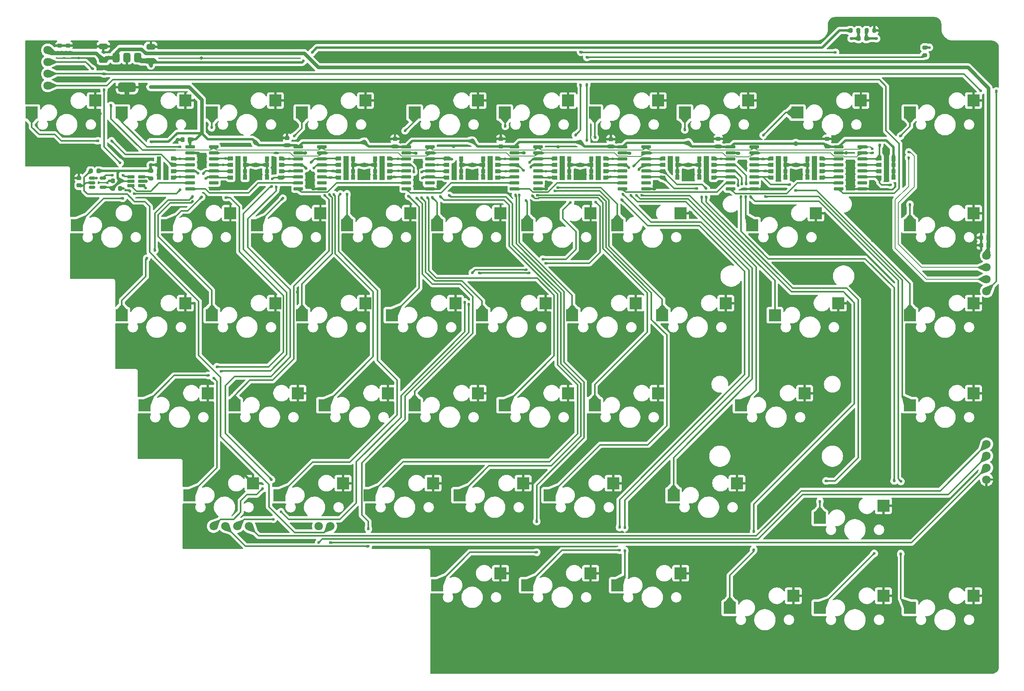
<source format=gbr>
%TF.GenerationSoftware,KiCad,Pcbnew,8.0.4*%
%TF.CreationDate,2024-10-18T15:09:13-05:00*%
%TF.ProjectId,numlocked_right,6e756d6c-6f63-46b6-9564-5f7269676874,rev?*%
%TF.SameCoordinates,Original*%
%TF.FileFunction,Copper,L2,Bot*%
%TF.FilePolarity,Positive*%
%FSLAX46Y46*%
G04 Gerber Fmt 4.6, Leading zero omitted, Abs format (unit mm)*
G04 Created by KiCad (PCBNEW 8.0.4) date 2024-10-18 15:09:13*
%MOMM*%
%LPD*%
G01*
G04 APERTURE LIST*
G04 Aperture macros list*
%AMRoundRect*
0 Rectangle with rounded corners*
0 $1 Rounding radius*
0 $2 $3 $4 $5 $6 $7 $8 $9 X,Y pos of 4 corners*
0 Add a 4 corners polygon primitive as box body*
4,1,4,$2,$3,$4,$5,$6,$7,$8,$9,$2,$3,0*
0 Add four circle primitives for the rounded corners*
1,1,$1+$1,$2,$3*
1,1,$1+$1,$4,$5*
1,1,$1+$1,$6,$7*
1,1,$1+$1,$8,$9*
0 Add four rect primitives between the rounded corners*
20,1,$1+$1,$2,$3,$4,$5,0*
20,1,$1+$1,$4,$5,$6,$7,0*
20,1,$1+$1,$6,$7,$8,$9,0*
20,1,$1+$1,$8,$9,$2,$3,0*%
G04 Aperture macros list end*
%TA.AperFunction,SMDPad,CuDef*%
%ADD10R,2.550000X2.500000*%
%TD*%
%TA.AperFunction,ComponentPad*%
%ADD11C,1.800000*%
%TD*%
%TA.AperFunction,ComponentPad*%
%ADD12C,4.400000*%
%TD*%
%TA.AperFunction,SMDPad,CuDef*%
%ADD13R,0.900000X0.900000*%
%TD*%
%TA.AperFunction,SMDPad,CuDef*%
%ADD14RoundRect,0.375000X-0.375000X0.625000X-0.375000X-0.625000X0.375000X-0.625000X0.375000X0.625000X0*%
%TD*%
%TA.AperFunction,SMDPad,CuDef*%
%ADD15RoundRect,0.500000X-1.400000X0.500000X-1.400000X-0.500000X1.400000X-0.500000X1.400000X0.500000X0*%
%TD*%
%TA.AperFunction,SMDPad,CuDef*%
%ADD16RoundRect,0.200000X0.275000X-0.200000X0.275000X0.200000X-0.275000X0.200000X-0.275000X-0.200000X0*%
%TD*%
%TA.AperFunction,SMDPad,CuDef*%
%ADD17RoundRect,0.075000X0.910000X0.225000X-0.910000X0.225000X-0.910000X-0.225000X0.910000X-0.225000X0*%
%TD*%
%TA.AperFunction,SMDPad,CuDef*%
%ADD18RoundRect,0.200000X-0.200000X-0.275000X0.200000X-0.275000X0.200000X0.275000X-0.200000X0.275000X0*%
%TD*%
%TA.AperFunction,SMDPad,CuDef*%
%ADD19RoundRect,0.225000X0.250000X-0.225000X0.250000X0.225000X-0.250000X0.225000X-0.250000X-0.225000X0*%
%TD*%
%TA.AperFunction,SMDPad,CuDef*%
%ADD20RoundRect,0.225000X0.225000X0.250000X-0.225000X0.250000X-0.225000X-0.250000X0.225000X-0.250000X0*%
%TD*%
%TA.AperFunction,SMDPad,CuDef*%
%ADD21RoundRect,0.150000X0.650000X0.150000X-0.650000X0.150000X-0.650000X-0.150000X0.650000X-0.150000X0*%
%TD*%
%TA.AperFunction,SMDPad,CuDef*%
%ADD22RoundRect,0.250000X0.650000X-0.325000X0.650000X0.325000X-0.650000X0.325000X-0.650000X-0.325000X0*%
%TD*%
%TA.AperFunction,SMDPad,CuDef*%
%ADD23RoundRect,0.225000X-0.225000X-0.250000X0.225000X-0.250000X0.225000X0.250000X-0.225000X0.250000X0*%
%TD*%
%TA.AperFunction,SMDPad,CuDef*%
%ADD24RoundRect,0.150000X-0.512500X-0.150000X0.512500X-0.150000X0.512500X0.150000X-0.512500X0.150000X0*%
%TD*%
%TA.AperFunction,ViaPad*%
%ADD25C,0.700000*%
%TD*%
%TA.AperFunction,ViaPad*%
%ADD26C,0.600000*%
%TD*%
%TA.AperFunction,ViaPad*%
%ADD27C,1.000000*%
%TD*%
%TA.AperFunction,Conductor*%
%ADD28C,0.300000*%
%TD*%
%TA.AperFunction,Conductor*%
%ADD29C,0.500000*%
%TD*%
%TA.AperFunction,Conductor*%
%ADD30C,1.000000*%
%TD*%
%TA.AperFunction,Conductor*%
%ADD31C,0.200000*%
%TD*%
%TA.AperFunction,Conductor*%
%ADD32C,0.750000*%
%TD*%
G04 APERTURE END LIST*
D10*
%TO.P,S2,1,1*%
%TO.N,Net-(RN1-R3.1)*%
X91165000Y-83601600D03*
%TO.P,S2,2,2*%
%TO.N,GND*%
X104590000Y-81061600D03*
%TD*%
%TO.P,S26,1,1*%
%TO.N,Net-(RN4-R3.1)*%
X186415000Y-83601600D03*
%TO.P,S26,2,2*%
%TO.N,GND*%
X199840000Y-81061600D03*
%TD*%
%TO.P,S42,1,1*%
%TO.N,Net-(RN6-R3.1)*%
X224515000Y-64551600D03*
%TO.P,S42,2,2*%
%TO.N,GND*%
X237940000Y-62011600D03*
%TD*%
%TO.P,S12,1,1*%
%TO.N,Net-(RN2-R1.1)*%
X129265000Y-40739100D03*
%TO.P,S12,2,2*%
%TO.N,GND*%
X142690000Y-38199100D03*
%TD*%
D11*
%TO.P,J1,1,Pin_1*%
%TO.N,VBUS*%
X274050000Y-71009100D03*
%TO.P,J1,2,Pin_2*%
%TO.N,/SH*%
X274050000Y-73509100D03*
%TO.P,J1,3,Pin_3*%
%TO.N,/CLK*%
X274050000Y-76009100D03*
%TO.P,J1,4,Pin_4*%
%TO.N,/Serialout-Numpad*%
X274050000Y-78509100D03*
%TD*%
D12*
%TO.P,H4,1,1*%
%TO.N,GND*%
X257500000Y-24000000D03*
%TD*%
D10*
%TO.P,S28,1,1*%
%TO.N,Net-(RN4-R1.1)*%
X172127500Y-40739100D03*
%TO.P,S28,2,2*%
%TO.N,GND*%
X185552500Y-38199100D03*
%TD*%
%TO.P,S11,1,1*%
%TO.N,Net-(RN2-R2.1)*%
X114977500Y-102651600D03*
%TO.P,S11,2,2*%
%TO.N,GND*%
X128402500Y-100111600D03*
%TD*%
%TO.P,S41,1,1*%
%TO.N,Net-(RN6-R4.1)*%
X238802500Y-145514100D03*
%TO.P,S41,2,2*%
%TO.N,GND*%
X252227500Y-142974100D03*
%TD*%
D11*
%TO.P,J2,1,Pin_1*%
%TO.N,/Encoder A*%
X274050000Y-110889100D03*
%TO.P,J2,2,Pin_2*%
%TO.N,/Encoder B*%
X274050000Y-113389100D03*
%TO.P,J2,3,Pin_3*%
%TO.N,/numpadCheckWire*%
X274050000Y-115889100D03*
%TO.P,J2,4,Pin_4*%
%TO.N,GND*%
X274050000Y-118389100D03*
%TD*%
D10*
%TO.P,S36,1,1*%
%TO.N,Net-(RN5-R1.1)*%
X191177500Y-40739100D03*
%TO.P,S36,2,2*%
%TO.N,GND*%
X204602500Y-38199100D03*
%TD*%
%TO.P,S19,1,1*%
%TO.N,Net-(RN3-R2.1)*%
X167365000Y-83601600D03*
%TO.P,S19,2,2*%
%TO.N,GND*%
X180790000Y-81061600D03*
%TD*%
%TO.P,S31,1,1*%
%TO.N,Net-(RN10-R2.1)*%
X205465000Y-83601600D03*
%TO.P,S31,2,2*%
%TO.N,GND*%
X218890000Y-81061600D03*
%TD*%
D12*
%TO.P,H6,1,1*%
%TO.N,GND*%
X250975000Y-62011600D03*
%TD*%
D10*
%TO.P,S25,1,1*%
%TO.N,Net-(RN4-R4.1)*%
X157840000Y-140751600D03*
%TO.P,S25,2,2*%
%TO.N,GND*%
X171265000Y-138211600D03*
%TD*%
%TO.P,S23,1,1*%
%TO.N,Net-(RN9-R2.1)*%
X172127500Y-102651600D03*
%TO.P,S23,2,2*%
%TO.N,GND*%
X185552500Y-100111600D03*
%TD*%
%TO.P,S1,1,1*%
%TO.N,Net-(RN1-R4.1)*%
X81640000Y-64551600D03*
%TO.P,S1,2,2*%
%TO.N,GND*%
X95065000Y-62011600D03*
%TD*%
D12*
%TO.P,H1,1,1*%
%TO.N,GND*%
X74000000Y-48804100D03*
%TD*%
D10*
%TO.P,S33,1,1*%
%TO.N,Net-(RN5-R4.1)*%
X176890000Y-140751600D03*
%TO.P,S33,2,2*%
%TO.N,GND*%
X190315000Y-138211600D03*
%TD*%
%TO.P,S45,1,1*%
%TO.N,Net-(RN12-R4.1)*%
X234040000Y-40739100D03*
%TO.P,S45,2,2*%
%TO.N,GND*%
X247465000Y-38199100D03*
%TD*%
D12*
%TO.P,H3,1,1*%
%TO.N,GND*%
X159725000Y-156000000D03*
%TD*%
D10*
%TO.P,S13,1,1*%
%TO.N,Net-(RN8-R4.1)*%
X129265000Y-83601600D03*
%TO.P,S13,2,2*%
%TO.N,GND*%
X142690000Y-81061600D03*
%TD*%
%TO.P,S7,1,1*%
%TO.N,Net-(RN7-R2.1)*%
X110215000Y-83601600D03*
%TO.P,S7,2,2*%
%TO.N,GND*%
X123640000Y-81061600D03*
%TD*%
%TO.P,S49,1,1*%
%TO.N,Net-(RN14-R1.1)*%
X257852500Y-64551600D03*
%TO.P,S49,2,2*%
%TO.N,GND*%
X271277500Y-62011600D03*
%TD*%
%TO.P,S29,1,1*%
%TO.N,Net-(RN10-R4.1)*%
X191177500Y-102651600D03*
%TO.P,S29,2,2*%
%TO.N,GND*%
X204602500Y-100111600D03*
%TD*%
%TO.P,S40,1,1*%
%TO.N,Net-(RN11-R1.1)*%
X219752500Y-145514100D03*
%TO.P,S40,2,2*%
%TO.N,GND*%
X233177500Y-142974100D03*
%TD*%
%TO.P,S17,1,1*%
%TO.N,Net-(RN3-R4.1)*%
X148315000Y-83601600D03*
%TO.P,S17,2,2*%
%TO.N,GND*%
X161740000Y-81061600D03*
%TD*%
%TO.P,S24,1,1*%
%TO.N,Net-(RN9-R1.1)*%
X157840000Y-64551600D03*
%TO.P,S24,2,2*%
%TO.N,GND*%
X171265000Y-62011600D03*
%TD*%
%TO.P,S6,1,1*%
%TO.N,Net-(RN7-R3.1)*%
X95927500Y-102651600D03*
%TO.P,S6,2,2*%
%TO.N,GND*%
X109352500Y-100111600D03*
%TD*%
%TO.P,S37,1,1*%
%TO.N,Net-(RN11-R4.1)*%
X222133750Y-102651600D03*
%TO.P,S37,2,2*%
%TO.N,GND*%
X235558750Y-100111600D03*
%TD*%
%TO.P,S15,1,1*%
%TO.N,Net-(RN8-R2.1)*%
X138790000Y-64551600D03*
%TO.P,S15,2,2*%
%TO.N,GND*%
X152215000Y-62011600D03*
%TD*%
%TO.P,S34,1,1*%
%TO.N,Net-(RN5-R3.1)*%
X195940000Y-140751600D03*
%TO.P,S34,2,2*%
%TO.N,GND*%
X209365000Y-138211600D03*
%TD*%
%TO.P,S9,1,1*%
%TO.N,Net-(RN2-R4.1)*%
X105452500Y-121701600D03*
%TO.P,S9,2,2*%
%TO.N,GND*%
X118877500Y-119161600D03*
%TD*%
%TO.P,S21,1,1*%
%TO.N,Net-(RN9-R4.1)*%
X162602500Y-121701600D03*
%TO.P,S21,2,2*%
%TO.N,GND*%
X176027500Y-119161600D03*
%TD*%
%TO.P,S43,1,1*%
%TO.N,Net-(RN6-R2.1)*%
X257852500Y-145514100D03*
%TO.P,S43,2,2*%
%TO.N,GND*%
X271277500Y-142974100D03*
%TD*%
D12*
%TO.P,H2,1,1*%
%TO.N,GND*%
X273168750Y-156000000D03*
%TD*%
D10*
%TO.P,S4,1,1*%
%TO.N,Net-(RN1-R1.1)*%
X91165000Y-40739100D03*
%TO.P,S4,2,2*%
%TO.N,GND*%
X104590000Y-38199100D03*
%TD*%
%TO.P,S10,1,1*%
%TO.N,Net-(RN2-R3.1)*%
X119740000Y-64551600D03*
%TO.P,S10,2,2*%
%TO.N,GND*%
X133165000Y-62011600D03*
%TD*%
D12*
%TO.P,H5,1,1*%
%TO.N,GND*%
X117625000Y-76616600D03*
%TD*%
D10*
%TO.P,S16,1,1*%
%TO.N,Net-(RN8-R1.1)*%
X124502500Y-121701600D03*
%TO.P,S16,2,2*%
%TO.N,GND*%
X137927500Y-119161600D03*
%TD*%
%TO.P,S38,1,1*%
%TO.N,Net-(RN11-R3.1)*%
X229277500Y-83601600D03*
%TO.P,S38,2,2*%
%TO.N,GND*%
X242702500Y-81061600D03*
%TD*%
%TO.P,S3,1,1*%
%TO.N,Net-(RN1-R2.1)*%
X72115000Y-40739100D03*
%TO.P,S3,2,2*%
%TO.N,GND*%
X85540000Y-38199100D03*
%TD*%
%TO.P,S20,1,1*%
%TO.N,Net-(RN3-R1.1)*%
X153077500Y-40739100D03*
%TO.P,S20,2,2*%
%TO.N,GND*%
X166502500Y-38199100D03*
%TD*%
%TO.P,S27,1,1*%
%TO.N,Net-(RN4-R2.1)*%
X176890000Y-64551600D03*
%TO.P,S27,2,2*%
%TO.N,GND*%
X190315000Y-62011600D03*
%TD*%
%TO.P,S22,1,1*%
%TO.N,Net-(RN9-R3.1)*%
X143552500Y-121701600D03*
%TO.P,S22,2,2*%
%TO.N,GND*%
X156977500Y-119161600D03*
%TD*%
%TO.P,S18,1,1*%
%TO.N,Net-(RN3-R3.1)*%
X153077500Y-102651600D03*
%TO.P,S18,2,2*%
%TO.N,GND*%
X166502500Y-100111600D03*
%TD*%
D12*
%TO.P,H7,1,1*%
%TO.N,GND*%
X198587500Y-114716600D03*
%TD*%
D10*
%TO.P,S32,1,1*%
%TO.N,Net-(RN10-R1.1)*%
X195940000Y-64551600D03*
%TO.P,S32,2,2*%
%TO.N,GND*%
X209365000Y-62011600D03*
%TD*%
%TO.P,S30,1,1*%
%TO.N,Net-(RN10-R3.1)*%
X181652500Y-121701600D03*
%TO.P,S30,2,2*%
%TO.N,GND*%
X195077500Y-119161600D03*
%TD*%
%TO.P,S44,1,1*%
%TO.N,Net-(RN6-R1.1)*%
X210227500Y-40739100D03*
%TO.P,S44,2,2*%
%TO.N,GND*%
X223652500Y-38199100D03*
%TD*%
%TO.P,S46,1,1*%
%TO.N,Net-(RN14-R4.1)*%
X257852500Y-40739100D03*
%TO.P,S46,2,2*%
%TO.N,GND*%
X271277500Y-38199100D03*
%TD*%
%TO.P,S35,1,1*%
%TO.N,Net-(RN5-R2.1)*%
X207846250Y-121701600D03*
%TO.P,S35,2,2*%
%TO.N,GND*%
X221271250Y-119161600D03*
%TD*%
%TO.P,S5,1,1*%
%TO.N,Net-(RN7-R4.1)*%
X110215000Y-40739100D03*
%TO.P,S5,2,2*%
%TO.N,GND*%
X123640000Y-38199100D03*
%TD*%
%TO.P,S8,1,1*%
%TO.N,Net-(RN7-R1.1)*%
X100690000Y-64551600D03*
%TO.P,S8,2,2*%
%TO.N,GND*%
X114115000Y-62011600D03*
%TD*%
%TO.P,S39,1,1*%
%TO.N,Net-(RN11-R2.1)*%
X238802500Y-126464100D03*
%TO.P,S39,2,2*%
%TO.N,GND*%
X252227500Y-123924100D03*
%TD*%
%TO.P,S47,1,1*%
%TO.N,Net-(RN12-R2.1)*%
X257852500Y-102651600D03*
%TO.P,S47,2,2*%
%TO.N,GND*%
X271277500Y-100111600D03*
%TD*%
%TO.P,S14,1,1*%
%TO.N,Net-(RN8-R3.1)*%
X134027500Y-102651600D03*
%TO.P,S14,2,2*%
%TO.N,GND*%
X147452500Y-100111600D03*
%TD*%
%TO.P,S48,1,1*%
%TO.N,Net-(RN12-R1.1)*%
X257852500Y-83601600D03*
%TO.P,S48,2,2*%
%TO.N,GND*%
X271277500Y-81061600D03*
%TD*%
D11*
%TO.P,J4,1,Pin_1*%
%TO.N,/CLK*%
X110563600Y-128266600D03*
%TO.P,J4,2,Pin_2*%
%TO.N,/capsLED*%
X113063600Y-128266600D03*
%TO.P,J4,3,Pin_3*%
%TO.N,/numlockLED{slash}scrlockLED*%
X115563600Y-128266600D03*
%TO.P,J4,4,Pin_4*%
%TO.N,/Encoder A*%
X118063600Y-128266600D03*
%TD*%
D13*
%TO.P,RN5,1,R1.1*%
%TO.N,Net-(RN5-R1.1)*%
X193420000Y-50471600D03*
%TO.P,RN5,2,R2.1*%
%TO.N,Net-(RN5-R2.1)*%
X193420000Y-51811600D03*
%TO.P,RN5,3,R3.1*%
%TO.N,Net-(RN5-R3.1)*%
X193420000Y-53131600D03*
%TO.P,RN5,4,R4.1*%
%TO.N,Net-(RN5-R4.1)*%
X193420000Y-54471600D03*
%TO.P,RN5,5,R4.2*%
%TO.N,+3V3*%
X190420000Y-54471600D03*
%TO.P,RN5,6,R3.2*%
X190420000Y-53131600D03*
%TO.P,RN5,7,R2.2*%
X190420000Y-51811600D03*
%TO.P,RN5,8,R1.2*%
X190420000Y-50471600D03*
%TD*%
%TO.P,RN4,1,R1.1*%
%TO.N,Net-(RN4-R1.1)*%
X170560000Y-50471600D03*
%TO.P,RN4,2,R2.1*%
%TO.N,Net-(RN4-R2.1)*%
X170560000Y-51811600D03*
%TO.P,RN4,3,R3.1*%
%TO.N,Net-(RN4-R3.1)*%
X170560000Y-53131600D03*
%TO.P,RN4,4,R4.1*%
%TO.N,Net-(RN4-R4.1)*%
X170560000Y-54471600D03*
%TO.P,RN4,5,R4.2*%
%TO.N,+3V3*%
X167560000Y-54471600D03*
%TO.P,RN4,6,R3.2*%
X167560000Y-53131600D03*
%TO.P,RN4,7,R2.2*%
X167560000Y-51811600D03*
%TO.P,RN4,8,R1.2*%
X167560000Y-50471600D03*
%TD*%
D14*
%TO.P,U8,1,IN*%
%TO.N,VBUS*%
X89949293Y-29074293D03*
%TO.P,U8,2,GND*%
%TO.N,GND*%
X92249293Y-29074293D03*
%TO.P,U8,3,OUT*%
%TO.N,+3V3*%
X94549293Y-29074293D03*
D15*
%TO.P,U8,4,GND*%
%TO.N,GND*%
X92249293Y-35374293D03*
%TD*%
D16*
%TO.P,R1,1*%
%TO.N,/capsLED*%
X261000000Y-28600000D03*
%TO.P,R1,2*%
%TO.N,Net-(D1-A)*%
X261000000Y-26950000D03*
%TD*%
%TO.P,R6,1*%
%TO.N,Net-(U7-I1)*%
X97300000Y-54701600D03*
%TO.P,R6,2*%
%TO.N,+3V3*%
X97300000Y-53051600D03*
%TD*%
D17*
%TO.P,U2,1,SH/~LD*%
%TO.N,/SH*%
X133435000Y-48026600D03*
%TO.P,U2,2,CLK*%
%TO.N,/CLK*%
X133435000Y-49296600D03*
%TO.P,U2,3,E*%
%TO.N,Net-(RN8-R4.1)*%
X133435000Y-50566600D03*
%TO.P,U2,4,F*%
%TO.N,Net-(RN8-R3.1)*%
X133435000Y-51836600D03*
%TO.P,U2,5,G*%
%TO.N,Net-(RN8-R2.1)*%
X133435000Y-53106600D03*
%TO.P,U2,6,H*%
%TO.N,Net-(RN8-R1.1)*%
X133435000Y-54376600D03*
%TO.P,U2,7,~{QH}*%
%TO.N,unconnected-(U2-~{QH}-Pad7)*%
X133435000Y-55646600D03*
%TO.P,U2,8,GND*%
%TO.N,GND*%
X133435000Y-56916600D03*
%TO.P,U2,9,QH*%
%TO.N,Net-(U2-QH)*%
X128485000Y-56916600D03*
%TO.P,U2,10,SER*%
%TO.N,Net-(U1-QH)*%
X128485000Y-55646600D03*
%TO.P,U2,11,A*%
%TO.N,Net-(RN2-R4.1)*%
X128485000Y-54376600D03*
%TO.P,U2,12,B*%
%TO.N,Net-(RN2-R3.1)*%
X128485000Y-53106600D03*
%TO.P,U2,13,C*%
%TO.N,Net-(RN2-R2.1)*%
X128485000Y-51836600D03*
%TO.P,U2,14,D*%
%TO.N,Net-(RN2-R1.1)*%
X128485000Y-50566600D03*
%TO.P,U2,15,CLK_INH*%
%TO.N,GND*%
X128485000Y-49296600D03*
%TO.P,U2,16,VCC*%
%TO.N,+3V3*%
X128485000Y-48026600D03*
%TD*%
D13*
%TO.P,RN14,1,R1.1*%
%TO.N,Net-(RN14-R1.1)*%
X251380000Y-54471600D03*
%TO.P,RN14,2,R2.1*%
%TO.N,Net-(RN14-R2.1)*%
X251380000Y-53131600D03*
%TO.P,RN14,3,R3.1*%
%TO.N,Net-(RN14-R3.1)*%
X251380000Y-51811600D03*
%TO.P,RN14,4,R4.1*%
%TO.N,Net-(RN14-R4.1)*%
X251380000Y-50471600D03*
%TO.P,RN14,5,R4.2*%
%TO.N,+3V3*%
X254380000Y-50471600D03*
%TO.P,RN14,6,R3.2*%
X254380000Y-51811600D03*
%TO.P,RN14,7,R2.2*%
X254380000Y-53131600D03*
%TO.P,RN14,8,R1.2*%
X254380000Y-54471600D03*
%TD*%
D18*
%TO.P,R4,1*%
%TO.N,Net-(D3-A)*%
X246975000Y-25076600D03*
%TO.P,R4,2*%
%TO.N,Net-(D4-K)*%
X248625000Y-25076600D03*
%TD*%
D19*
%TO.P,C16,1*%
%TO.N,/numpadCheckWire*%
X82100000Y-56151600D03*
%TO.P,C16,2*%
%TO.N,GND*%
X82100000Y-54601600D03*
%TD*%
D13*
%TO.P,RN3,1,R1.1*%
%TO.N,Net-(RN3-R1.1)*%
X147700000Y-50471600D03*
%TO.P,RN3,2,R2.1*%
%TO.N,Net-(RN3-R2.1)*%
X147700000Y-51811600D03*
%TO.P,RN3,3,R3.1*%
%TO.N,Net-(RN3-R3.1)*%
X147700000Y-53131600D03*
%TO.P,RN3,4,R4.1*%
%TO.N,Net-(RN3-R4.1)*%
X147700000Y-54471600D03*
%TO.P,RN3,5,R4.2*%
%TO.N,+3V3*%
X144700000Y-54471600D03*
%TO.P,RN3,6,R3.2*%
X144700000Y-53131600D03*
%TO.P,RN3,7,R2.2*%
X144700000Y-51811600D03*
%TO.P,RN3,8,R1.2*%
X144700000Y-50471600D03*
%TD*%
D19*
%TO.P,C5,1*%
%TO.N,+3V3*%
X194587000Y-47902200D03*
%TO.P,C5,2*%
%TO.N,GND*%
X194587000Y-46352200D03*
%TD*%
D13*
%TO.P,RN6,1,R1.1*%
%TO.N,Net-(RN6-R1.1)*%
X216280000Y-50471600D03*
%TO.P,RN6,2,R2.1*%
%TO.N,Net-(RN6-R2.1)*%
X216280000Y-51811600D03*
%TO.P,RN6,3,R3.1*%
%TO.N,Net-(RN6-R3.1)*%
X216280000Y-53131600D03*
%TO.P,RN6,4,R4.1*%
%TO.N,Net-(RN6-R4.1)*%
X216280000Y-54471600D03*
%TO.P,RN6,5,R4.2*%
%TO.N,+3V3*%
X213280000Y-54471600D03*
%TO.P,RN6,6,R3.2*%
X213280000Y-53131600D03*
%TO.P,RN6,7,R2.2*%
X213280000Y-51811600D03*
%TO.P,RN6,8,R1.2*%
X213280000Y-50471600D03*
%TD*%
D20*
%TO.P,C9,1*%
%TO.N,VBUS*%
X274445000Y-67186600D03*
%TO.P,C9,2*%
%TO.N,GND*%
X272895000Y-67186600D03*
%TD*%
D21*
%TO.P,U7,1,I1*%
%TO.N,Net-(U7-I1)*%
X95350000Y-54300000D03*
%TO.P,U7,2,GND*%
%TO.N,GND*%
X95350000Y-55250000D03*
%TO.P,U7,3,I0*%
%TO.N,/Serialout-Numpad*%
X95350000Y-56200000D03*
%TO.P,U7,4,Y*%
%TO.N,Net-(U1-SER)*%
X93050000Y-56200000D03*
%TO.P,U7,5,VCC*%
%TO.N,+3V3*%
X93050000Y-55250000D03*
%TO.P,U7,6,S*%
%TO.N,/numpadSchmittOut*%
X93050000Y-54300000D03*
%TD*%
D13*
%TO.P,RN1,1,R1.1*%
%TO.N,Net-(RN1-R1.1)*%
X101980000Y-50471600D03*
%TO.P,RN1,2,R2.1*%
%TO.N,Net-(RN1-R2.1)*%
X101980000Y-51811600D03*
%TO.P,RN1,3,R3.1*%
%TO.N,Net-(RN1-R3.1)*%
X101980000Y-53131600D03*
%TO.P,RN1,4,R4.1*%
%TO.N,Net-(RN1-R4.1)*%
X101980000Y-54471600D03*
%TO.P,RN1,5,R4.2*%
%TO.N,+3V3*%
X98980000Y-54471600D03*
%TO.P,RN1,6,R3.2*%
X98980000Y-53131600D03*
%TO.P,RN1,7,R2.2*%
X98980000Y-51811600D03*
%TO.P,RN1,8,R1.2*%
X98980000Y-50471600D03*
%TD*%
D17*
%TO.P,U3,1,SH/~LD*%
%TO.N,/SH*%
X156295000Y-48026600D03*
%TO.P,U3,2,CLK*%
%TO.N,/CLK*%
X156295000Y-49296600D03*
%TO.P,U3,3,E*%
%TO.N,Net-(RN9-R4.1)*%
X156295000Y-50566600D03*
%TO.P,U3,4,F*%
%TO.N,Net-(RN9-R3.1)*%
X156295000Y-51836600D03*
%TO.P,U3,5,G*%
%TO.N,Net-(RN9-R2.1)*%
X156295000Y-53106600D03*
%TO.P,U3,6,H*%
%TO.N,Net-(RN9-R1.1)*%
X156295000Y-54376600D03*
%TO.P,U3,7,~{QH}*%
%TO.N,unconnected-(U3-~{QH}-Pad7)*%
X156295000Y-55646600D03*
%TO.P,U3,8,GND*%
%TO.N,GND*%
X156295000Y-56916600D03*
%TO.P,U3,9,QH*%
%TO.N,Net-(U3-QH)*%
X151345000Y-56916600D03*
%TO.P,U3,10,SER*%
%TO.N,Net-(U2-QH)*%
X151345000Y-55646600D03*
%TO.P,U3,11,A*%
%TO.N,Net-(RN3-R4.1)*%
X151345000Y-54376600D03*
%TO.P,U3,12,B*%
%TO.N,Net-(RN3-R3.1)*%
X151345000Y-53106600D03*
%TO.P,U3,13,C*%
%TO.N,Net-(RN3-R2.1)*%
X151345000Y-51836600D03*
%TO.P,U3,14,D*%
%TO.N,Net-(RN3-R1.1)*%
X151345000Y-50566600D03*
%TO.P,U3,15,CLK_INH*%
%TO.N,GND*%
X151345000Y-49296600D03*
%TO.P,U3,16,VCC*%
%TO.N,+3V3*%
X151345000Y-48026600D03*
%TD*%
D13*
%TO.P,RN7,1,R1.1*%
%TO.N,Net-(RN7-R1.1)*%
X114220000Y-54471600D03*
%TO.P,RN7,2,R2.1*%
%TO.N,Net-(RN7-R2.1)*%
X114220000Y-53131600D03*
%TO.P,RN7,3,R3.1*%
%TO.N,Net-(RN7-R3.1)*%
X114220000Y-51811600D03*
%TO.P,RN7,4,R4.1*%
%TO.N,Net-(RN7-R4.1)*%
X114220000Y-50471600D03*
%TO.P,RN7,5,R4.2*%
%TO.N,+3V3*%
X117220000Y-50471600D03*
%TO.P,RN7,6,R3.2*%
X117220000Y-51811600D03*
%TO.P,RN7,7,R2.2*%
X117220000Y-53131600D03*
%TO.P,RN7,8,R1.2*%
X117220000Y-54471600D03*
%TD*%
D22*
%TO.P,C13,1*%
%TO.N,+3V3*%
X97300000Y-29775000D03*
%TO.P,C13,2*%
%TO.N,GND*%
X97300000Y-26825000D03*
%TD*%
D13*
%TO.P,RN2,1,R1.1*%
%TO.N,Net-(RN2-R1.1)*%
X124840000Y-50471600D03*
%TO.P,RN2,2,R2.1*%
%TO.N,Net-(RN2-R2.1)*%
X124840000Y-51811600D03*
%TO.P,RN2,3,R3.1*%
%TO.N,Net-(RN2-R3.1)*%
X124840000Y-53131600D03*
%TO.P,RN2,4,R4.1*%
%TO.N,Net-(RN2-R4.1)*%
X124840000Y-54471600D03*
%TO.P,RN2,5,R4.2*%
%TO.N,+3V3*%
X121840000Y-54471600D03*
%TO.P,RN2,6,R3.2*%
X121840000Y-53131600D03*
%TO.P,RN2,7,R2.2*%
X121840000Y-51811600D03*
%TO.P,RN2,8,R1.2*%
X121840000Y-50471600D03*
%TD*%
D18*
%TO.P,R3,1*%
%TO.N,+3V3*%
X245275000Y-23376600D03*
%TO.P,R3,2*%
%TO.N,Net-(D3-A)*%
X246925000Y-23376600D03*
%TD*%
D19*
%TO.P,C3,1*%
%TO.N,+3V3*%
X148917800Y-47876800D03*
%TO.P,C3,2*%
%TO.N,GND*%
X148917800Y-46326800D03*
%TD*%
D17*
%TO.P,U4,1,SH/~LD*%
%TO.N,/SH*%
X179155000Y-48026600D03*
%TO.P,U4,2,CLK*%
%TO.N,/CLK*%
X179155000Y-49296600D03*
%TO.P,U4,3,E*%
%TO.N,Net-(RN10-R4.1)*%
X179155000Y-50566600D03*
%TO.P,U4,4,F*%
%TO.N,Net-(RN10-R3.1)*%
X179155000Y-51836600D03*
%TO.P,U4,5,G*%
%TO.N,Net-(RN10-R2.1)*%
X179155000Y-53106600D03*
%TO.P,U4,6,H*%
%TO.N,Net-(RN10-R1.1)*%
X179155000Y-54376600D03*
%TO.P,U4,7,~{QH}*%
%TO.N,unconnected-(U4-~{QH}-Pad7)*%
X179155000Y-55646600D03*
%TO.P,U4,8,GND*%
%TO.N,GND*%
X179155000Y-56916600D03*
%TO.P,U4,9,QH*%
%TO.N,Net-(U4-QH)*%
X174205000Y-56916600D03*
%TO.P,U4,10,SER*%
%TO.N,Net-(U3-QH)*%
X174205000Y-55646600D03*
%TO.P,U4,11,A*%
%TO.N,Net-(RN4-R4.1)*%
X174205000Y-54376600D03*
%TO.P,U4,12,B*%
%TO.N,Net-(RN4-R3.1)*%
X174205000Y-53106600D03*
%TO.P,U4,13,C*%
%TO.N,Net-(RN4-R2.1)*%
X174205000Y-51836600D03*
%TO.P,U4,14,D*%
%TO.N,Net-(RN4-R1.1)*%
X174205000Y-50566600D03*
%TO.P,U4,15,CLK_INH*%
%TO.N,GND*%
X174205000Y-49296600D03*
%TO.P,U4,16,VCC*%
%TO.N,+3V3*%
X174205000Y-48026600D03*
%TD*%
D13*
%TO.P,RN11,1,R1.1*%
%TO.N,Net-(RN11-R1.1)*%
X205660000Y-54471600D03*
%TO.P,RN11,2,R2.1*%
%TO.N,Net-(RN11-R2.1)*%
X205660000Y-53131600D03*
%TO.P,RN11,3,R3.1*%
%TO.N,Net-(RN11-R3.1)*%
X205660000Y-51811600D03*
%TO.P,RN11,4,R4.1*%
%TO.N,Net-(RN11-R4.1)*%
X205660000Y-50471600D03*
%TO.P,RN11,5,R4.2*%
%TO.N,+3V3*%
X208660000Y-50471600D03*
%TO.P,RN11,6,R3.2*%
X208660000Y-51811600D03*
%TO.P,RN11,7,R2.2*%
X208660000Y-53131600D03*
%TO.P,RN11,8,R1.2*%
X208660000Y-54471600D03*
%TD*%
D19*
%TO.P,C2,1*%
%TO.N,+3V3*%
X126134000Y-47658600D03*
%TO.P,C2,2*%
%TO.N,GND*%
X126134000Y-46108600D03*
%TD*%
D22*
%TO.P,C12,1*%
%TO.N,VBUS*%
X87249293Y-29649293D03*
%TO.P,C12,2*%
%TO.N,GND*%
X87249293Y-26699293D03*
%TD*%
D17*
%TO.P,U6,1,SH/~LD*%
%TO.N,/SH*%
X224875000Y-48026600D03*
%TO.P,U6,2,CLK*%
%TO.N,/CLK*%
X224875000Y-49296600D03*
%TO.P,U6,3,E*%
%TO.N,Net-(RN12-R4.1)*%
X224875000Y-50566600D03*
%TO.P,U6,4,F*%
%TO.N,Net-(RN12-R3.1)*%
X224875000Y-51836600D03*
%TO.P,U6,5,G*%
%TO.N,Net-(RN12-R2.1)*%
X224875000Y-53106600D03*
%TO.P,U6,6,H*%
%TO.N,Net-(RN12-R1.1)*%
X224875000Y-54376600D03*
%TO.P,U6,7,~{QH}*%
%TO.N,unconnected-(U6-~{QH}-Pad7)*%
X224875000Y-55646600D03*
%TO.P,U6,8,GND*%
%TO.N,GND*%
X224875000Y-56916600D03*
%TO.P,U6,9,QH*%
%TO.N,Net-(U6-QH)*%
X219925000Y-56916600D03*
%TO.P,U6,10,SER*%
%TO.N,Net-(U5-QH)*%
X219925000Y-55646600D03*
%TO.P,U6,11,A*%
%TO.N,Net-(RN6-R4.1)*%
X219925000Y-54376600D03*
%TO.P,U6,12,B*%
%TO.N,Net-(RN6-R3.1)*%
X219925000Y-53106600D03*
%TO.P,U6,13,C*%
%TO.N,Net-(RN6-R2.1)*%
X219925000Y-51836600D03*
%TO.P,U6,14,D*%
%TO.N,Net-(RN6-R1.1)*%
X219925000Y-50566600D03*
%TO.P,U6,15,CLK_INH*%
%TO.N,GND*%
X219925000Y-49296600D03*
%TO.P,U6,16,VCC*%
%TO.N,+3V3*%
X219925000Y-48026600D03*
%TD*%
%TO.P,U5,1,SH/~LD*%
%TO.N,/SH*%
X202015000Y-48026600D03*
%TO.P,U5,2,CLK*%
%TO.N,/CLK*%
X202015000Y-49296600D03*
%TO.P,U5,3,E*%
%TO.N,Net-(RN11-R4.1)*%
X202015000Y-50566600D03*
%TO.P,U5,4,F*%
%TO.N,Net-(RN11-R3.1)*%
X202015000Y-51836600D03*
%TO.P,U5,5,G*%
%TO.N,Net-(RN11-R2.1)*%
X202015000Y-53106600D03*
%TO.P,U5,6,H*%
%TO.N,Net-(RN11-R1.1)*%
X202015000Y-54376600D03*
%TO.P,U5,7,~{QH}*%
%TO.N,unconnected-(U5-~{QH}-Pad7)*%
X202015000Y-55646600D03*
%TO.P,U5,8,GND*%
%TO.N,GND*%
X202015000Y-56916600D03*
%TO.P,U5,9,QH*%
%TO.N,Net-(U5-QH)*%
X197065000Y-56916600D03*
%TO.P,U5,10,SER*%
%TO.N,Net-(U4-QH)*%
X197065000Y-55646600D03*
%TO.P,U5,11,A*%
%TO.N,Net-(RN5-R4.1)*%
X197065000Y-54376600D03*
%TO.P,U5,12,B*%
%TO.N,Net-(RN5-R3.1)*%
X197065000Y-53106600D03*
%TO.P,U5,13,C*%
%TO.N,Net-(RN5-R2.1)*%
X197065000Y-51836600D03*
%TO.P,U5,14,D*%
%TO.N,Net-(RN5-R1.1)*%
X197065000Y-50566600D03*
%TO.P,U5,15,CLK_INH*%
%TO.N,GND*%
X197065000Y-49296600D03*
%TO.P,U5,16,VCC*%
%TO.N,+3V3*%
X197065000Y-48026600D03*
%TD*%
D13*
%TO.P,RN12,1,R1.1*%
%TO.N,Net-(RN12-R1.1)*%
X228520000Y-54471600D03*
%TO.P,RN12,2,R2.1*%
%TO.N,Net-(RN12-R2.1)*%
X228520000Y-53131600D03*
%TO.P,RN12,3,R3.1*%
%TO.N,Net-(RN12-R3.1)*%
X228520000Y-51811600D03*
%TO.P,RN12,4,R4.1*%
%TO.N,Net-(RN12-R4.1)*%
X228520000Y-50471600D03*
%TO.P,RN12,5,R4.2*%
%TO.N,+3V3*%
X231520000Y-50471600D03*
%TO.P,RN12,6,R3.2*%
X231520000Y-51811600D03*
%TO.P,RN12,7,R2.2*%
X231520000Y-53131600D03*
%TO.P,RN12,8,R1.2*%
X231520000Y-54471600D03*
%TD*%
D19*
%TO.P,C11,1*%
%TO.N,VBUS*%
X78040000Y-28151600D03*
%TO.P,C11,2*%
%TO.N,GND*%
X78040000Y-26601600D03*
%TD*%
D20*
%TO.P,C1,1*%
%TO.N,+3V3*%
X105525000Y-46451600D03*
%TO.P,C1,2*%
%TO.N,GND*%
X103975000Y-46451600D03*
%TD*%
%TO.P,C7,1*%
%TO.N,+3V3*%
X90815600Y-55189400D03*
%TO.P,C7,2*%
%TO.N,GND*%
X89265600Y-55189400D03*
%TD*%
D17*
%TO.P,U9,1,SH/~LD*%
%TO.N,/SH*%
X247735000Y-48026600D03*
%TO.P,U9,2,CLK*%
%TO.N,/CLK*%
X247735000Y-49296600D03*
%TO.P,U9,3,E*%
%TO.N,Net-(RN14-R4.1)*%
X247735000Y-50566600D03*
%TO.P,U9,4,F*%
%TO.N,Net-(RN14-R3.1)*%
X247735000Y-51836600D03*
%TO.P,U9,5,G*%
%TO.N,Net-(RN14-R2.1)*%
X247735000Y-53106600D03*
%TO.P,U9,6,H*%
%TO.N,Net-(RN14-R1.1)*%
X247735000Y-54376600D03*
%TO.P,U9,7,~{QH}*%
%TO.N,unconnected-(U9-~{QH}-Pad7)*%
X247735000Y-55646600D03*
%TO.P,U9,8,GND*%
%TO.N,GND*%
X247735000Y-56916600D03*
%TO.P,U9,9,QH*%
%TO.N,/Serialout-Right*%
X242785000Y-56916600D03*
%TO.P,U9,10,SER*%
%TO.N,Net-(U6-QH)*%
X242785000Y-55646600D03*
%TO.P,U9,11,A*%
%TO.N,Net-(RN13-R4.1)*%
X242785000Y-54376600D03*
%TO.P,U9,12,B*%
%TO.N,Net-(RN13-R3.1)*%
X242785000Y-53106600D03*
%TO.P,U9,13,C*%
%TO.N,Net-(RN13-R2.1)*%
X242785000Y-51836600D03*
%TO.P,U9,14,D*%
%TO.N,Net-(RN13-R1.1)*%
X242785000Y-50566600D03*
%TO.P,U9,15,CLK_INH*%
%TO.N,GND*%
X242785000Y-49296600D03*
%TO.P,U9,16,VCC*%
%TO.N,+3V3*%
X242785000Y-48026600D03*
%TD*%
D19*
%TO.P,C6,1*%
%TO.N,+3V3*%
X217294600Y-47876800D03*
%TO.P,C6,2*%
%TO.N,GND*%
X217294600Y-46326800D03*
%TD*%
D13*
%TO.P,RN8,1,R1.1*%
%TO.N,Net-(RN8-R1.1)*%
X137080000Y-54471600D03*
%TO.P,RN8,2,R2.1*%
%TO.N,Net-(RN8-R2.1)*%
X137080000Y-53131600D03*
%TO.P,RN8,3,R3.1*%
%TO.N,Net-(RN8-R3.1)*%
X137080000Y-51811600D03*
%TO.P,RN8,4,R4.1*%
%TO.N,Net-(RN8-R4.1)*%
X137080000Y-50471600D03*
%TO.P,RN8,5,R4.2*%
%TO.N,+3V3*%
X140080000Y-50471600D03*
%TO.P,RN8,6,R3.2*%
X140080000Y-51811600D03*
%TO.P,RN8,7,R2.2*%
X140080000Y-53131600D03*
%TO.P,RN8,8,R1.2*%
X140080000Y-54471600D03*
%TD*%
%TO.P,RN13,1,R1.1*%
%TO.N,Net-(RN13-R1.1)*%
X239140000Y-50471600D03*
%TO.P,RN13,2,R2.1*%
%TO.N,Net-(RN13-R2.1)*%
X239140000Y-51811600D03*
%TO.P,RN13,3,R3.1*%
%TO.N,Net-(RN13-R3.1)*%
X239140000Y-53131600D03*
%TO.P,RN13,4,R4.1*%
%TO.N,Net-(RN13-R4.1)*%
X239140000Y-54471600D03*
%TO.P,RN13,5,R4.2*%
%TO.N,+3V3*%
X236140000Y-54471600D03*
%TO.P,RN13,6,R3.2*%
X236140000Y-53131600D03*
%TO.P,RN13,7,R2.2*%
X236140000Y-51811600D03*
%TO.P,RN13,8,R1.2*%
X236140000Y-50471600D03*
%TD*%
D20*
%TO.P,C8,1*%
%TO.N,VBUS*%
X274445000Y-68812200D03*
%TO.P,C8,2*%
%TO.N,GND*%
X272895000Y-68812200D03*
%TD*%
D18*
%TO.P,R5,1*%
%TO.N,Net-(D4-K)*%
X248675000Y-23376600D03*
%TO.P,R5,2*%
%TO.N,GND*%
X250325000Y-23376600D03*
%TD*%
D13*
%TO.P,RN9,1,R1.1*%
%TO.N,Net-(RN9-R1.1)*%
X159940000Y-54471600D03*
%TO.P,RN9,2,R2.1*%
%TO.N,Net-(RN9-R2.1)*%
X159940000Y-53131600D03*
%TO.P,RN9,3,R3.1*%
%TO.N,Net-(RN9-R3.1)*%
X159940000Y-51811600D03*
%TO.P,RN9,4,R4.1*%
%TO.N,Net-(RN9-R4.1)*%
X159940000Y-50471600D03*
%TO.P,RN9,5,R4.2*%
%TO.N,+3V3*%
X162940000Y-50471600D03*
%TO.P,RN9,6,R3.2*%
X162940000Y-51811600D03*
%TO.P,RN9,7,R2.2*%
X162940000Y-53131600D03*
%TO.P,RN9,8,R1.2*%
X162940000Y-54471600D03*
%TD*%
D11*
%TO.P,J3,1,Pin_1*%
%TO.N,VBUS*%
X75500000Y-27527600D03*
%TO.P,J3,2,Pin_2*%
%TO.N,/SH*%
X75500000Y-30027600D03*
%TO.P,J3,3,Pin_3*%
%TO.N,/Serialout-Numpad*%
X75500000Y-32527600D03*
%TO.P,J3,4,Pin_4*%
%TO.N,/Serialout-Right*%
X75500000Y-35027600D03*
%TD*%
D23*
%TO.P,C15,1*%
%TO.N,+3V3*%
X89262574Y-56783160D03*
%TO.P,C15,2*%
%TO.N,GND*%
X90812574Y-56783160D03*
%TD*%
D19*
%TO.P,C14,1*%
%TO.N,+3V3*%
X240300000Y-47876800D03*
%TO.P,C14,2*%
%TO.N,GND*%
X240300000Y-46326800D03*
%TD*%
D11*
%TO.P,J5,1,Pin_1*%
%TO.N,/Encoder B*%
X132779400Y-128266600D03*
%TO.P,J5,2,Pin_2*%
%TO.N,/numpadCheckWire*%
X135279400Y-128266600D03*
%TO.P,J5,3,Pin_3*%
%TO.N,GND*%
X137779400Y-128266600D03*
%TO.P,J5,4,Pin_4*%
X140279400Y-128266600D03*
%TD*%
D19*
%TO.P,C10,1*%
%TO.N,VBUS*%
X79792600Y-28151600D03*
%TO.P,C10,2*%
%TO.N,GND*%
X79792600Y-26601600D03*
%TD*%
D18*
%TO.P,R7,1*%
%TO.N,/numpadCheckWire*%
X84575000Y-53076600D03*
%TO.P,R7,2*%
%TO.N,+3V3*%
X86225000Y-53076600D03*
%TD*%
D13*
%TO.P,RN10,1,R1.1*%
%TO.N,Net-(RN10-R1.1)*%
X182800000Y-54471600D03*
%TO.P,RN10,2,R2.1*%
%TO.N,Net-(RN10-R2.1)*%
X182800000Y-53131600D03*
%TO.P,RN10,3,R3.1*%
%TO.N,Net-(RN10-R3.1)*%
X182800000Y-51811600D03*
%TO.P,RN10,4,R4.1*%
%TO.N,Net-(RN10-R4.1)*%
X182800000Y-50471600D03*
%TO.P,RN10,5,R4.2*%
%TO.N,+3V3*%
X185800000Y-50471600D03*
%TO.P,RN10,6,R3.2*%
X185800000Y-51811600D03*
%TO.P,RN10,7,R2.2*%
X185800000Y-53131600D03*
%TO.P,RN10,8,R1.2*%
X185800000Y-54471600D03*
%TD*%
D19*
%TO.P,C4,1*%
%TO.N,+3V3*%
X171320600Y-47876800D03*
%TO.P,C4,2*%
%TO.N,GND*%
X171320600Y-46326800D03*
%TD*%
D17*
%TO.P,U1,1,SH/~LD*%
%TO.N,/SH*%
X110575000Y-48026600D03*
%TO.P,U1,2,CLK*%
%TO.N,/CLK*%
X110575000Y-49296600D03*
%TO.P,U1,3,E*%
%TO.N,Net-(RN7-R4.1)*%
X110575000Y-50566600D03*
%TO.P,U1,4,F*%
%TO.N,Net-(RN7-R3.1)*%
X110575000Y-51836600D03*
%TO.P,U1,5,G*%
%TO.N,Net-(RN7-R2.1)*%
X110575000Y-53106600D03*
%TO.P,U1,6,H*%
%TO.N,Net-(RN7-R1.1)*%
X110575000Y-54376600D03*
%TO.P,U1,7,~{QH}*%
%TO.N,unconnected-(U1-~{QH}-Pad7)*%
X110575000Y-55646600D03*
%TO.P,U1,8,GND*%
%TO.N,GND*%
X110575000Y-56916600D03*
%TO.P,U1,9,QH*%
%TO.N,Net-(U1-QH)*%
X105625000Y-56916600D03*
%TO.P,U1,10,SER*%
%TO.N,Net-(U1-SER)*%
X105625000Y-55646600D03*
%TO.P,U1,11,A*%
%TO.N,Net-(RN1-R4.1)*%
X105625000Y-54376600D03*
%TO.P,U1,12,B*%
%TO.N,Net-(RN1-R3.1)*%
X105625000Y-53106600D03*
%TO.P,U1,13,C*%
%TO.N,Net-(RN1-R2.1)*%
X105625000Y-51836600D03*
%TO.P,U1,14,D*%
%TO.N,Net-(RN1-R1.1)*%
X105625000Y-50566600D03*
%TO.P,U1,15,CLK_INH*%
%TO.N,GND*%
X105625000Y-49296600D03*
%TO.P,U1,16,VCC*%
%TO.N,+3V3*%
X105625000Y-48026600D03*
%TD*%
D24*
%TO.P,U10,1,NC*%
%TO.N,unconnected-(U10-NC-Pad1)*%
X84862500Y-56526600D03*
%TO.P,U10,2*%
%TO.N,/numpadCheckWire*%
X84862500Y-55576600D03*
%TO.P,U10,3,GND*%
%TO.N,GND*%
X84862500Y-54626600D03*
%TO.P,U10,4*%
%TO.N,/numpadSchmittOut*%
X87137500Y-54626600D03*
%TO.P,U10,5,VCC*%
%TO.N,+3V3*%
X87137500Y-56526600D03*
%TD*%
D25*
%TO.N,GND*%
X123406600Y-109386600D03*
X221450000Y-115776600D03*
X192920000Y-90046600D03*
X263933400Y-132346600D03*
X260510000Y-94546600D03*
D26*
X117200000Y-117500000D03*
D25*
X137736600Y-90736600D03*
X220450000Y-115776600D03*
X179590000Y-69726600D03*
X215090000Y-128436600D03*
X106500000Y-130600000D03*
X192400000Y-114676600D03*
X184300000Y-52471600D03*
X191326600Y-75086600D03*
X124100000Y-26500000D03*
X215526600Y-35106600D03*
X251000000Y-67776600D03*
X89300000Y-44700000D03*
X265190000Y-48456600D03*
X169180000Y-128346600D03*
X214520000Y-35106600D03*
X108000000Y-29200000D03*
D26*
X271300000Y-40300000D03*
X91500000Y-56800000D03*
D25*
X104096600Y-110106600D03*
X128330000Y-78756600D03*
X82006600Y-31200000D03*
X100480000Y-52471600D03*
X274200000Y-31250000D03*
X99506600Y-90486600D03*
X90090000Y-72046600D03*
X122400000Y-109386600D03*
D26*
X88487200Y-55189400D03*
X166500000Y-98000000D03*
D25*
X144360000Y-96836600D03*
X142390000Y-54076600D03*
X189510000Y-64756600D03*
X131600000Y-56866600D03*
X136730000Y-90736600D03*
X166120000Y-71646600D03*
X262516600Y-94546600D03*
X259186600Y-124606600D03*
X236860000Y-90996600D03*
X170180000Y-128346600D03*
X267630000Y-74726600D03*
X235860000Y-90996600D03*
X146200000Y-52471600D03*
D26*
X98700000Y-26800000D03*
D25*
X167360000Y-57226600D03*
X89090000Y-72046600D03*
X265750000Y-53676600D03*
X217170000Y-58826600D03*
X138906600Y-116400000D03*
D26*
X271300000Y-145200000D03*
X161700000Y-83300000D03*
D25*
X166360000Y-57226600D03*
X85600000Y-40976600D03*
X250726600Y-91746600D03*
X102090000Y-110106600D03*
X207160000Y-52471600D03*
X176250000Y-49276800D03*
X98560000Y-59076600D03*
X97590000Y-77746600D03*
X124648907Y-40904234D03*
X266196600Y-48456600D03*
X249720000Y-91746600D03*
X137900000Y-116400000D03*
D26*
X85834380Y-54622502D03*
D25*
X125100000Y-26500000D03*
D26*
X252227500Y-145400000D03*
D25*
X118000000Y-130800000D03*
X104881600Y-41101600D03*
X222440000Y-51436600D03*
D26*
X147400000Y-102200000D03*
X157200000Y-56900000D03*
X242700000Y-83200000D03*
D25*
X240800000Y-67636600D03*
X81000000Y-31200000D03*
X190156600Y-128286600D03*
X116000000Y-47600000D03*
D26*
X223600000Y-40400000D03*
D25*
X188050000Y-54026600D03*
X165120000Y-71646600D03*
X111283400Y-64816600D03*
D26*
X142700000Y-36200000D03*
D25*
X193406600Y-114676600D03*
X130690000Y-59156600D03*
X107290000Y-49346600D03*
X267300000Y-78166600D03*
X80000000Y-33900000D03*
D26*
X247500000Y-40200000D03*
X271300000Y-83100000D03*
D25*
X107506600Y-130600000D03*
X151986600Y-128476600D03*
X266623400Y-74726600D03*
X102875000Y-41101600D03*
X244400000Y-49296600D03*
X265293400Y-78166600D03*
X245260000Y-52471600D03*
D26*
X171300000Y-64000000D03*
X92253439Y-30803437D03*
D25*
X211010000Y-53976600D03*
D26*
X263168750Y-23631250D03*
D25*
X216806600Y-71876600D03*
X233800000Y-54246600D03*
X171186600Y-128346600D03*
D26*
X170127634Y-46320933D03*
D25*
X123400000Y-128600000D03*
D26*
X204600000Y-102300000D03*
X271300000Y-64200000D03*
D25*
X90575000Y-37075000D03*
D26*
X147817892Y-46332266D03*
D25*
X111800000Y-56900000D03*
X261510000Y-94546600D03*
X136900000Y-116400000D03*
X160000000Y-117000000D03*
X242806600Y-67636600D03*
X126106600Y-26500000D03*
X174850000Y-77256600D03*
X169060000Y-52471600D03*
X117330000Y-56186600D03*
X191400000Y-114676600D03*
X236380000Y-74636600D03*
D26*
X252200000Y-126100000D03*
D25*
X103875000Y-41101600D03*
X193920000Y-90046600D03*
D26*
X104600000Y-83200000D03*
D25*
X188150000Y-128286600D03*
D26*
X142700000Y-83200000D03*
D25*
X121400000Y-109386600D03*
D26*
X190300000Y-140400000D03*
D25*
X81000000Y-33900000D03*
X180970025Y-56866600D03*
X121393400Y-128600000D03*
X122950000Y-52416600D03*
X143360000Y-96836600D03*
X230020000Y-52471600D03*
X113500000Y-115700000D03*
X105500000Y-130600000D03*
X82006600Y-33900000D03*
D26*
X195100000Y-121300000D03*
D25*
X108000000Y-31300000D03*
X180596600Y-69726600D03*
X203800000Y-56866600D03*
X186606600Y-29200000D03*
D26*
X92253906Y-37126713D03*
X95100000Y-63800000D03*
D25*
X262933400Y-132346600D03*
D26*
X77000000Y-26600000D03*
D25*
X79500000Y-47776600D03*
X266750000Y-53676600D03*
X128683400Y-59156600D03*
X115506600Y-115700000D03*
X153890000Y-51226600D03*
X92300000Y-47500000D03*
D26*
X209400000Y-140400000D03*
D25*
X238386600Y-74636600D03*
X138580000Y-52471600D03*
D26*
X128400000Y-102200000D03*
X185552500Y-102352500D03*
X204600000Y-40300000D03*
D25*
X264190000Y-48456600D03*
X215800000Y-71876600D03*
D26*
X235558750Y-102458750D03*
D25*
X114500000Y-115700000D03*
X78493400Y-47776600D03*
X116330000Y-56186600D03*
X97500000Y-90486600D03*
X141000000Y-41000000D03*
X164113400Y-71646600D03*
X123648907Y-40904234D03*
D26*
X176000000Y-121000000D03*
D25*
X198780000Y-83686600D03*
X252776600Y-117366600D03*
X199786600Y-83686600D03*
X135730000Y-90736600D03*
D26*
X185500000Y-40400000D03*
D25*
X153330000Y-49306600D03*
X251106600Y-76936600D03*
X141480000Y-108966600D03*
X109076600Y-103036600D03*
X183380000Y-47986600D03*
X115120000Y-98556600D03*
X194926600Y-90046600D03*
X263175000Y-28725000D03*
D26*
X180800000Y-83400000D03*
X109300000Y-98200000D03*
D25*
X251770000Y-117366600D03*
D26*
X251300000Y-23400000D03*
X137900000Y-121400000D03*
D25*
X115323400Y-56186600D03*
X122400000Y-128600000D03*
D26*
X88700000Y-26700000D03*
X82100000Y-29200000D03*
D25*
X80000000Y-31200000D03*
X158740000Y-55936600D03*
X108070000Y-103036600D03*
X230366600Y-110016600D03*
X99596600Y-77746600D03*
X88083400Y-72046600D03*
X96263600Y-55240200D03*
X250800000Y-111676600D03*
X264940000Y-132346600D03*
X150980000Y-128476600D03*
X235800000Y-117876600D03*
D26*
X221300000Y-121200000D03*
D25*
X145366600Y-96836600D03*
X266293400Y-78166600D03*
X252006600Y-67776600D03*
D26*
X157000000Y-121200000D03*
D25*
X149980000Y-128476600D03*
X165353400Y-57226600D03*
D26*
X218900000Y-83100000D03*
X166500000Y-40200000D03*
D25*
X101550000Y-61826600D03*
D26*
X171300000Y-140200000D03*
D25*
X190320000Y-75086600D03*
X211500000Y-61976600D03*
X80500000Y-47776600D03*
X185600000Y-29200000D03*
X94000000Y-51000000D03*
X214800000Y-71876600D03*
X188510000Y-64756600D03*
X86600000Y-40976600D03*
X257180000Y-124606600D03*
D26*
X237900000Y-64100000D03*
X233200000Y-145200000D03*
D25*
X248720000Y-91746600D03*
X250000000Y-67776600D03*
X214090000Y-128436600D03*
X258180000Y-124606600D03*
X120300000Y-124600000D03*
X237380000Y-74636600D03*
X228360000Y-110016600D03*
X107070000Y-103036600D03*
X197780000Y-83686600D03*
X198600000Y-49346600D03*
X98500000Y-90486600D03*
X161320000Y-47876600D03*
X214780000Y-52471600D03*
X216096600Y-128436600D03*
X250325000Y-21625000D03*
X98590000Y-77746600D03*
X129690000Y-59156600D03*
X165250000Y-54006600D03*
X198000000Y-62000000D03*
X117320000Y-59366600D03*
D26*
X82100000Y-53800000D03*
D25*
X249100000Y-76936600D03*
D26*
X152200000Y-64000000D03*
D25*
X142000000Y-41000000D03*
X142486600Y-108966600D03*
X189320000Y-75086600D03*
X222456600Y-115776600D03*
X213520000Y-35106600D03*
X112290000Y-64816600D03*
X130000000Y-49296600D03*
X161006600Y-117000000D03*
X189150000Y-128286600D03*
X184600000Y-29200000D03*
X191920000Y-52471600D03*
X190516600Y-64756600D03*
X273200000Y-31250000D03*
X241800000Y-67636600D03*
X84593400Y-40976600D03*
X140480000Y-108966600D03*
X250100000Y-76936600D03*
X250770000Y-117366600D03*
X102884293Y-46451600D03*
X226240000Y-76086600D03*
X172843400Y-77256600D03*
X147640000Y-56956600D03*
D26*
X133200000Y-63800000D03*
D25*
X122642307Y-40904234D03*
X237640000Y-52471600D03*
X113290000Y-64816600D03*
X265623400Y-74726600D03*
X173850000Y-77256600D03*
D26*
X271300000Y-102500000D03*
D25*
X129700000Y-128300000D03*
D26*
X80700000Y-26600000D03*
X249300000Y-56900000D03*
D25*
X143006600Y-41000000D03*
X181596600Y-69726600D03*
X267756600Y-53676600D03*
X103090000Y-110106600D03*
X125000000Y-46076600D03*
X252880000Y-52471600D03*
X229360000Y-110016600D03*
X275200000Y-31250000D03*
X249800000Y-111676600D03*
X159000000Y-117000000D03*
X251806600Y-111676600D03*
D26*
X123600000Y-83300000D03*
D25*
X203000000Y-61900000D03*
X226350000Y-56916600D03*
X237866600Y-90996600D03*
X221600000Y-49346600D03*
X90800000Y-46200000D03*
X244800000Y-109876600D03*
X161440000Y-52471600D03*
D27*
%TO.N,+3V3*%
X165300800Y-51811600D03*
D26*
X129600000Y-29800000D03*
D25*
X97250000Y-51811600D03*
D27*
X233728400Y-51811600D03*
D26*
X97300000Y-30800000D03*
D27*
X119479200Y-51811600D03*
X188110000Y-51811600D03*
D26*
X97200000Y-35300000D03*
D27*
X210944600Y-47151600D03*
X233703000Y-47276600D03*
X142440800Y-47000000D03*
X165300800Y-46756600D03*
X188110000Y-46985200D03*
X210944600Y-51811600D03*
X119479200Y-47100000D03*
D26*
X131400000Y-28000000D03*
X97275000Y-46901600D03*
D27*
X142440800Y-51811600D03*
D26*
%TO.N,/capsLED*%
X180800000Y-72611980D03*
X143300000Y-132516600D03*
X177300000Y-74686600D03*
X189490000Y-34800000D03*
X164540000Y-81296600D03*
X143300000Y-128846600D03*
X166750000Y-74686600D03*
X189510000Y-46666600D03*
X191380000Y-59676600D03*
X189500000Y-29050000D03*
%TO.N,/numlockLED{slash}scrlockLED*%
X180200000Y-71766600D03*
X188200000Y-27950000D03*
X242106250Y-28000000D03*
X187112500Y-45514100D03*
X176700000Y-74006600D03*
X186050000Y-59736600D03*
X188190000Y-34900000D03*
X124800000Y-125200000D03*
X165290000Y-74626600D03*
X163690000Y-80796600D03*
X123200000Y-126800000D03*
%TO.N,Net-(D3-A)*%
X245400000Y-25076600D03*
%TO.N,Net-(D4-K)*%
X250800000Y-25076600D03*
%TO.N,Net-(RN1-R3.1)*%
X96450000Y-71526600D03*
X106149700Y-58526300D03*
X98120000Y-69876600D03*
X107261800Y-53589200D03*
%TO.N,Net-(RN1-R2.1)*%
X86100000Y-46700000D03*
X88973800Y-46700000D03*
%TO.N,Net-(RN1-R1.1)*%
X103500000Y-47990800D03*
X103502600Y-50566600D03*
%TO.N,Net-(RN1-R4.1)*%
X103502600Y-57076600D03*
X91380000Y-58866600D03*
X93780000Y-57886600D03*
X103502600Y-54376600D03*
%TO.N,Net-(RN2-R4.1)*%
X110600000Y-96900000D03*
X123000000Y-54766600D03*
X112100000Y-95500000D03*
X122920000Y-56406600D03*
%TO.N,Net-(RN2-R1.1)*%
X127607200Y-45715200D03*
X126565800Y-50566600D03*
%TO.N,Net-(RN2-R2.1)*%
X134058800Y-58227000D03*
X130121800Y-52522400D03*
%TO.N,Net-(RN2-R3.1)*%
X125219600Y-58862000D03*
X126769000Y-53106600D03*
%TO.N,Net-(RN3-R2.1)*%
X152900000Y-53336600D03*
X154531200Y-58760400D03*
%TO.N,Net-(RN3-R4.1)*%
X151762600Y-58404800D03*
X148765400Y-54376600D03*
%TO.N,Net-(RN3-R1.1)*%
X149654400Y-50566600D03*
X151076800Y-44572200D03*
%TO.N,Net-(RN3-R3.1)*%
X149756000Y-53106600D03*
X153515200Y-58785800D03*
%TO.N,Net-(RN4-R1.1)*%
X172260000Y-43636600D03*
X172250000Y-50566600D03*
%TO.N,Net-(RN4-R4.1)*%
X174405284Y-58141629D03*
X178900000Y-127276600D03*
X171792800Y-54467800D03*
X178900000Y-133776600D03*
%TO.N,Net-(RN4-R2.1)*%
X176121200Y-52979600D03*
X176654600Y-59319200D03*
%TO.N,Net-(RN4-R3.1)*%
X172400000Y-53131600D03*
X175211883Y-58139086D03*
%TO.N,Net-(RN5-R3.1)*%
X197550000Y-133386600D03*
X197550000Y-128616600D03*
X195410000Y-53106600D03*
X197100000Y-57976600D03*
%TO.N,Net-(RN5-R2.1)*%
X198400000Y-52376600D03*
X198800000Y-58216600D03*
%TO.N,Net-(RN5-R4.1)*%
X196900000Y-59186600D03*
X194480000Y-54376600D03*
X196480000Y-133346600D03*
X196440000Y-128536600D03*
%TO.N,Net-(RN5-R1.1)*%
X194993400Y-50566600D03*
X191278100Y-46035000D03*
%TO.N,Net-(RN6-R1.1)*%
X210227500Y-44419100D03*
X217929600Y-50556200D03*
%TO.N,Net-(RN6-R4.1)*%
X254510000Y-118676600D03*
X221485600Y-56195000D03*
X222069800Y-58526600D03*
X250308300Y-134008300D03*
%TO.N,Net-(RN6-R2.1)*%
X224101800Y-58526600D03*
X223177588Y-55834950D03*
X255940000Y-118776600D03*
X255910000Y-134066600D03*
%TO.N,Net-(RN6-R3.1)*%
X223136600Y-58526600D03*
X222300000Y-55876600D03*
%TO.N,Net-(RN7-R2.1)*%
X106150000Y-59526600D03*
X108404800Y-53640000D03*
%TO.N,Net-(RN7-R4.1)*%
X113154600Y-50471600D03*
X110157400Y-43952200D03*
%TO.N,Net-(RN7-R3.1)*%
X109470000Y-96356600D03*
X112672000Y-51811600D03*
X111270000Y-94526600D03*
X113180000Y-58709600D03*
%TO.N,Net-(RN7-R1.1)*%
X108027600Y-58604200D03*
X108938200Y-54706800D03*
%TO.N,Net-(RN8-R2.1)*%
X135862200Y-53106600D03*
X138783200Y-57947600D03*
%TO.N,Net-(RN8-R3.1)*%
X131772800Y-52471600D03*
X136012180Y-58051620D03*
%TO.N,Net-(RN8-R4.1)*%
X131214000Y-51252400D03*
X135059680Y-58089720D03*
%TO.N,Net-(RN8-R1.1)*%
X135252600Y-54471600D03*
X137400000Y-57973000D03*
%TO.N,Net-(RN9-R3.1)*%
X158493600Y-58455600D03*
X157985600Y-51811600D03*
%TO.N,Net-(RN9-R4.1)*%
X160970000Y-50646600D03*
X160424000Y-58252400D03*
%TO.N,Net-(RN9-R1.1)*%
X154709000Y-54554400D03*
X156791800Y-58684200D03*
%TO.N,Net-(RN9-R2.1)*%
X155826600Y-58709600D03*
X154560000Y-53356600D03*
%TO.N,Net-(RN10-R1.1)*%
X183300000Y-56616600D03*
X181633000Y-54471600D03*
%TO.N,Net-(RN10-R2.1)*%
X180871000Y-53131600D03*
X182720000Y-57306600D03*
%TO.N,Net-(RN10-R4.1)*%
X178020000Y-58356600D03*
X177365800Y-51277800D03*
%TO.N,Net-(RN10-R3.1)*%
X179020000Y-58216600D03*
X177619800Y-52268400D03*
%TO.N,Net-(RN11-R1.1)*%
X213800000Y-58576600D03*
X212798800Y-56804600D03*
X224810000Y-133206600D03*
X224810000Y-129396600D03*
%TO.N,Net-(RN11-R3.1)*%
X201100000Y-58216600D03*
X200479800Y-52776600D03*
%TO.N,Net-(RN11-R4.1)*%
X200000000Y-58216600D03*
X199400000Y-52076600D03*
%TO.N,Net-(RN11-R2.1)*%
X240100000Y-118676600D03*
X214780000Y-58557200D03*
X238805000Y-122981600D03*
X214780000Y-56830000D03*
%TO.N,Net-(RN12-R4.1)*%
X226830000Y-45526600D03*
X226760000Y-50566600D03*
%TO.N,Net-(RN12-R1.1)*%
X232450000Y-55976600D03*
X233617900Y-57194500D03*
%TO.N,Net-(RN12-R2.1)*%
X227280000Y-53106600D03*
X227270000Y-58526600D03*
%TO.N,/SH*%
X257600000Y-49076600D03*
X85000000Y-31500000D03*
X249900000Y-48425000D03*
X88872200Y-39200000D03*
%TO.N,/CLK*%
X120960000Y-120304100D03*
X122800000Y-118400000D03*
X123840000Y-49296600D03*
X123830000Y-56416600D03*
X249925000Y-49296600D03*
X257579000Y-50255600D03*
%TO.N,/Serialout-Numpad*%
X87400000Y-32546237D03*
X272825000Y-36150000D03*
X96200000Y-56700000D03*
X276106000Y-36150000D03*
X87400000Y-35900000D03*
X90800000Y-51376600D03*
%TO.N,/Encoder B*%
X132800000Y-131741600D03*
%TO.N,/numpadCheckWire*%
X135280312Y-131741600D03*
%TO.N,Net-(RN14-R4.1)*%
X255826400Y-45726600D03*
X251450000Y-47600000D03*
%TO.N,Net-(RN14-R1.1)*%
X253741400Y-56068000D03*
X257852500Y-60156600D03*
%TO.N,Net-(D1-A)*%
X261975000Y-26950000D03*
%TO.N,/numpadSchmittOut*%
X89200000Y-53976600D03*
X91400000Y-53976600D03*
%TD*%
D28*
%TO.N,GND*%
X85354098Y-54622502D02*
X85834380Y-54622502D01*
D29*
X104590000Y-40386600D02*
X103875000Y-41101600D01*
X247735000Y-56916600D02*
X249283400Y-56916600D01*
X92253439Y-30803437D02*
X92253439Y-29078439D01*
X171265000Y-62011600D02*
X171265000Y-63965000D01*
X204602500Y-100111600D02*
X204602500Y-102297500D01*
X152215000Y-63985000D02*
X152200000Y-64000000D01*
X223652500Y-38199100D02*
X223652500Y-40347500D01*
X242702500Y-83197500D02*
X242700000Y-83200000D01*
X247465000Y-38199100D02*
X247465000Y-40165000D01*
X250325000Y-23376600D02*
X251276600Y-23376600D01*
X198600000Y-49346600D02*
X198550000Y-49296600D01*
X77001600Y-26601600D02*
X77000000Y-26600000D01*
X80698400Y-26601600D02*
X79792600Y-26601600D01*
D30*
X92253906Y-37126713D02*
X92253906Y-35378906D01*
D29*
X123640000Y-40895327D02*
X123648907Y-40904234D01*
X82100000Y-54601600D02*
X82100000Y-53800000D01*
D28*
X153890000Y-55496599D02*
X153890000Y-51226600D01*
D29*
X166502500Y-38199100D02*
X166502500Y-40197500D01*
X198550000Y-49296600D02*
X197065000Y-49296600D01*
X185552500Y-38199100D02*
X185552500Y-40347500D01*
X271277500Y-83077500D02*
X271300000Y-83100000D01*
X271277500Y-102477500D02*
X271300000Y-102500000D01*
X78040000Y-26601600D02*
X77001600Y-26601600D01*
X156977500Y-121177500D02*
X157000000Y-121200000D01*
X156977500Y-119161600D02*
X156977500Y-121177500D01*
X209365000Y-140365000D02*
X209400000Y-140400000D01*
X118861600Y-119161600D02*
X118877500Y-119161600D01*
X142690000Y-83190000D02*
X142700000Y-83200000D01*
D28*
X221600000Y-49346600D02*
X221590000Y-49356600D01*
D29*
X180790000Y-83390000D02*
X180800000Y-83400000D01*
X107240000Y-49296600D02*
X107290000Y-49346600D01*
D28*
X85350000Y-54626600D02*
X85354098Y-54622502D01*
D29*
X133165000Y-63765000D02*
X133200000Y-63800000D01*
X137927500Y-119161600D02*
X137927500Y-121372500D01*
X142690000Y-38199100D02*
X142690000Y-36210000D01*
X209365000Y-62011600D02*
X211465000Y-62011600D01*
X109352500Y-98252500D02*
X109300000Y-98200000D01*
X271277500Y-38199100D02*
X271277500Y-40277500D01*
X221600000Y-49346600D02*
X221550000Y-49296600D01*
X249283400Y-56916600D02*
X249300000Y-56900000D01*
X271277500Y-100111600D02*
X271277500Y-102477500D01*
X251276600Y-23376600D02*
X251300000Y-23400000D01*
D28*
X88487200Y-55189400D02*
X89265600Y-55189400D01*
D29*
X105625000Y-49296600D02*
X107240000Y-49296600D01*
X142690000Y-81061600D02*
X142690000Y-83190000D01*
X221271250Y-121171250D02*
X221300000Y-121200000D01*
D28*
X226350000Y-56916600D02*
X224875000Y-56916600D01*
D29*
X103975000Y-46451600D02*
X102884293Y-46451600D01*
X166502500Y-98002500D02*
X166500000Y-98000000D01*
X97300000Y-26825000D02*
X98675000Y-26825000D01*
D28*
X176250000Y-49276800D02*
X174224800Y-49276800D01*
D29*
X180790000Y-81061600D02*
X180790000Y-83390000D01*
X170133501Y-46326800D02*
X170127634Y-46320933D01*
X204602500Y-40297500D02*
X204600000Y-40300000D01*
D30*
X92253906Y-35378906D02*
X92249293Y-35374293D01*
D29*
X104590000Y-83190000D02*
X104600000Y-83200000D01*
X98675000Y-26825000D02*
X98700000Y-26800000D01*
X123640000Y-81061600D02*
X123640000Y-83260000D01*
X271277500Y-62011600D02*
X271277500Y-64177500D01*
X204602500Y-102297500D02*
X204600000Y-102300000D01*
X157183400Y-56916600D02*
X156295000Y-56916600D01*
D28*
X153320000Y-49296600D02*
X151345000Y-49296600D01*
D29*
X142690000Y-36210000D02*
X142700000Y-36200000D01*
X237940000Y-62011600D02*
X237940000Y-64060000D01*
X233177500Y-142974100D02*
X233177500Y-145177500D01*
D28*
X153330000Y-49306600D02*
X153320000Y-49296600D01*
D29*
X104590000Y-38199100D02*
X104590000Y-40386600D01*
X237940000Y-64060000D02*
X237900000Y-64100000D01*
X190315000Y-138211600D02*
X190315000Y-140385000D01*
D28*
X155310001Y-56916600D02*
X153890000Y-55496599D01*
D29*
X117200000Y-117500000D02*
X118861600Y-119161600D01*
X242702500Y-81061600D02*
X242702500Y-83197500D01*
X195077500Y-121277500D02*
X195100000Y-121300000D01*
X88699293Y-26699293D02*
X88700000Y-26700000D01*
X209365000Y-138211600D02*
X209365000Y-140365000D01*
X176027500Y-120972500D02*
X176000000Y-121000000D01*
X185552500Y-40347500D02*
X185500000Y-40400000D01*
X185552500Y-102352500D02*
X185552500Y-100111600D01*
X271277500Y-142974100D02*
X271277500Y-145177500D01*
D28*
X91483160Y-56783160D02*
X90812574Y-56783160D01*
D29*
X204602500Y-38199100D02*
X204602500Y-40297500D01*
X147452500Y-102147500D02*
X147400000Y-102200000D01*
X221550000Y-49296600D02*
X219925000Y-49296600D01*
X85540000Y-38199100D02*
X85540000Y-40916600D01*
X111783400Y-56916600D02*
X111800000Y-56900000D01*
X271277500Y-64177500D02*
X271300000Y-64200000D01*
X221271250Y-119161600D02*
X221271250Y-121171250D01*
X123640000Y-38199100D02*
X123640000Y-40895327D01*
X271277500Y-40277500D02*
X271300000Y-40300000D01*
X110575000Y-56916600D02*
X111783400Y-56916600D01*
X195077500Y-119161600D02*
X195077500Y-121277500D01*
X152215000Y-62011600D02*
X152215000Y-63985000D01*
X133435000Y-56916600D02*
X131650000Y-56916600D01*
X95065000Y-63765000D02*
X95100000Y-63800000D01*
X161740000Y-81061600D02*
X161740000Y-83260000D01*
X109352500Y-100111600D02*
X109352500Y-98252500D01*
X161740000Y-83260000D02*
X161700000Y-83300000D01*
X166502500Y-40197500D02*
X166500000Y-40200000D01*
X126134000Y-46108600D02*
X125032000Y-46108600D01*
X171265000Y-140165000D02*
X171300000Y-140200000D01*
X157200000Y-56900000D02*
X157183400Y-56916600D01*
X180920025Y-56916600D02*
X179155000Y-56916600D01*
X125032000Y-46108600D02*
X125000000Y-46076600D01*
X130000000Y-49296600D02*
X128485000Y-49296600D01*
X87249293Y-26699293D02*
X88699293Y-26699293D01*
X131650000Y-56916600D02*
X131600000Y-56866600D01*
X85540000Y-40916600D02*
X85600000Y-40976600D01*
X147452500Y-100111600D02*
X147452500Y-102147500D01*
X133165000Y-62011600D02*
X133165000Y-63765000D01*
X176027500Y-119161600D02*
X176027500Y-120972500D01*
D28*
X244400000Y-49296600D02*
X242785000Y-49296600D01*
D29*
X123640000Y-83260000D02*
X123600000Y-83300000D01*
X104590000Y-81061600D02*
X104590000Y-83190000D01*
D28*
X91500000Y-56800000D02*
X91483160Y-56783160D01*
D29*
X95065000Y-62011600D02*
X95065000Y-63765000D01*
X218890000Y-81061600D02*
X218890000Y-83090000D01*
X218890000Y-83090000D02*
X218900000Y-83100000D01*
X147823358Y-46326800D02*
X147817892Y-46332266D01*
X148917800Y-46326800D02*
X147823358Y-46326800D01*
X128402500Y-100111600D02*
X128402500Y-102197500D01*
X171320600Y-46326800D02*
X170133501Y-46326800D01*
X233177500Y-145177500D02*
X233200000Y-145200000D01*
X247465000Y-40165000D02*
X247500000Y-40200000D01*
X223652500Y-40347500D02*
X223600000Y-40400000D01*
X128402500Y-102197500D02*
X128400000Y-102200000D01*
X180970025Y-56866600D02*
X180920025Y-56916600D01*
D28*
X156295000Y-56916600D02*
X155310001Y-56916600D01*
D29*
X252227500Y-126072500D02*
X252200000Y-126100000D01*
X171265000Y-138211600D02*
X171265000Y-140165000D01*
X171265000Y-63965000D02*
X171300000Y-64000000D01*
X252227500Y-123924100D02*
X252227500Y-126072500D01*
X137927500Y-121372500D02*
X137900000Y-121400000D01*
X202015000Y-56916600D02*
X203750000Y-56916600D01*
X166502500Y-100111600D02*
X166502500Y-98002500D01*
X235558750Y-102458750D02*
X235558750Y-100111600D01*
X80700000Y-26600000D02*
X80698400Y-26601600D01*
X190315000Y-140385000D02*
X190300000Y-140400000D01*
X211465000Y-62011600D02*
X211500000Y-61976600D01*
X252227500Y-145400000D02*
X252227500Y-142974100D01*
X203750000Y-56916600D02*
X203800000Y-56866600D01*
X271277500Y-145177500D02*
X271300000Y-145200000D01*
D28*
X96263600Y-55240200D02*
X95359400Y-55240200D01*
D29*
X271277500Y-81061600D02*
X271277500Y-83077500D01*
%TO.N,+3V3*%
X220675000Y-47276600D02*
X239613200Y-47276600D01*
D31*
X90300000Y-53476600D02*
X90500000Y-53476600D01*
D29*
X254380000Y-54471600D02*
X254380000Y-50471600D01*
X142340800Y-47100000D02*
X129411600Y-47100000D01*
X208660000Y-50471600D02*
X208660000Y-54471600D01*
X128117000Y-47658600D02*
X128485000Y-48026600D01*
X129411600Y-47100000D02*
X128485000Y-48026600D01*
X140080000Y-50471600D02*
X140080000Y-54471600D01*
X190420000Y-50471600D02*
X190420000Y-54471600D01*
X174205000Y-48026600D02*
X175246400Y-46985200D01*
X131400000Y-28000000D02*
X132400000Y-27000000D01*
X185800000Y-50506800D02*
X185800000Y-54471600D01*
X143340800Y-47900000D02*
X148894600Y-47900000D01*
X185800000Y-51811600D02*
X188110000Y-51811600D01*
X197940000Y-47151600D02*
X197065000Y-48026600D01*
X97275000Y-46901600D02*
X101075000Y-46901600D01*
X129300000Y-30100000D02*
X129600000Y-29800000D01*
X142440800Y-47000000D02*
X142340800Y-47100000D01*
X219925000Y-48026600D02*
X217444400Y-48026600D01*
X194587000Y-47902200D02*
X189027000Y-47902200D01*
X90900000Y-53076600D02*
X97275000Y-53076600D01*
X252880061Y-46600000D02*
X244211600Y-46600000D01*
X118779200Y-46400000D02*
X119479200Y-47100000D01*
X166421000Y-47876800D02*
X165300800Y-46756600D01*
D28*
X87137500Y-56526600D02*
X89006014Y-56526600D01*
D29*
X175246400Y-46985200D02*
X188110000Y-46985200D01*
X102875000Y-45101600D02*
X108049200Y-45101600D01*
X97250000Y-51811600D02*
X98980000Y-51811600D01*
X105625000Y-46351600D02*
X105625000Y-48026600D01*
X86225000Y-53076600D02*
X90531200Y-53076600D01*
X144700000Y-50471600D02*
X144700000Y-54471600D01*
X244211600Y-46600000D02*
X242785000Y-48026600D01*
X120037800Y-47658600D02*
X126134000Y-47658600D01*
X109347600Y-46400000D02*
X118779200Y-46400000D01*
X242721800Y-47963400D02*
X242785000Y-48026600D01*
X174055200Y-47876800D02*
X166421000Y-47876800D01*
X140080000Y-51811600D02*
X142440800Y-51811600D01*
X119479200Y-51811600D02*
X121840000Y-51811600D01*
X254380000Y-48099939D02*
X252880061Y-46600000D01*
D28*
X93459400Y-55240200D02*
X90866400Y-55240200D01*
D29*
X90300000Y-54673800D02*
X90815600Y-55189400D01*
X121840000Y-50471600D02*
X121840000Y-54471600D01*
X117220000Y-51811600D02*
X119479200Y-51811600D01*
X108049200Y-45101600D02*
X106774200Y-46376600D01*
X97625000Y-30100000D02*
X129300000Y-30100000D01*
X162940000Y-50471600D02*
X162940000Y-54471600D01*
X167560000Y-50471600D02*
X167560000Y-54471600D01*
X108049200Y-45101600D02*
X109347600Y-46400000D01*
X142440800Y-51811600D02*
X144700000Y-51811600D01*
D32*
X105375000Y-35300000D02*
X108049200Y-37974200D01*
D29*
X142440800Y-47000000D02*
X143340800Y-47900000D01*
D32*
X108049200Y-37974200D02*
X108049200Y-45101600D01*
D29*
X106774200Y-46376600D02*
X105650000Y-46376600D01*
D30*
X95250000Y-29775000D02*
X97300000Y-29775000D01*
D29*
X208660000Y-51811600D02*
X210944600Y-51811600D01*
X174205000Y-48026600D02*
X174055200Y-47876800D01*
X197065000Y-48026600D02*
X194711400Y-48026600D01*
X90300000Y-53076600D02*
X90300000Y-54673800D01*
X90900000Y-53076600D02*
X90531200Y-53076600D01*
X152615000Y-46756600D02*
X165300800Y-46756600D01*
X167560000Y-51811600D02*
X165300800Y-51811600D01*
X231520000Y-50471600D02*
X231520000Y-54471600D01*
X188110000Y-51811600D02*
X190420000Y-51811600D01*
X132400000Y-27000000D02*
X239300000Y-27000000D01*
D31*
X90500000Y-53476600D02*
X90900000Y-53076600D01*
D29*
X117220000Y-50471600D02*
X117220000Y-54471600D01*
X119479200Y-47100000D02*
X120037800Y-47658600D01*
D32*
X97300000Y-29775000D02*
X97300000Y-30800000D01*
D29*
X213280000Y-50471600D02*
X213280000Y-54471600D01*
X242923400Y-23376600D02*
X245275000Y-23376600D01*
D30*
X94549293Y-29074293D02*
X95250000Y-29775000D01*
D29*
X126134000Y-47658600D02*
X128117000Y-47658600D01*
X211669800Y-47876800D02*
X210944600Y-47151600D01*
X165300800Y-51811600D02*
X162940000Y-51811600D01*
X219925000Y-48026600D02*
X220675000Y-47276600D01*
X239300000Y-27000000D02*
X242923400Y-23376600D01*
X233728400Y-51811600D02*
X236140000Y-51811600D01*
X254380000Y-50471600D02*
X254380000Y-48099939D01*
X189027000Y-47902200D02*
X188110000Y-46985200D01*
X217294600Y-47876800D02*
X211669800Y-47876800D01*
X97250000Y-51811600D02*
X97250000Y-53001600D01*
X210944600Y-47151600D02*
X197940000Y-47151600D01*
D32*
X98980000Y-54471600D02*
X98980000Y-50471600D01*
D29*
X239613200Y-47276600D02*
X240300000Y-47963400D01*
X89262574Y-56742426D02*
X90815600Y-55189400D01*
X101075000Y-46901600D02*
X102875000Y-45101600D01*
X151345000Y-48026600D02*
X152615000Y-46756600D01*
X231520000Y-51811600D02*
X233728400Y-51811600D01*
X210944600Y-51811600D02*
X213280000Y-51811600D01*
X236140000Y-50471600D02*
X236140000Y-54471600D01*
X151345000Y-48026600D02*
X149067600Y-48026600D01*
X240300000Y-47963400D02*
X242721800Y-47963400D01*
D32*
X97200000Y-35300000D02*
X105375000Y-35300000D01*
%TO.N,VBUS*%
X89949293Y-28074293D02*
X90723586Y-27300000D01*
X270078400Y-31175000D02*
X274445000Y-35541600D01*
X87824293Y-29074293D02*
X89949293Y-29074293D01*
X274445000Y-35541600D02*
X274445000Y-67186600D01*
X132687500Y-31175000D02*
X270078400Y-31175000D01*
X89949293Y-29074293D02*
X89949293Y-28074293D01*
X95300000Y-27300000D02*
X96200000Y-28200000D01*
X87249293Y-29649293D02*
X87824293Y-29074293D01*
X78040000Y-28151600D02*
X76124000Y-28151600D01*
X129712500Y-28200000D02*
X132687500Y-31175000D01*
X87249293Y-29649293D02*
X85751600Y-28151600D01*
X85751600Y-28151600D02*
X79792600Y-28151600D01*
X76124000Y-28151600D02*
X75500000Y-27527600D01*
D29*
X274445000Y-68812200D02*
X274445000Y-70614100D01*
D32*
X79792600Y-28151600D02*
X78040000Y-28151600D01*
X96200000Y-28200000D02*
X129712500Y-28200000D01*
X90723586Y-27300000D02*
X95300000Y-27300000D01*
X274445000Y-67186600D02*
X274445000Y-68812200D01*
D28*
%TO.N,/capsLED*%
X177300000Y-74686600D02*
X166750000Y-74686600D01*
X189490000Y-39161600D02*
X189510000Y-39181600D01*
X141940000Y-125896600D02*
X141940000Y-123314100D01*
X260600000Y-29000000D02*
X261000000Y-28600000D01*
X189510000Y-39181600D02*
X189510000Y-46666600D01*
X141927500Y-123301600D02*
X141927500Y-114839100D01*
X192310000Y-70366600D02*
X192310000Y-60606600D01*
X117323400Y-132500000D02*
X113090000Y-128266600D01*
X151090000Y-105676600D02*
X151090000Y-100716600D01*
X180800000Y-72611980D02*
X190064620Y-72611980D01*
X190064620Y-72611980D02*
X192310000Y-70366600D01*
X189490000Y-34800000D02*
X189490000Y-39161600D01*
X164520000Y-81316600D02*
X164540000Y-81296600D01*
X143300000Y-128846600D02*
X143300000Y-127256600D01*
X143283400Y-132500000D02*
X117323400Y-132500000D01*
X189550000Y-29000000D02*
X260600000Y-29000000D01*
X141927500Y-114839100D02*
X151090000Y-105676600D01*
X151090000Y-100716600D02*
X164520000Y-87286600D01*
X192310000Y-60606600D02*
X191380000Y-59676600D01*
X189500000Y-29050000D02*
X189550000Y-29000000D01*
X141940000Y-123314100D02*
X141927500Y-123301600D01*
X143300000Y-127256600D02*
X141940000Y-125896600D01*
X143300000Y-132516600D02*
X143283400Y-132500000D01*
X164520000Y-87286600D02*
X164520000Y-81316600D01*
%TO.N,/numlockLED{slash}scrlockLED*%
X188250000Y-28000000D02*
X242106250Y-28000000D01*
X165910000Y-74006600D02*
X165290000Y-74626600D01*
X184410000Y-63176600D02*
X184410000Y-61376600D01*
X187200000Y-69686600D02*
X187200000Y-65966600D01*
X188190000Y-34900000D02*
X188190000Y-44436600D01*
X140770000Y-114636600D02*
X150210000Y-105196600D01*
X163690000Y-87136600D02*
X163690000Y-80796600D01*
X188200000Y-27950000D02*
X188250000Y-28000000D01*
X140770000Y-123330000D02*
X140770000Y-114636600D01*
X180200000Y-71766600D02*
X185120000Y-71766600D01*
X185120000Y-71766600D02*
X187200000Y-69686600D01*
X117056600Y-126800000D02*
X115590000Y-128266600D01*
X188190000Y-44436600D02*
X187112500Y-45514100D01*
X187200000Y-65966600D02*
X184410000Y-63176600D01*
X176700000Y-74006600D02*
X165910000Y-74006600D01*
X150210000Y-100616600D02*
X163690000Y-87136600D01*
X126400000Y-126800000D02*
X137300000Y-126800000D01*
X150210000Y-105196600D02*
X150210000Y-100616600D01*
X184410000Y-61376600D02*
X186050000Y-59736600D01*
X124800000Y-125200000D02*
X126400000Y-126800000D01*
X119400000Y-126800000D02*
X117056600Y-126800000D01*
X119400000Y-126800000D02*
X123200000Y-126800000D01*
X137300000Y-126800000D02*
X140770000Y-123330000D01*
D29*
%TO.N,Net-(D3-A)*%
X246975000Y-25076600D02*
X246975000Y-23426600D01*
X246975000Y-25076600D02*
X245400000Y-25076600D01*
%TO.N,Net-(D4-K)*%
X248625000Y-25076600D02*
X250800000Y-25076600D01*
X248625000Y-25076600D02*
X248625000Y-23426600D01*
D28*
%TO.N,Net-(RN1-R3.1)*%
X100937200Y-59243000D02*
X98120000Y-62060200D01*
X106779200Y-53106600D02*
X107261800Y-53589200D01*
X105433000Y-59243000D02*
X100937200Y-59243000D01*
X106149700Y-58526300D02*
X105433000Y-59243000D01*
X96450000Y-71526600D02*
X96235000Y-71741600D01*
X105625000Y-53106600D02*
X102005000Y-53106600D01*
X98120000Y-62060200D02*
X98120000Y-69876600D01*
X105625000Y-53106600D02*
X106779200Y-53106600D01*
X96235000Y-71741600D02*
X96235000Y-75441600D01*
X96235000Y-75441600D02*
X91165000Y-80511600D01*
X91165000Y-80511600D02*
X91165000Y-83601600D01*
%TO.N,Net-(RN1-R2.1)*%
X86100000Y-46700000D02*
X78350000Y-46700000D01*
X88973800Y-46704527D02*
X91885673Y-49616400D01*
X105625000Y-51836600D02*
X102005000Y-51836600D01*
X91885673Y-49616400D02*
X99524800Y-49616400D01*
X99524800Y-49616400D02*
X101720000Y-51811600D01*
X77025000Y-45375000D02*
X73650000Y-45375000D01*
X78350000Y-46700000D02*
X77025000Y-45375000D01*
X72115000Y-43840000D02*
X72115000Y-40739100D01*
X73650000Y-45375000D02*
X72115000Y-43840000D01*
X88973800Y-46700000D02*
X88973800Y-46704527D01*
%TO.N,Net-(RN1-R1.1)*%
X91165000Y-42716867D02*
X91165000Y-40739100D01*
X103500000Y-47990800D02*
X103495400Y-47986200D01*
X96434333Y-47986200D02*
X91165000Y-42716867D01*
X105625000Y-50566600D02*
X102075000Y-50566600D01*
X103495400Y-47986200D02*
X96434333Y-47986200D01*
%TO.N,Net-(RN1-R4.1)*%
X102692600Y-57886600D02*
X93780000Y-57886600D01*
X87325000Y-58866600D02*
X81640000Y-64551600D01*
X103502600Y-57076600D02*
X102692600Y-57886600D01*
X105625000Y-54376600D02*
X102075000Y-54376600D01*
X91380000Y-58866600D02*
X87325000Y-58866600D01*
%TO.N,Net-(RN2-R4.1)*%
X126050000Y-78818600D02*
X116900000Y-69668600D01*
X122610000Y-56406600D02*
X122920000Y-56406600D01*
X116900000Y-62116600D02*
X122610000Y-56406600D01*
X123295000Y-54471600D02*
X123000000Y-54766600D01*
X128485000Y-54376600D02*
X124935000Y-54376600D01*
X111300000Y-97600000D02*
X111300000Y-115854100D01*
X110600000Y-96900000D02*
X111300000Y-97600000D01*
X111300000Y-115854100D02*
X105452500Y-121701600D01*
X116900000Y-69668600D02*
X116900000Y-62116600D01*
X112212800Y-95387200D02*
X122589400Y-95387200D01*
X112100000Y-95500000D02*
X112212800Y-95387200D01*
X126050000Y-91926600D02*
X126050000Y-78818600D01*
X124840000Y-54471600D02*
X123295000Y-54471600D01*
X122589400Y-95387200D02*
X126050000Y-91926600D01*
%TO.N,Net-(RN2-R1.1)*%
X127607200Y-45715200D02*
X129265000Y-44057400D01*
X129265000Y-44057400D02*
X129265000Y-40739100D01*
X128485000Y-50566600D02*
X124935000Y-50566600D01*
%TO.N,Net-(RN2-R2.1)*%
X114970000Y-100626600D02*
X118220000Y-97376600D01*
X134973200Y-59141400D02*
X134058800Y-58227000D01*
X127500000Y-92900000D02*
X127500000Y-77476600D01*
X128485000Y-51836600D02*
X129436000Y-51836600D01*
X114970000Y-102644100D02*
X114970000Y-100626600D01*
X118220000Y-97376600D02*
X123023400Y-97376600D01*
X134973200Y-70003400D02*
X134973200Y-59141400D01*
X129436000Y-51836600D02*
X130121800Y-52522400D01*
X127500000Y-77476600D02*
X134973200Y-70003400D01*
X123023400Y-97376600D02*
X127500000Y-92900000D01*
X128485000Y-51836600D02*
X124865000Y-51836600D01*
%TO.N,Net-(RN2-R3.1)*%
X125219600Y-58862000D02*
X119740000Y-64341600D01*
X124840000Y-53131600D02*
X126744000Y-53131600D01*
X126769000Y-53106600D02*
X128485000Y-53106600D01*
X126744000Y-53131600D02*
X126769000Y-53106600D01*
%TO.N,Net-(RN3-R2.1)*%
X155400000Y-74476600D02*
X157300000Y-76376600D01*
X152900000Y-53336600D02*
X152900000Y-52406601D01*
X154531200Y-58760400D02*
X155400000Y-59629200D01*
X152329999Y-51836600D02*
X151345000Y-51836600D01*
X167365000Y-80601600D02*
X167365000Y-82520293D01*
X152900000Y-52406601D02*
X152329999Y-51836600D01*
X151345000Y-51836600D02*
X147725000Y-51836600D01*
X155400000Y-59629200D02*
X155400000Y-74476600D01*
X163140000Y-76376600D02*
X167365000Y-80601600D01*
X157300000Y-76376600D02*
X163140000Y-76376600D01*
%TO.N,Net-(RN3-R4.1)*%
X151762600Y-58404800D02*
X151833200Y-58404800D01*
X151345000Y-54376600D02*
X148765400Y-54376600D01*
X148765400Y-54376600D02*
X147795000Y-54376600D01*
X151833200Y-58404800D02*
X154075000Y-60646600D01*
X154075000Y-60646600D02*
X154075000Y-77841600D01*
X154075000Y-77841600D02*
X148315000Y-83601600D01*
%TO.N,Net-(RN3-R1.1)*%
X153077500Y-42571500D02*
X153077500Y-40739100D01*
X151345000Y-50566600D02*
X147795000Y-50566600D01*
X151076800Y-44572200D02*
X153077500Y-42571500D01*
%TO.N,Net-(RN3-R3.1)*%
X151345000Y-53106600D02*
X147725000Y-53106600D01*
X154725000Y-59995600D02*
X154725000Y-74876600D01*
X162775000Y-77026600D02*
X165420000Y-79671600D01*
X156875000Y-77026600D02*
X162775000Y-77026600D01*
X153515200Y-58785800D02*
X154725000Y-59995600D01*
X165420000Y-87406600D02*
X153077500Y-99749100D01*
X153077500Y-99749100D02*
X153077500Y-102651600D01*
X154725000Y-74876600D02*
X156875000Y-77026600D01*
X165420000Y-79671600D02*
X165420000Y-87406600D01*
%TO.N,Net-(RN4-R1.1)*%
X172260000Y-43636600D02*
X172260000Y-40871600D01*
X170655000Y-50566600D02*
X174205000Y-50566600D01*
%TO.N,Net-(RN4-R4.1)*%
X178900000Y-119576600D02*
X188900000Y-109576600D01*
X184700000Y-93576600D02*
X188900000Y-97776600D01*
X174589200Y-68514187D02*
X184700000Y-78624987D01*
X171789000Y-54471600D02*
X170560000Y-54471600D01*
X184700000Y-78624987D02*
X184700000Y-93576600D01*
X174405284Y-58141629D02*
X174589200Y-58325545D01*
X178900000Y-119576600D02*
X178900000Y-127276600D01*
X164815000Y-133776600D02*
X157840000Y-140751600D01*
X171792800Y-54467800D02*
X174113800Y-54467800D01*
X174589200Y-58325545D02*
X174589200Y-68514187D01*
X171792800Y-54467800D02*
X171789000Y-54471600D01*
X188900000Y-97776600D02*
X188900000Y-109576600D01*
X178900000Y-133776600D02*
X164815000Y-133776600D01*
%TO.N,Net-(RN4-R2.1)*%
X174978200Y-51836600D02*
X176121200Y-52979600D01*
X176890000Y-59554600D02*
X176890000Y-64551600D01*
X170560000Y-51811600D02*
X174180000Y-51811600D01*
X176654600Y-59319200D02*
X176890000Y-59554600D01*
%TO.N,Net-(RN4-R3.1)*%
X170560000Y-53131600D02*
X174180000Y-53131600D01*
X175211883Y-68183483D02*
X186415000Y-79386600D01*
X186415000Y-79386600D02*
X186415000Y-83601600D01*
X175211883Y-58139086D02*
X175211883Y-68183483D01*
%TO.N,Net-(RN5-R3.1)*%
X197550000Y-122786600D02*
X197550000Y-128616600D01*
X197550000Y-139141600D02*
X195940000Y-140751600D01*
X213635000Y-63911600D02*
X223800000Y-74076600D01*
X197065000Y-53106600D02*
X193445000Y-53106600D01*
X203035000Y-63911600D02*
X213635000Y-63911600D01*
X223800000Y-96536600D02*
X197550000Y-122786600D01*
X197550000Y-133386600D02*
X197550000Y-139141600D01*
X223800000Y-74076600D02*
X223800000Y-96536600D01*
X197100000Y-57976600D02*
X203035000Y-63911600D01*
%TO.N,Net-(RN5-R2.1)*%
X224500000Y-97122600D02*
X207846250Y-113776350D01*
X197065000Y-51836600D02*
X193445000Y-51836600D01*
X210400000Y-59576600D02*
X224500000Y-73676600D01*
X198400000Y-52376600D02*
X197860000Y-51836600D01*
X224500000Y-73676600D02*
X224500000Y-97122600D01*
X207846250Y-113776350D02*
X207846250Y-121701600D01*
X200160000Y-59576600D02*
X210400000Y-59576600D01*
X198800000Y-58216600D02*
X200160000Y-59576600D01*
%TO.N,Net-(RN5-R4.1)*%
X196900000Y-59186600D02*
X197650000Y-59936600D01*
X197660000Y-59936600D02*
X202400000Y-64676600D01*
X202400000Y-64676600D02*
X213300000Y-64676600D01*
X222900000Y-96196600D02*
X196440000Y-122656600D01*
X184295000Y-133346600D02*
X176890000Y-140751600D01*
X196440000Y-122656600D02*
X196440000Y-128536600D01*
X213300000Y-64676600D02*
X222900000Y-74276600D01*
X197650000Y-59936600D02*
X197660000Y-59936600D01*
X197065000Y-54376600D02*
X193515000Y-54376600D01*
X222900000Y-74276600D02*
X222900000Y-96196600D01*
X196480000Y-133346600D02*
X184295000Y-133346600D01*
%TO.N,Net-(RN5-R1.1)*%
X191177500Y-45934400D02*
X191177500Y-40739100D01*
X197065000Y-50566600D02*
X193515000Y-50566600D01*
X191278100Y-46035000D02*
X191177500Y-45934400D01*
%TO.N,Net-(RN6-R1.1)*%
X219925000Y-50566600D02*
X216375000Y-50566600D01*
X210227500Y-44419100D02*
X210227500Y-40739100D01*
%TO.N,Net-(RN6-R4.1)*%
X254510000Y-118676600D02*
X254510000Y-77786600D01*
X221485600Y-56195000D02*
X221485600Y-54952201D01*
X250308300Y-134008300D02*
X238802500Y-145514100D01*
X254510000Y-77786600D02*
X248387000Y-71663600D01*
X221485600Y-54952201D02*
X220909999Y-54376600D01*
X220909999Y-54376600D02*
X219925000Y-54376600D01*
X248387000Y-71663600D02*
X227887000Y-71663600D01*
X219925000Y-54376600D02*
X216375000Y-54376600D01*
X227887000Y-71663600D02*
X222069800Y-65846400D01*
X222069800Y-65846400D02*
X222069800Y-58526600D01*
%TO.N,Net-(RN6-R2.1)*%
X219925000Y-51836600D02*
X220909999Y-51836600D01*
X238620400Y-59497000D02*
X225041600Y-59497000D01*
X224101800Y-58557200D02*
X224101800Y-58526600D01*
X220909999Y-51836600D02*
X223177588Y-54104189D01*
X219925000Y-51836600D02*
X216305000Y-51836600D01*
X255910000Y-143571600D02*
X255910000Y-134066600D01*
X223177588Y-54104189D02*
X223177588Y-55834950D01*
X255351800Y-76228400D02*
X238620400Y-59497000D01*
X255940000Y-118776600D02*
X255351800Y-118188400D01*
X257852500Y-145514100D02*
X255910000Y-143571600D01*
X255351800Y-118188400D02*
X255351800Y-76228400D01*
X225041600Y-59497000D02*
X224101800Y-58557200D01*
%TO.N,Net-(RN6-R3.1)*%
X223136600Y-63173200D02*
X223136600Y-58526600D01*
X219925000Y-53106600D02*
X220909999Y-53106600D01*
X224515000Y-64551600D02*
X223136600Y-63173200D01*
X220909999Y-53106600D02*
X222300000Y-54496601D01*
X219925000Y-53106600D02*
X216305000Y-53106600D01*
X222300000Y-54496601D02*
X222300000Y-55876600D01*
%TO.N,Net-(RN7-R2.1)*%
X114220000Y-53131600D02*
X110600000Y-53131600D01*
X108938200Y-53106600D02*
X108404800Y-53640000D01*
X110215000Y-78331600D02*
X110215000Y-83601600D01*
X105849400Y-59827200D02*
X101343600Y-59827200D01*
X98800000Y-62370800D02*
X98800000Y-66916600D01*
X101343600Y-59827200D02*
X98800000Y-62370800D01*
X106150000Y-59526600D02*
X105849400Y-59827200D01*
X98800000Y-66916600D02*
X110215000Y-78331600D01*
X110575000Y-53106600D02*
X108938200Y-53106600D01*
%TO.N,Net-(RN7-R4.1)*%
X110215000Y-40739100D02*
X110215000Y-43894600D01*
X114220000Y-50471600D02*
X110670000Y-50471600D01*
X110215000Y-43894600D02*
X110157400Y-43952200D01*
%TO.N,Net-(RN7-R3.1)*%
X125300000Y-79476600D02*
X125300000Y-91400000D01*
X109460000Y-96366600D02*
X102212500Y-96366600D01*
X122173400Y-94526600D02*
X111270000Y-94526600D01*
X113180000Y-58709600D02*
X114038000Y-58709600D01*
X125300000Y-91400000D02*
X122173400Y-94526600D01*
X116000000Y-70176600D02*
X125300000Y-79476600D01*
X102212500Y-96366600D02*
X95927500Y-102651600D01*
X114038000Y-58709600D02*
X116000000Y-60671600D01*
X109470000Y-96356600D02*
X109460000Y-96366600D01*
X116000000Y-60671600D02*
X116000000Y-70176600D01*
X114220000Y-51811600D02*
X110600000Y-51811600D01*
%TO.N,Net-(RN7-R1.1)*%
X108027600Y-58604200D02*
X105128200Y-61503600D01*
X114220000Y-54471600D02*
X110670000Y-54471600D01*
X103738000Y-61503600D02*
X100690000Y-64551600D01*
X109268400Y-54376600D02*
X108938200Y-54706800D01*
X105128200Y-61503600D02*
X103738000Y-61503600D01*
X110575000Y-54376600D02*
X109268400Y-54376600D01*
%TO.N,Net-(RN8-R2.1)*%
X135862200Y-53106600D02*
X133435000Y-53106600D01*
X135887200Y-53131600D02*
X135862200Y-53106600D01*
X138790000Y-57954400D02*
X138790000Y-64551600D01*
X137080000Y-53131600D02*
X135887200Y-53131600D01*
X138783200Y-57947600D02*
X138790000Y-57954400D01*
%TO.N,Net-(RN8-R3.1)*%
X144315000Y-92364100D02*
X134027500Y-102651600D01*
X132407800Y-51836600D02*
X131772800Y-52471600D01*
X136300000Y-58339440D02*
X136300000Y-70628200D01*
X144315000Y-78643200D02*
X144315000Y-92364100D01*
X136012180Y-58051620D02*
X136300000Y-58339440D01*
X133435000Y-51836600D02*
X132407800Y-51836600D01*
X137080000Y-51811600D02*
X133460000Y-51811600D01*
X136300000Y-70628200D02*
X144315000Y-78643200D01*
%TO.N,Net-(RN8-R4.1)*%
X135700000Y-58730040D02*
X135700000Y-70576600D01*
X129265000Y-77011600D02*
X129265000Y-83601600D01*
X131899800Y-50566600D02*
X131214000Y-51252400D01*
X135059680Y-58089720D02*
X135700000Y-58730040D01*
X135700000Y-70576600D02*
X129265000Y-77011600D01*
X137080000Y-50471600D02*
X133530000Y-50471600D01*
X133435000Y-50566600D02*
X131899800Y-50566600D01*
%TO.N,Net-(RN8-R1.1)*%
X149400000Y-104684000D02*
X139418200Y-114665800D01*
X145234800Y-93177400D02*
X149400000Y-97342600D01*
X137400000Y-57973000D02*
X137000000Y-58373000D01*
X131538300Y-114665800D02*
X124502500Y-121701600D01*
X137000000Y-70109000D02*
X145234800Y-78343800D01*
X135252600Y-54471600D02*
X133530000Y-54471600D01*
X145234800Y-78343800D02*
X145234800Y-93177400D01*
X149400000Y-97342600D02*
X149400000Y-104684000D01*
X139418200Y-114665800D02*
X131538300Y-114665800D01*
X137000000Y-58373000D02*
X137000000Y-70109000D01*
X137080000Y-54471600D02*
X135252600Y-54471600D01*
%TO.N,Net-(RN9-R3.1)*%
X181658400Y-114615000D02*
X150639100Y-114615000D01*
X173100000Y-68976600D02*
X183300000Y-79176600D01*
X171989200Y-59276600D02*
X173100000Y-60387400D01*
X159314600Y-59276600D02*
X171989200Y-59276600D01*
X183300000Y-79176600D02*
X183300000Y-94107800D01*
X173100000Y-60387400D02*
X173100000Y-68976600D01*
X183300000Y-94107800D02*
X187576600Y-98384400D01*
X150639100Y-114615000D02*
X143552500Y-121701600D01*
X187576600Y-98384400D02*
X187576600Y-108696800D01*
X159940000Y-51811600D02*
X156320000Y-51811600D01*
X187576600Y-108696800D02*
X181658400Y-114615000D01*
X158493600Y-58455600D02*
X159314600Y-59276600D01*
%TO.N,Net-(RN9-R4.1)*%
X184000000Y-93876600D02*
X188237000Y-98113600D01*
X184000000Y-78904346D02*
X184000000Y-93876600D01*
X173800000Y-68704346D02*
X184000000Y-78904346D01*
X188237000Y-98113600D02*
X188237000Y-109204800D01*
X168804100Y-115500000D02*
X162602500Y-121701600D01*
X160748200Y-58576600D02*
X172400000Y-58576600D01*
X159940000Y-50471600D02*
X160795000Y-50471600D01*
X172400000Y-58576600D02*
X173800000Y-59976600D01*
X188237000Y-109204800D02*
X181941800Y-115500000D01*
X181941800Y-115500000D02*
X168804100Y-115500000D01*
X160424000Y-58252400D02*
X160748200Y-58576600D01*
X173800000Y-59976600D02*
X173800000Y-68704346D01*
X160795000Y-50471600D02*
X160970000Y-50646600D01*
X159940000Y-50471600D02*
X156390000Y-50471600D01*
%TO.N,Net-(RN9-R1.1)*%
X154886800Y-54376600D02*
X154709000Y-54554400D01*
X156791800Y-58684200D02*
X157840000Y-59732400D01*
X157840000Y-59732400D02*
X157840000Y-64551600D01*
X156295000Y-54376600D02*
X154886800Y-54376600D01*
X159940000Y-54471600D02*
X156390000Y-54471600D01*
%TO.N,Net-(RN9-R2.1)*%
X156075000Y-74125894D02*
X157710106Y-75761000D01*
X156075000Y-58958000D02*
X156075000Y-74125894D01*
X154560000Y-53356600D02*
X154810000Y-53106600D01*
X182600000Y-92179100D02*
X172127500Y-102651600D01*
X159940000Y-53131600D02*
X156320000Y-53131600D01*
X182600000Y-79376600D02*
X182600000Y-92179100D01*
X155826600Y-58709600D02*
X156075000Y-58958000D01*
X157710106Y-75761000D02*
X178984400Y-75761000D01*
X154810000Y-53106600D02*
X156295000Y-53106600D01*
X178984400Y-75761000D02*
X182600000Y-79376600D01*
%TO.N,Net-(RN10-R1.1)*%
X195940000Y-60088000D02*
X195940000Y-64551600D01*
X183300000Y-56616600D02*
X183310000Y-56626600D01*
X192478600Y-56626600D02*
X195940000Y-60088000D01*
X183310000Y-56626600D02*
X192478600Y-56626600D01*
X182800000Y-54471600D02*
X181633000Y-54471600D01*
X181633000Y-54471600D02*
X179250000Y-54471600D01*
%TO.N,Net-(RN10-R2.1)*%
X205465000Y-80241600D02*
X205465000Y-83601600D01*
X192250000Y-57326600D02*
X194170000Y-59246600D01*
X182800000Y-53131600D02*
X179180000Y-53131600D01*
X194170000Y-59246600D02*
X194170000Y-68946600D01*
X194170000Y-68946600D02*
X205465000Y-80241600D01*
X182720000Y-57306600D02*
X182740000Y-57326600D01*
X182740000Y-57326600D02*
X192250000Y-57326600D01*
%TO.N,Net-(RN10-R4.1)*%
X179155000Y-50566600D02*
X178077000Y-50566600D01*
X178020000Y-58356600D02*
X178530000Y-58866600D01*
X178530000Y-58866600D02*
X179289239Y-58866600D01*
X179289239Y-58866600D02*
X179379239Y-58776600D01*
X202300000Y-87146600D02*
X191177500Y-98269100D01*
X191880000Y-58776600D02*
X192940000Y-59836600D01*
X178077000Y-50566600D02*
X177365800Y-51277800D01*
X192940000Y-69516600D02*
X202300000Y-78876600D01*
X179379239Y-58776600D02*
X191880000Y-58776600D01*
X182800000Y-50471600D02*
X179250000Y-50471600D01*
X191177500Y-98269100D02*
X191177500Y-102651600D01*
X202300000Y-78876600D02*
X202300000Y-87146600D01*
X192940000Y-59836600D02*
X192940000Y-69516600D01*
%TO.N,Net-(RN10-R3.1)*%
X192230000Y-58206600D02*
X193560000Y-59536600D01*
X203172200Y-84541400D02*
X206423400Y-87792600D01*
X179155000Y-51836600D02*
X178051600Y-51836600D01*
X178051600Y-51836600D02*
X177619800Y-52268400D01*
X193560000Y-69236600D02*
X203172200Y-78848800D01*
X179030000Y-58206600D02*
X192230000Y-58206600D01*
X203172200Y-78848800D02*
X203172200Y-84541400D01*
X193560000Y-59536600D02*
X193560000Y-69236600D01*
X179155000Y-51836600D02*
X182775000Y-51836600D01*
X192313400Y-111040700D02*
X181652500Y-121701600D01*
X206423400Y-106969600D02*
X202352300Y-111040700D01*
X206423400Y-87792600D02*
X206423400Y-106969600D01*
X202352300Y-111040700D02*
X192313400Y-111040700D01*
X179020000Y-58216600D02*
X179030000Y-58206600D01*
%TO.N,Net-(RN11-R1.1)*%
X246100000Y-102300000D02*
X224810000Y-123590000D01*
X213800000Y-58576600D02*
X213800000Y-59676600D01*
X205660000Y-54471600D02*
X207993000Y-56804600D01*
X246100000Y-80976600D02*
X246100000Y-102300000D01*
X202015000Y-54376600D02*
X205565000Y-54376600D01*
X224810000Y-133566600D02*
X219752500Y-138624100D01*
X224810000Y-123590000D02*
X224810000Y-129396600D01*
X219752500Y-138624100D02*
X219752500Y-145514100D01*
X232797400Y-78674000D02*
X243797400Y-78674000D01*
X213800000Y-59676600D02*
X232797400Y-78674000D01*
X243797400Y-78674000D02*
X246100000Y-80976600D01*
X224810000Y-133206600D02*
X224810000Y-133566600D01*
X207993000Y-56804600D02*
X212798800Y-56804600D01*
%TO.N,Net-(RN11-R3.1)*%
X229277500Y-76254100D02*
X229277500Y-83601600D01*
X201160000Y-58276600D02*
X211300000Y-58276600D01*
X201100000Y-58216600D02*
X201160000Y-58276600D01*
X200479800Y-52776600D02*
X201419800Y-51836600D01*
X202015000Y-51836600D02*
X205635000Y-51836600D01*
X211300000Y-58276600D02*
X229277500Y-76254100D01*
%TO.N,Net-(RN11-R4.1)*%
X202015000Y-50566600D02*
X205565000Y-50566600D01*
X210900000Y-58976600D02*
X225300000Y-73376600D01*
X200910000Y-50566600D02*
X202015000Y-50566600D01*
X225300000Y-99485350D02*
X222133750Y-102651600D01*
X200760000Y-58976600D02*
X210900000Y-58976600D01*
X225300000Y-73376600D02*
X225300000Y-99485350D01*
X200000000Y-58216600D02*
X200760000Y-58976600D01*
X199400000Y-52076600D02*
X200910000Y-50566600D01*
%TO.N,Net-(RN11-R2.1)*%
X240100000Y-118676600D02*
X242023400Y-118676600D01*
X233010000Y-77886600D02*
X214780000Y-59656600D01*
X246900000Y-113800000D02*
X246900000Y-80364800D01*
X213865600Y-55915600D02*
X208539000Y-55915600D01*
X238802500Y-122984100D02*
X238802500Y-126464100D01*
X208539000Y-55915600D02*
X205755000Y-53131600D01*
X214780000Y-56830000D02*
X213865600Y-55915600D01*
X238805000Y-122981600D02*
X238802500Y-122984100D01*
X205660000Y-53131600D02*
X202040000Y-53131600D01*
X242023400Y-118676600D02*
X246900000Y-113800000D01*
X246900000Y-80364800D02*
X244421800Y-77886600D01*
X244421800Y-77886600D02*
X233010000Y-77886600D01*
X214780000Y-59656600D02*
X214780000Y-58557200D01*
%TO.N,Net-(RN12-R4.1)*%
X224875000Y-50566600D02*
X226760000Y-50566600D01*
X226760000Y-50566600D02*
X228425000Y-50566600D01*
X231617500Y-40739100D02*
X234040000Y-40739100D01*
X226830000Y-45526600D02*
X231617500Y-40739100D01*
%TO.N,Net-(RN12-R3.1)*%
X224875000Y-51836600D02*
X228495000Y-51836600D01*
%TO.N,Net-(RN12-R1.1)*%
X238117900Y-57194500D02*
X257852500Y-76929100D01*
X232450000Y-55976600D02*
X228400000Y-55976600D01*
X233617900Y-57194500D02*
X238117900Y-57194500D01*
X257852500Y-76929100D02*
X257852500Y-83601600D01*
X224875000Y-54376600D02*
X226800000Y-54376600D01*
X228400000Y-55976600D02*
X226800000Y-54376600D01*
X226800000Y-54376600D02*
X228425000Y-54376600D01*
%TO.N,Net-(RN12-R2.1)*%
X256200000Y-76176600D02*
X256200000Y-100999100D01*
X227270000Y-58526600D02*
X238550000Y-58526600D01*
X238550000Y-58526600D02*
X256200000Y-76176600D01*
X256200000Y-100999100D02*
X257852500Y-102651600D01*
X224875000Y-53106600D02*
X227280000Y-53106600D01*
X228495000Y-53106600D02*
X227280000Y-53106600D01*
%TO.N,Net-(U1-SER)*%
X94226600Y-57376600D02*
X93050000Y-56200000D01*
X97300000Y-57376600D02*
X94226600Y-57376600D01*
X105625000Y-55646600D02*
X99030000Y-55646600D01*
X99030000Y-55646600D02*
X97300000Y-57376600D01*
%TO.N,Net-(U1-QH)*%
X117932200Y-57744400D02*
X120030000Y-55646600D01*
X120030000Y-55646600D02*
X128485000Y-55646600D01*
X105625000Y-56916600D02*
X108829919Y-56916600D01*
X109657719Y-57744400D02*
X117932200Y-57744400D01*
X108829919Y-56916600D02*
X109657719Y-57744400D01*
%TO.N,/SH*%
X95545000Y-48696600D02*
X102500000Y-48696600D01*
D31*
X258775000Y-49948800D02*
X258775000Y-56441600D01*
X224205000Y-48696600D02*
X224875000Y-48026600D01*
X243972410Y-48506600D02*
X247255000Y-48506600D01*
X247255000Y-48506600D02*
X247735000Y-48026600D01*
X134059600Y-48651200D02*
X155670400Y-48651200D01*
X225475000Y-48626600D02*
X243852410Y-48626600D01*
X202015000Y-48026600D02*
X202685000Y-48696600D01*
X257600000Y-49076600D02*
X257902800Y-49076600D01*
X102500000Y-48696600D02*
X109905000Y-48696600D01*
X156295000Y-48026600D02*
X156895200Y-48626800D01*
X155670400Y-48651200D02*
X156295000Y-48026600D01*
X255370000Y-59846600D02*
X255370000Y-68586600D01*
X111175000Y-48626600D02*
X132835000Y-48626600D01*
X110575000Y-48026600D02*
X111175000Y-48626600D01*
X224875000Y-48026600D02*
X225475000Y-48626600D01*
X202685000Y-48696600D02*
X224205000Y-48696600D01*
X178554800Y-48626800D02*
X179155000Y-48026600D01*
D28*
X85000000Y-31500000D02*
X83527600Y-30027600D01*
D31*
X243852410Y-48626600D02*
X243972410Y-48506600D01*
X260292500Y-73509100D02*
X274050000Y-73509100D01*
X109905000Y-48696600D02*
X110575000Y-48026600D01*
X133435000Y-48026600D02*
X134059600Y-48651200D01*
D28*
X83527600Y-30027600D02*
X75500000Y-30027600D01*
D31*
X132835000Y-48626600D02*
X133435000Y-48026600D01*
X249501600Y-48026600D02*
X249900000Y-48425000D01*
X179155000Y-48026600D02*
X179825000Y-48696600D01*
X156895200Y-48626800D02*
X178554800Y-48626800D01*
X258775000Y-56441600D02*
X255370000Y-59846600D01*
X201345000Y-48696600D02*
X202015000Y-48026600D01*
D28*
X88872200Y-42023800D02*
X95545000Y-48696600D01*
D31*
X179825000Y-48696600D02*
X201345000Y-48696600D01*
D28*
X88872200Y-39200000D02*
X88872200Y-42023800D01*
D31*
X247735000Y-48026600D02*
X249501600Y-48026600D01*
X257902800Y-49076600D02*
X258775000Y-49948800D01*
X255370000Y-68586600D02*
X260292500Y-73509100D01*
D28*
%TO.N,/CLK*%
X126800000Y-78246600D02*
X117800000Y-69246600D01*
D31*
X218927590Y-49966600D02*
X220992410Y-49966600D01*
X246567590Y-50066600D02*
X247337590Y-49296600D01*
X155625000Y-49966600D02*
X156295000Y-49296600D01*
X133435000Y-49296600D02*
X149677590Y-49296600D01*
D28*
X122800000Y-118376600D02*
X113070000Y-108646600D01*
X123800000Y-56446600D02*
X123830000Y-56416600D01*
D31*
X110575000Y-49296600D02*
X123840000Y-49296600D01*
D28*
X117800000Y-63266600D02*
X123800000Y-57266600D01*
D31*
X223677590Y-50096600D02*
X223807590Y-49966600D01*
X257579000Y-50255600D02*
X257579000Y-56337600D01*
D28*
X116300000Y-125300000D02*
X114800000Y-126800000D01*
D31*
X132765000Y-49966600D02*
X133435000Y-49296600D01*
X200917590Y-49996600D02*
X201617590Y-49296600D01*
X198132410Y-49966600D02*
X198162410Y-49996600D01*
D28*
X113070000Y-98536600D02*
X115030000Y-96576600D01*
D31*
X221122410Y-50096600D02*
X223677590Y-50096600D01*
X178505000Y-49946600D02*
X179155000Y-49296600D01*
X261302500Y-76009100D02*
X274050000Y-76009100D01*
X224205000Y-49966600D02*
X224875000Y-49296600D01*
D28*
X123800000Y-57266600D02*
X123800000Y-56446600D01*
D31*
X254730000Y-59186600D02*
X254730000Y-69436600D01*
X149677590Y-49296600D02*
X150347590Y-49966600D01*
X156295000Y-49296600D02*
X172537590Y-49296600D01*
D28*
X113070000Y-108646600D02*
X113070000Y-98536600D01*
D31*
X243952410Y-50066600D02*
X246567590Y-50066600D01*
X172537590Y-49296600D02*
X173187590Y-49946600D01*
X224875000Y-49296600D02*
X241117590Y-49296600D01*
X195397590Y-49296600D02*
X196067590Y-49966600D01*
X254730000Y-69436600D02*
X261302500Y-76009100D01*
X220992410Y-49966600D02*
X221122410Y-50096600D01*
D28*
X122700000Y-96576600D02*
X126800000Y-92476600D01*
X116300000Y-122900000D02*
X116300000Y-125300000D01*
X117800000Y-69246600D02*
X117800000Y-63266600D01*
D31*
X241117590Y-49296600D02*
X241787590Y-49966600D01*
X257579000Y-56337600D02*
X254730000Y-59186600D01*
X202015000Y-49296600D02*
X218257590Y-49296600D01*
X123840000Y-49296600D02*
X126817590Y-49296600D01*
D28*
X114800000Y-126800000D02*
X112030200Y-126800000D01*
X117600000Y-121600000D02*
X116300000Y-122900000D01*
D31*
X243852410Y-49966600D02*
X243952410Y-50066600D01*
D28*
X112030200Y-126800000D02*
X110563600Y-128266600D01*
D31*
X223807590Y-49966600D02*
X224205000Y-49966600D01*
X179155000Y-49296600D02*
X195397590Y-49296600D01*
D28*
X122800000Y-118400000D02*
X122800000Y-118376600D01*
D31*
X198162410Y-49996600D02*
X200917590Y-49996600D01*
X241787590Y-49966600D02*
X243852410Y-49966600D01*
X127487590Y-49966600D02*
X132765000Y-49966600D01*
X173187590Y-49946600D02*
X178505000Y-49946600D01*
D28*
X115030000Y-96576600D02*
X122700000Y-96576600D01*
D31*
X249925000Y-49296600D02*
X247735000Y-49296600D01*
D28*
X119664100Y-121600000D02*
X117600000Y-121600000D01*
D31*
X126817590Y-49296600D02*
X127487590Y-49966600D01*
D28*
X120960000Y-120304100D02*
X119664100Y-121600000D01*
D31*
X196067590Y-49966600D02*
X198132410Y-49966600D01*
D28*
X126800000Y-92476600D02*
X126800000Y-78246600D01*
D31*
X150347590Y-49966600D02*
X155625000Y-49966600D01*
X218257590Y-49296600D02*
X218927590Y-49966600D01*
D28*
%TO.N,Net-(U2-QH)*%
X136583561Y-55646600D02*
X151345000Y-55646600D01*
X128485000Y-56916600D02*
X129135000Y-57566600D01*
X129135000Y-57566600D02*
X134663561Y-57566600D01*
X134663561Y-57566600D02*
X136583561Y-55646600D01*
%TO.N,Net-(U3-QH)*%
X158689761Y-57746600D02*
X160789761Y-55646600D01*
X151345000Y-56916600D02*
X152175000Y-57746600D01*
X152175000Y-57746600D02*
X158689761Y-57746600D01*
X160789761Y-55646600D02*
X174205000Y-55646600D01*
%TO.N,Net-(U4-QH)*%
X183230000Y-55646600D02*
X197065000Y-55646600D01*
X178066880Y-57566600D02*
X181310000Y-57566600D01*
X174205000Y-56916600D02*
X177416880Y-56916600D01*
X177416880Y-56916600D02*
X178066880Y-57566600D01*
X181310000Y-57566600D02*
X183230000Y-55646600D01*
%TO.N,Net-(U5-QH)*%
X197065000Y-56916600D02*
X197715000Y-57566600D01*
X218940001Y-55646600D02*
X219925000Y-55646600D01*
X197715000Y-57566600D02*
X217020001Y-57566600D01*
X217020001Y-57566600D02*
X218940001Y-55646600D01*
%TO.N,/Serialout-Right*%
X255575000Y-47326600D02*
X255575000Y-56811600D01*
X243714400Y-57846000D02*
X242785000Y-56916600D01*
X252800000Y-44551600D02*
X255575000Y-47326600D01*
X252800000Y-35226600D02*
X252800000Y-44551600D01*
X88022400Y-35027600D02*
X89250000Y-33800000D01*
X251373400Y-33800000D02*
X252800000Y-35226600D01*
X255575000Y-56811600D02*
X254540600Y-57846000D01*
X89250000Y-33800000D02*
X251373400Y-33800000D01*
X75500000Y-35027600D02*
X88022400Y-35027600D01*
X254540600Y-57846000D02*
X243714400Y-57846000D01*
%TO.N,/Serialout-Numpad*%
X87400000Y-32546237D02*
X87453763Y-32600000D01*
X269275000Y-32600000D02*
X272825000Y-36150000D01*
X87400000Y-35900000D02*
X87400000Y-47976600D01*
X96200000Y-56700000D02*
X95700000Y-56200000D01*
X87400000Y-47976600D02*
X90800000Y-51376600D01*
X276106000Y-76453100D02*
X274050000Y-78509100D01*
X276106000Y-36150000D02*
X276106000Y-76453100D01*
X87400000Y-32546237D02*
X87325000Y-32471237D01*
X87453763Y-32600000D02*
X269275000Y-32600000D01*
X87325000Y-32471237D02*
X75542763Y-32471237D01*
%TO.N,/Encoder A*%
X264252300Y-120776600D02*
X274050000Y-110978900D01*
X118063600Y-128266600D02*
X120097000Y-130300000D01*
X120097000Y-130300000D02*
X225346600Y-130300000D01*
X225346600Y-130300000D02*
X234870000Y-120776600D01*
X234870000Y-120776600D02*
X264252300Y-120776600D01*
%TO.N,/Encoder B*%
X225790000Y-130976600D02*
X235190000Y-121576600D01*
X265952300Y-121576600D02*
X274050000Y-113478900D01*
X132800000Y-131741600D02*
X133565000Y-130976600D01*
X133565000Y-130976600D02*
X225790000Y-130976600D01*
X235190000Y-121576600D02*
X265952300Y-121576600D01*
%TO.N,/numpadCheckWire*%
X83000000Y-56176600D02*
X83200000Y-55976600D01*
X107420000Y-80666600D02*
X107420000Y-92120000D01*
X83200000Y-55976600D02*
X83200000Y-54451600D01*
X122300000Y-119486600D02*
X122300000Y-124176600D01*
X93830000Y-59566600D02*
X96027500Y-59566600D01*
X83940000Y-58016600D02*
X92280000Y-58016600D01*
X96027500Y-59566600D02*
X97059000Y-60598100D01*
X82125000Y-56176600D02*
X83000000Y-56176600D01*
X258212500Y-131726600D02*
X274050000Y-115889100D01*
X122300000Y-124176600D02*
X127723400Y-129600000D01*
X98160000Y-71406600D02*
X107420000Y-80666600D01*
X83200000Y-57276600D02*
X83940000Y-58016600D01*
X97059000Y-70275600D02*
X98160000Y-71376600D01*
X98160000Y-71376600D02*
X98160000Y-71406600D01*
X83200000Y-55976600D02*
X83200000Y-57276600D01*
X112080000Y-109266600D02*
X122300000Y-119486600D01*
X97059000Y-60598100D02*
X97059000Y-70275600D01*
X112080000Y-96780000D02*
X112080000Y-109266600D01*
X83200000Y-54451600D02*
X84575000Y-53076600D01*
X135280312Y-131741600D02*
X135295312Y-131726600D01*
X92280000Y-58016600D02*
X93830000Y-59566600D01*
X107420000Y-92120000D02*
X112080000Y-96780000D01*
X83200000Y-55976600D02*
X83600000Y-55576600D01*
X135295312Y-131726600D02*
X258212500Y-131726600D01*
X83600000Y-55576600D02*
X84862500Y-55576600D01*
X127723400Y-129600000D02*
X133946000Y-129600000D01*
X133946000Y-129600000D02*
X135279400Y-128266600D01*
%TO.N,Net-(RN13-R3.1)*%
X242785000Y-53106600D02*
X239165000Y-53106600D01*
%TO.N,Net-(RN13-R4.1)*%
X239140000Y-54471600D02*
X242690000Y-54471600D01*
%TO.N,Net-(RN13-R1.1)*%
X242785000Y-50566600D02*
X239235000Y-50566600D01*
%TO.N,Net-(RN13-R2.1)*%
X242785000Y-51836600D02*
X239165000Y-51836600D01*
%TO.N,Net-(RN14-R3.1)*%
X247735000Y-51836600D02*
X251355000Y-51836600D01*
%TO.N,Net-(RN14-R2.1)*%
X247735000Y-53106600D02*
X251355000Y-53106600D01*
%TO.N,Net-(RN14-R4.1)*%
X247735000Y-50566600D02*
X251285000Y-50566600D01*
X257852500Y-43700500D02*
X257852500Y-40739100D01*
X251450000Y-47600000D02*
X251380000Y-47670000D01*
X251380000Y-47670000D02*
X251380000Y-50471600D01*
X255826400Y-45726600D02*
X257852500Y-43700500D01*
%TO.N,Net-(RN14-R1.1)*%
X251864000Y-56068000D02*
X251380000Y-55584000D01*
X251380000Y-55584000D02*
X251380000Y-54471600D01*
X247735000Y-54376600D02*
X251285000Y-54376600D01*
X253741400Y-56068000D02*
X251864000Y-56068000D01*
X257852500Y-60156600D02*
X257852500Y-64551600D01*
%TO.N,Net-(U6-QH)*%
X234030000Y-55646600D02*
X242785000Y-55646600D01*
X220885000Y-57876600D02*
X231800000Y-57876600D01*
X231800000Y-57876600D02*
X234030000Y-55646600D01*
X219925000Y-56916600D02*
X220885000Y-57876600D01*
%TO.N,Net-(D1-A)*%
X261975000Y-26950000D02*
X261000000Y-26950000D01*
%TO.N,Net-(U7-I1)*%
X95359800Y-54300000D02*
X96898400Y-54300000D01*
X96898400Y-54300000D02*
X97188600Y-54590200D01*
%TO.N,/numpadSchmittOut*%
X91400000Y-53976600D02*
X91713600Y-54290200D01*
X87137500Y-54626600D02*
X87787500Y-53976600D01*
X91713600Y-54290200D02*
X93050000Y-54290200D01*
X87787500Y-53976600D02*
X89200000Y-53976600D01*
%TD*%
%TA.AperFunction,Conductor*%
%TO.N,GND*%
G36*
X254338541Y-58516185D02*
G01*
X254384296Y-58568989D01*
X254394240Y-58638147D01*
X254365215Y-58701703D01*
X254359183Y-58708181D01*
X254249481Y-58817882D01*
X254249475Y-58817890D01*
X254201436Y-58901098D01*
X254201436Y-58901099D01*
X254170423Y-58954815D01*
X254129499Y-59107543D01*
X254129499Y-59107545D01*
X254129499Y-59275646D01*
X254129500Y-59275659D01*
X254129500Y-69349930D01*
X254129499Y-69349948D01*
X254129499Y-69515654D01*
X254129498Y-69515654D01*
X254170423Y-69668385D01*
X254181575Y-69687700D01*
X254181576Y-69687703D01*
X254249475Y-69805309D01*
X254249481Y-69805317D01*
X254368349Y-69924185D01*
X254368354Y-69924189D01*
X260933784Y-76489620D01*
X260933786Y-76489621D01*
X260933790Y-76489624D01*
X261036994Y-76549208D01*
X261070716Y-76568677D01*
X261223443Y-76609601D01*
X261223445Y-76609601D01*
X261389154Y-76609601D01*
X261389170Y-76609600D01*
X272090771Y-76609600D01*
X272146451Y-76622804D01*
X272347649Y-76723914D01*
X273214927Y-77159757D01*
X273265988Y-77207447D01*
X273283160Y-77275174D01*
X273260990Y-77341433D01*
X273235409Y-77368405D01*
X273098218Y-77475185D01*
X272941016Y-77645952D01*
X272814075Y-77840251D01*
X272720842Y-78052799D01*
X272663866Y-78277791D01*
X272663864Y-78277802D01*
X272644700Y-78509093D01*
X272644700Y-78509106D01*
X272663864Y-78740397D01*
X272663866Y-78740408D01*
X272720842Y-78965400D01*
X272800585Y-79147193D01*
X272809488Y-79216493D01*
X272779511Y-79279605D01*
X272720172Y-79316492D01*
X272667729Y-79317505D01*
X272667587Y-79318831D01*
X272600344Y-79311600D01*
X271527500Y-79311600D01*
X271527500Y-80811600D01*
X273052500Y-80811600D01*
X273052500Y-79761076D01*
X273072185Y-79694037D01*
X273124989Y-79648282D01*
X273194147Y-79638338D01*
X273252663Y-79663223D01*
X273281374Y-79685570D01*
X273485497Y-79796036D01*
X273575491Y-79826931D01*
X273705015Y-79871397D01*
X273705017Y-79871397D01*
X273705019Y-79871398D01*
X273933951Y-79909600D01*
X273933952Y-79909600D01*
X274166048Y-79909600D01*
X274166049Y-79909600D01*
X274394981Y-79871398D01*
X274614503Y-79796036D01*
X274818626Y-79685570D01*
X274824434Y-79681050D01*
X274903221Y-79619727D01*
X275001784Y-79543013D01*
X275158979Y-79372253D01*
X275285924Y-79177949D01*
X275341216Y-79051894D01*
X275345369Y-79043336D01*
X275360937Y-79014173D01*
X275374592Y-78976471D01*
X275377621Y-78968899D01*
X275379157Y-78965400D01*
X275379158Y-78965392D01*
X275379623Y-78964040D01*
X275382550Y-78954501D01*
X275501522Y-78626050D01*
X275860450Y-77635137D01*
X275889353Y-77589691D01*
X276456569Y-77022477D01*
X276517892Y-76988992D01*
X276587584Y-76993976D01*
X276643517Y-77035848D01*
X276667934Y-77101312D01*
X276668250Y-77110158D01*
X276668250Y-157995572D01*
X276667934Y-158004419D01*
X276653619Y-158204552D01*
X276651101Y-158222063D01*
X276609395Y-158413783D01*
X276604410Y-158430760D01*
X276535843Y-158614590D01*
X276528494Y-158630683D01*
X276434459Y-158802892D01*
X276424893Y-158817775D01*
X276307312Y-158974842D01*
X276295726Y-158988214D01*
X276156983Y-159126953D01*
X276143612Y-159138538D01*
X275986543Y-159256116D01*
X275971659Y-159265681D01*
X275799456Y-159359707D01*
X275783362Y-159367057D01*
X275599523Y-159435620D01*
X275582548Y-159440604D01*
X275390822Y-159482308D01*
X275373309Y-159484825D01*
X275172481Y-159499183D01*
X275163636Y-159499499D01*
X275110666Y-159499498D01*
X275102870Y-159499498D01*
X275102869Y-159499498D01*
X275094246Y-159499498D01*
X275094218Y-159499500D01*
X156549500Y-159499500D01*
X156482461Y-159479815D01*
X156436706Y-159427011D01*
X156425500Y-159375500D01*
X156425500Y-142626099D01*
X156445185Y-142559060D01*
X156497989Y-142513305D01*
X156549495Y-142502099D01*
X159139949Y-142502099D01*
X159206988Y-142521784D01*
X159252743Y-142574588D01*
X159262687Y-142643746D01*
X159240267Y-142698984D01*
X159228770Y-142714808D01*
X159150128Y-142869152D01*
X159096597Y-143033902D01*
X159084836Y-143108161D01*
X159069500Y-143204989D01*
X159069500Y-143378211D01*
X159096598Y-143549301D01*
X159150127Y-143714045D01*
X159228768Y-143868388D01*
X159330586Y-144008528D01*
X159453072Y-144131014D01*
X159593212Y-144232832D01*
X159747555Y-144311473D01*
X159912299Y-144365002D01*
X160083389Y-144392100D01*
X160083390Y-144392100D01*
X160256610Y-144392100D01*
X160256611Y-144392100D01*
X160427701Y-144365002D01*
X160592445Y-144311473D01*
X160746788Y-144232832D01*
X160886928Y-144131014D01*
X161009414Y-144008528D01*
X161111232Y-143868388D01*
X161189873Y-143714045D01*
X161243402Y-143549301D01*
X161270500Y-143378211D01*
X161270500Y-143204989D01*
X161260854Y-143144086D01*
X162999500Y-143144086D01*
X162999500Y-143439113D01*
X163031571Y-143682713D01*
X163038007Y-143731593D01*
X163112212Y-144008530D01*
X163114361Y-144016551D01*
X163114364Y-144016561D01*
X163227254Y-144289100D01*
X163227258Y-144289110D01*
X163374761Y-144544593D01*
X163554352Y-144778640D01*
X163554358Y-144778647D01*
X163762952Y-144987241D01*
X163762959Y-144987247D01*
X163997006Y-145166838D01*
X164252489Y-145314341D01*
X164252490Y-145314341D01*
X164252493Y-145314343D01*
X164525048Y-145427239D01*
X164810007Y-145503593D01*
X165102494Y-145542100D01*
X165102501Y-145542100D01*
X165397499Y-145542100D01*
X165397506Y-145542100D01*
X165689993Y-145503593D01*
X165974952Y-145427239D01*
X166247507Y-145314343D01*
X166502994Y-145166838D01*
X166737042Y-144987246D01*
X166945646Y-144778642D01*
X167125238Y-144544594D01*
X167272743Y-144289107D01*
X167385639Y-144016552D01*
X167461993Y-143731593D01*
X167500500Y-143439106D01*
X167500500Y-143204989D01*
X169229500Y-143204989D01*
X169229500Y-143378211D01*
X169256598Y-143549301D01*
X169310127Y-143714045D01*
X169388768Y-143868388D01*
X169490586Y-144008528D01*
X169613072Y-144131014D01*
X169753212Y-144232832D01*
X169907555Y-144311473D01*
X170072299Y-144365002D01*
X170243389Y-144392100D01*
X170243390Y-144392100D01*
X170416610Y-144392100D01*
X170416611Y-144392100D01*
X170587701Y-144365002D01*
X170752445Y-144311473D01*
X170906788Y-144232832D01*
X171046928Y-144131014D01*
X171169414Y-144008528D01*
X171271232Y-143868388D01*
X171349873Y-143714045D01*
X171403402Y-143549301D01*
X171430500Y-143378211D01*
X171430500Y-143204989D01*
X171403402Y-143033899D01*
X171349873Y-142869155D01*
X171271232Y-142714812D01*
X171169414Y-142574672D01*
X171046928Y-142452186D01*
X170906788Y-142350368D01*
X170752445Y-142271727D01*
X170587701Y-142218198D01*
X170587699Y-142218197D01*
X170587698Y-142218197D01*
X170456271Y-142197381D01*
X170416611Y-142191100D01*
X170243389Y-142191100D01*
X170203728Y-142197381D01*
X170072302Y-142218197D01*
X169907552Y-142271728D01*
X169753211Y-142350368D01*
X169673256Y-142408459D01*
X169613072Y-142452186D01*
X169613070Y-142452188D01*
X169613069Y-142452188D01*
X169490588Y-142574669D01*
X169490588Y-142574670D01*
X169490586Y-142574672D01*
X169460463Y-142616133D01*
X169388768Y-142714811D01*
X169310128Y-142869152D01*
X169256597Y-143033902D01*
X169244836Y-143108161D01*
X169229500Y-143204989D01*
X167500500Y-143204989D01*
X167500500Y-143144094D01*
X167461993Y-142851607D01*
X167385639Y-142566648D01*
X167377947Y-142548079D01*
X167335415Y-142445396D01*
X167272743Y-142294093D01*
X167257668Y-142267983D01*
X167125238Y-142038606D01*
X166945647Y-141804559D01*
X166945641Y-141804552D01*
X166737047Y-141595958D01*
X166737040Y-141595952D01*
X166502993Y-141416361D01*
X166247510Y-141268858D01*
X166247500Y-141268854D01*
X165974961Y-141155964D01*
X165974954Y-141155962D01*
X165974952Y-141155961D01*
X165689993Y-141079607D01*
X165641113Y-141073171D01*
X165397513Y-141041100D01*
X165397506Y-141041100D01*
X165102494Y-141041100D01*
X165102486Y-141041100D01*
X164824085Y-141077753D01*
X164810007Y-141079607D01*
X164525048Y-141155961D01*
X164525038Y-141155964D01*
X164252499Y-141268854D01*
X164252489Y-141268858D01*
X163997006Y-141416361D01*
X163762959Y-141595952D01*
X163762952Y-141595958D01*
X163554358Y-141804552D01*
X163554352Y-141804559D01*
X163374761Y-142038606D01*
X163227258Y-142294089D01*
X163227254Y-142294099D01*
X163114364Y-142566638D01*
X163114361Y-142566648D01*
X163038007Y-142851607D01*
X163036153Y-142865685D01*
X162999500Y-143144086D01*
X161260854Y-143144086D01*
X161243402Y-143033899D01*
X161189873Y-142869155D01*
X161111232Y-142714812D01*
X161108441Y-142710971D01*
X161087349Y-142681939D01*
X161063869Y-142616133D01*
X161079694Y-142548079D01*
X161129800Y-142499384D01*
X161198278Y-142485509D01*
X161203835Y-142486113D01*
X161304636Y-142499384D01*
X161325250Y-142502098D01*
X161325266Y-142502100D01*
X161325273Y-142502100D01*
X161554727Y-142502100D01*
X161554734Y-142502100D01*
X161782238Y-142472148D01*
X162003887Y-142412758D01*
X162215888Y-142324944D01*
X162414612Y-142210211D01*
X162596661Y-142070519D01*
X162596665Y-142070514D01*
X162596670Y-142070511D01*
X162758911Y-141908270D01*
X162758914Y-141908265D01*
X162758919Y-141908261D01*
X162898611Y-141726212D01*
X163013344Y-141527488D01*
X163101158Y-141315487D01*
X163160548Y-141093838D01*
X163190500Y-140866334D01*
X163190500Y-140636866D01*
X163160548Y-140409362D01*
X163101158Y-140187713D01*
X163013344Y-139975712D01*
X162898611Y-139776988D01*
X162898608Y-139776985D01*
X162898607Y-139776982D01*
X162758918Y-139594938D01*
X162758911Y-139594930D01*
X162596670Y-139432689D01*
X162596661Y-139432681D01*
X162414617Y-139292992D01*
X162356210Y-139259271D01*
X162215888Y-139178256D01*
X162215876Y-139178250D01*
X162003887Y-139090442D01*
X162001211Y-139089725D01*
X161782238Y-139031052D01*
X161744215Y-139026046D01*
X161554741Y-139001100D01*
X161554734Y-139001100D01*
X161325266Y-139001100D01*
X161325258Y-139001100D01*
X161108715Y-139029609D01*
X161097762Y-139031052D01*
X161004076Y-139056154D01*
X160876112Y-139090442D01*
X160876111Y-139090442D01*
X160675298Y-139173621D01*
X160605829Y-139181090D01*
X160543350Y-139149814D01*
X160507698Y-139089725D01*
X160510192Y-139019900D01*
X160540163Y-138971381D01*
X161414686Y-138096858D01*
X166039500Y-138096858D01*
X166039500Y-138326341D01*
X166053722Y-138434361D01*
X166069452Y-138553838D01*
X166128842Y-138775487D01*
X166216650Y-138987476D01*
X166216657Y-138987490D01*
X166228215Y-139007509D01*
X166321386Y-139168887D01*
X166331392Y-139186217D01*
X166471081Y-139368261D01*
X166471089Y-139368270D01*
X166633330Y-139530511D01*
X166633338Y-139530518D01*
X166815382Y-139670207D01*
X166815385Y-139670208D01*
X166815388Y-139670211D01*
X167014112Y-139784944D01*
X167014117Y-139784946D01*
X167014123Y-139784949D01*
X167095816Y-139818787D01*
X167226113Y-139872758D01*
X167447762Y-139932148D01*
X167664312Y-139960657D01*
X167671460Y-139961599D01*
X167675266Y-139962100D01*
X167675273Y-139962100D01*
X167904727Y-139962100D01*
X167904734Y-139962100D01*
X168132238Y-139932148D01*
X168353887Y-139872758D01*
X168565888Y-139784944D01*
X168764612Y-139670211D01*
X168946661Y-139530519D01*
X168946665Y-139530514D01*
X168946670Y-139530511D01*
X169108911Y-139368270D01*
X169108914Y-139368265D01*
X169108919Y-139368261D01*
X169248611Y-139186212D01*
X169258614Y-139168885D01*
X169309180Y-139120671D01*
X169377787Y-139107448D01*
X169442652Y-139133416D01*
X169483180Y-139190331D01*
X169490000Y-139230887D01*
X169490000Y-139509444D01*
X169496401Y-139568972D01*
X169496403Y-139568979D01*
X169546645Y-139703686D01*
X169546649Y-139703693D01*
X169632809Y-139818787D01*
X169632812Y-139818790D01*
X169747906Y-139904950D01*
X169747913Y-139904954D01*
X169882620Y-139955196D01*
X169882627Y-139955198D01*
X169942155Y-139961599D01*
X169942172Y-139961600D01*
X171015000Y-139961600D01*
X171515000Y-139961600D01*
X172587828Y-139961600D01*
X172587844Y-139961599D01*
X172647372Y-139955198D01*
X172647379Y-139955196D01*
X172782086Y-139904954D01*
X172782093Y-139904950D01*
X172897187Y-139818790D01*
X172897190Y-139818787D01*
X172983350Y-139703693D01*
X172983354Y-139703686D01*
X173033596Y-139568979D01*
X173033598Y-139568972D01*
X173039999Y-139509444D01*
X173040000Y-139509427D01*
X173040000Y-138461600D01*
X171515000Y-138461600D01*
X171515000Y-139961600D01*
X171015000Y-139961600D01*
X171015000Y-137961600D01*
X171515000Y-137961600D01*
X173040000Y-137961600D01*
X173040000Y-136913772D01*
X173039999Y-136913755D01*
X173033598Y-136854227D01*
X173033596Y-136854220D01*
X172983354Y-136719513D01*
X172983350Y-136719506D01*
X172897190Y-136604412D01*
X172897187Y-136604409D01*
X172782093Y-136518249D01*
X172782086Y-136518245D01*
X172647379Y-136468003D01*
X172647372Y-136468001D01*
X172587844Y-136461600D01*
X171515000Y-136461600D01*
X171515000Y-137961600D01*
X171015000Y-137961600D01*
X171015000Y-136461600D01*
X169942155Y-136461600D01*
X169882627Y-136468001D01*
X169882620Y-136468003D01*
X169747913Y-136518245D01*
X169747906Y-136518249D01*
X169632812Y-136604409D01*
X169632809Y-136604412D01*
X169546649Y-136719506D01*
X169546645Y-136719513D01*
X169496403Y-136854220D01*
X169496401Y-136854227D01*
X169490000Y-136913755D01*
X169490000Y-137192312D01*
X169470315Y-137259351D01*
X169417511Y-137305106D01*
X169348353Y-137315050D01*
X169284797Y-137286025D01*
X169258614Y-137254314D01*
X169248611Y-137236988D01*
X169248608Y-137236985D01*
X169248607Y-137236982D01*
X169108918Y-137054938D01*
X169108911Y-137054930D01*
X168946670Y-136892689D01*
X168946661Y-136892681D01*
X168764617Y-136752992D01*
X168565890Y-136638257D01*
X168565876Y-136638250D01*
X168353887Y-136550442D01*
X168132238Y-136491052D01*
X168094215Y-136486046D01*
X167904741Y-136461100D01*
X167904734Y-136461100D01*
X167675266Y-136461100D01*
X167675258Y-136461100D01*
X167458715Y-136489609D01*
X167447762Y-136491052D01*
X167354076Y-136516154D01*
X167226112Y-136550442D01*
X167014123Y-136638250D01*
X167014109Y-136638257D01*
X166815382Y-136752992D01*
X166633338Y-136892681D01*
X166471081Y-137054938D01*
X166331392Y-137236982D01*
X166216657Y-137435709D01*
X166216650Y-137435723D01*
X166128842Y-137647712D01*
X166069453Y-137869359D01*
X166069451Y-137869370D01*
X166039500Y-138096858D01*
X161414686Y-138096858D01*
X165048127Y-134463419D01*
X165109450Y-134429934D01*
X165135808Y-134427100D01*
X178199799Y-134427100D01*
X178231235Y-134431150D01*
X178647197Y-134540169D01*
X178665583Y-134544622D01*
X178665584Y-134544622D01*
X178670456Y-134545802D01*
X178670427Y-134545920D01*
X178686331Y-134549925D01*
X178720745Y-134561968D01*
X178720750Y-134561968D01*
X178720752Y-134561969D01*
X178899996Y-134582165D01*
X178900000Y-134582165D01*
X178900004Y-134582165D01*
X179079249Y-134561969D01*
X179079252Y-134561968D01*
X179079255Y-134561968D01*
X179249522Y-134502389D01*
X179402262Y-134406416D01*
X179529816Y-134278862D01*
X179625789Y-134126122D01*
X179685368Y-133955855D01*
X179694602Y-133873903D01*
X179705565Y-133776603D01*
X179705565Y-133776596D01*
X179685369Y-133597350D01*
X179685368Y-133597345D01*
X179653419Y-133506041D01*
X179625789Y-133427078D01*
X179600352Y-133386596D01*
X179534951Y-133282511D01*
X179529816Y-133274338D01*
X179402262Y-133146784D01*
X179328137Y-133100208D01*
X179249523Y-133050811D01*
X179079254Y-132991231D01*
X179079249Y-132991230D01*
X178900004Y-132971035D01*
X178899996Y-132971035D01*
X178720746Y-132991231D01*
X178720745Y-132991231D01*
X178676994Y-133006540D01*
X178650100Y-133012698D01*
X178647202Y-133013028D01*
X178647198Y-133013029D01*
X178231233Y-133122049D01*
X178199796Y-133126100D01*
X164750929Y-133126100D01*
X164625261Y-133151097D01*
X164625255Y-133151099D01*
X164586035Y-133167345D01*
X164586034Y-133167345D01*
X164506881Y-133200130D01*
X164506863Y-133200140D01*
X164400332Y-133271321D01*
X164400325Y-133271327D01*
X159436117Y-138235535D01*
X159394836Y-138262845D01*
X157587575Y-138992091D01*
X157541175Y-139001100D01*
X156549500Y-139001100D01*
X156482461Y-138981415D01*
X156436706Y-138928611D01*
X156425500Y-138877100D01*
X156425500Y-133500710D01*
X156425500Y-133500708D01*
X156391392Y-133373414D01*
X156325500Y-133259286D01*
X156232314Y-133166100D01*
X156156016Y-133122049D01*
X156118187Y-133100208D01*
X156054539Y-133083154D01*
X155990892Y-133066100D01*
X155990891Y-133066100D01*
X144124496Y-133066100D01*
X144057457Y-133046415D01*
X144011702Y-132993611D01*
X144001758Y-132924453D01*
X144019503Y-132876127D01*
X144025788Y-132866124D01*
X144025789Y-132866122D01*
X144085368Y-132695855D01*
X144085797Y-132692049D01*
X144105565Y-132516603D01*
X144105565Y-132516601D01*
X144105383Y-132514987D01*
X144105565Y-132513947D01*
X144105565Y-132509636D01*
X144106320Y-132509636D01*
X144117436Y-132446165D01*
X144164784Y-132394784D01*
X144228603Y-132377100D01*
X196050697Y-132377100D01*
X196117736Y-132396785D01*
X196163491Y-132449589D01*
X196173435Y-132518747D01*
X196144410Y-132582303D01*
X196085632Y-132620077D01*
X196082134Y-132621049D01*
X195811233Y-132692049D01*
X195779796Y-132696100D01*
X184230929Y-132696100D01*
X184105261Y-132721097D01*
X184105255Y-132721099D01*
X183986870Y-132770135D01*
X183880331Y-132841322D01*
X183880324Y-132841328D01*
X178486117Y-138235535D01*
X178444836Y-138262845D01*
X176637575Y-138992091D01*
X176591175Y-139001100D01*
X175567129Y-139001100D01*
X175567123Y-139001101D01*
X175507516Y-139007508D01*
X175372671Y-139057802D01*
X175372664Y-139057806D01*
X175257455Y-139144052D01*
X175257452Y-139144055D01*
X175171206Y-139259264D01*
X175171202Y-139259271D01*
X175120908Y-139394117D01*
X175114501Y-139453716D01*
X175114500Y-139453735D01*
X175114500Y-142049470D01*
X175114501Y-142049476D01*
X175120908Y-142109083D01*
X175171202Y-142243928D01*
X175171206Y-142243935D01*
X175257452Y-142359144D01*
X175257455Y-142359147D01*
X175372664Y-142445393D01*
X175372671Y-142445397D01*
X175507517Y-142495691D01*
X175507516Y-142495691D01*
X175514444Y-142496435D01*
X175567127Y-142502100D01*
X178189949Y-142502099D01*
X178256988Y-142521784D01*
X178302743Y-142574587D01*
X178312687Y-142643746D01*
X178290267Y-142698984D01*
X178278770Y-142714808D01*
X178200128Y-142869152D01*
X178146597Y-143033902D01*
X178134836Y-143108161D01*
X178119500Y-143204989D01*
X178119500Y-143378211D01*
X178146598Y-143549301D01*
X178200127Y-143714045D01*
X178278768Y-143868388D01*
X178380586Y-144008528D01*
X178503072Y-144131014D01*
X178643212Y-144232832D01*
X178797555Y-144311473D01*
X178962299Y-144365002D01*
X179133389Y-144392100D01*
X179133390Y-144392100D01*
X179306610Y-144392100D01*
X179306611Y-144392100D01*
X179477701Y-144365002D01*
X179642445Y-144311473D01*
X179796788Y-144232832D01*
X179936928Y-144131014D01*
X180059414Y-144008528D01*
X180161232Y-143868388D01*
X180239873Y-143714045D01*
X180293402Y-143549301D01*
X180320500Y-143378211D01*
X180320500Y-143204989D01*
X180310854Y-143144086D01*
X182049500Y-143144086D01*
X182049500Y-143439113D01*
X182081571Y-143682713D01*
X182088007Y-143731593D01*
X182162212Y-144008530D01*
X182164361Y-144016551D01*
X182164364Y-144016561D01*
X182277254Y-144289100D01*
X182277258Y-144289110D01*
X182424761Y-144544593D01*
X182604352Y-144778640D01*
X182604358Y-144778647D01*
X182812952Y-144987241D01*
X182812959Y-144987247D01*
X183047006Y-145166838D01*
X183302489Y-145314341D01*
X183302490Y-145314341D01*
X183302493Y-145314343D01*
X183575048Y-145427239D01*
X183860007Y-145503593D01*
X184152494Y-145542100D01*
X184152501Y-145542100D01*
X184447499Y-145542100D01*
X184447506Y-145542100D01*
X184739993Y-145503593D01*
X185024952Y-145427239D01*
X185297507Y-145314343D01*
X185552994Y-145166838D01*
X185787042Y-144987246D01*
X185995646Y-144778642D01*
X186175238Y-144544594D01*
X186322743Y-144289107D01*
X186435639Y-144016552D01*
X186511993Y-143731593D01*
X186550500Y-143439106D01*
X186550500Y-143204989D01*
X188279500Y-143204989D01*
X188279500Y-143378211D01*
X188306598Y-143549301D01*
X188360127Y-143714045D01*
X188438768Y-143868388D01*
X188540586Y-144008528D01*
X188663072Y-144131014D01*
X188803212Y-144232832D01*
X188957555Y-144311473D01*
X189122299Y-144365002D01*
X189293389Y-144392100D01*
X189293390Y-144392100D01*
X189466610Y-144392100D01*
X189466611Y-144392100D01*
X189637701Y-144365002D01*
X189802445Y-144311473D01*
X189956788Y-144232832D01*
X190096928Y-144131014D01*
X190219414Y-144008528D01*
X190321232Y-143868388D01*
X190399873Y-143714045D01*
X190453402Y-143549301D01*
X190480500Y-143378211D01*
X190480500Y-143204989D01*
X190453402Y-143033899D01*
X190399873Y-142869155D01*
X190321232Y-142714812D01*
X190219414Y-142574672D01*
X190096928Y-142452186D01*
X189956788Y-142350368D01*
X189802445Y-142271727D01*
X189637701Y-142218198D01*
X189637699Y-142218197D01*
X189637698Y-142218197D01*
X189506271Y-142197381D01*
X189466611Y-142191100D01*
X189293389Y-142191100D01*
X189253728Y-142197381D01*
X189122302Y-142218197D01*
X188957552Y-142271728D01*
X188803211Y-142350368D01*
X188723256Y-142408459D01*
X188663072Y-142452186D01*
X188663070Y-142452188D01*
X188663069Y-142452188D01*
X188540588Y-142574669D01*
X188540588Y-142574670D01*
X188540586Y-142574672D01*
X188510463Y-142616133D01*
X188438768Y-142714811D01*
X188360128Y-142869152D01*
X188306597Y-143033902D01*
X188294836Y-143108161D01*
X188279500Y-143204989D01*
X186550500Y-143204989D01*
X186550500Y-143144094D01*
X186511993Y-142851607D01*
X186435639Y-142566648D01*
X186427947Y-142548079D01*
X186385415Y-142445396D01*
X186322743Y-142294093D01*
X186307668Y-142267983D01*
X186175238Y-142038606D01*
X185995647Y-141804559D01*
X185995641Y-141804552D01*
X185787047Y-141595958D01*
X185787040Y-141595952D01*
X185552993Y-141416361D01*
X185297510Y-141268858D01*
X185297500Y-141268854D01*
X185024961Y-141155964D01*
X185024954Y-141155962D01*
X185024952Y-141155961D01*
X184739993Y-141079607D01*
X184691113Y-141073171D01*
X184447513Y-141041100D01*
X184447506Y-141041100D01*
X184152494Y-141041100D01*
X184152486Y-141041100D01*
X183874085Y-141077753D01*
X183860007Y-141079607D01*
X183575048Y-141155961D01*
X183575038Y-141155964D01*
X183302499Y-141268854D01*
X183302489Y-141268858D01*
X183047006Y-141416361D01*
X182812959Y-141595952D01*
X182812952Y-141595958D01*
X182604358Y-141804552D01*
X182604352Y-141804559D01*
X182424761Y-142038606D01*
X182277258Y-142294089D01*
X182277254Y-142294099D01*
X182164364Y-142566638D01*
X182164361Y-142566648D01*
X182088007Y-142851607D01*
X182086153Y-142865685D01*
X182049500Y-143144086D01*
X180310854Y-143144086D01*
X180293402Y-143033899D01*
X180239873Y-142869155D01*
X180161232Y-142714812D01*
X180158441Y-142710971D01*
X180137349Y-142681939D01*
X180113869Y-142616133D01*
X180129694Y-142548079D01*
X180179800Y-142499384D01*
X180248278Y-142485509D01*
X180253835Y-142486113D01*
X180354636Y-142499384D01*
X180375250Y-142502098D01*
X180375266Y-142502100D01*
X180375273Y-142502100D01*
X180604727Y-142502100D01*
X180604734Y-142502100D01*
X180832238Y-142472148D01*
X181053887Y-142412758D01*
X181265888Y-142324944D01*
X181464612Y-142210211D01*
X181646661Y-142070519D01*
X181646665Y-142070514D01*
X181646670Y-142070511D01*
X181808911Y-141908270D01*
X181808914Y-141908265D01*
X181808919Y-141908261D01*
X181948611Y-141726212D01*
X182063344Y-141527488D01*
X182151158Y-141315487D01*
X182210548Y-141093838D01*
X182240500Y-140866334D01*
X182240500Y-140636866D01*
X182210548Y-140409362D01*
X182151158Y-140187713D01*
X182063344Y-139975712D01*
X181948611Y-139776988D01*
X181948608Y-139776985D01*
X181948607Y-139776982D01*
X181808918Y-139594938D01*
X181808911Y-139594930D01*
X181646670Y-139432689D01*
X181646661Y-139432681D01*
X181464617Y-139292992D01*
X181406210Y-139259271D01*
X181265888Y-139178256D01*
X181265876Y-139178250D01*
X181053887Y-139090442D01*
X181051211Y-139089725D01*
X180832238Y-139031052D01*
X180794215Y-139026046D01*
X180604741Y-139001100D01*
X180604734Y-139001100D01*
X180375266Y-139001100D01*
X180375258Y-139001100D01*
X180158715Y-139029609D01*
X180147762Y-139031052D01*
X180054076Y-139056154D01*
X179926112Y-139090442D01*
X179926111Y-139090442D01*
X179725298Y-139173621D01*
X179655829Y-139181090D01*
X179593350Y-139149814D01*
X179557698Y-139089725D01*
X179560192Y-139019900D01*
X179590163Y-138971381D01*
X180464686Y-138096858D01*
X185089500Y-138096858D01*
X185089500Y-138326341D01*
X185103722Y-138434361D01*
X185119452Y-138553838D01*
X185178842Y-138775487D01*
X185266650Y-138987476D01*
X185266657Y-138987490D01*
X185278215Y-139007509D01*
X185371386Y-139168887D01*
X185381392Y-139186217D01*
X185521081Y-139368261D01*
X185521089Y-139368270D01*
X185683330Y-139530511D01*
X185683338Y-139530518D01*
X185865382Y-139670207D01*
X185865385Y-139670208D01*
X185865388Y-139670211D01*
X186064112Y-139784944D01*
X186064117Y-139784946D01*
X186064123Y-139784949D01*
X186145816Y-139818787D01*
X186276113Y-139872758D01*
X186497762Y-139932148D01*
X186714312Y-139960657D01*
X186721460Y-139961599D01*
X186725266Y-139962100D01*
X186725273Y-139962100D01*
X186954727Y-139962100D01*
X186954734Y-139962100D01*
X187182238Y-139932148D01*
X187403887Y-139872758D01*
X187615888Y-139784944D01*
X187814612Y-139670211D01*
X187996661Y-139530519D01*
X187996665Y-139530514D01*
X187996670Y-139530511D01*
X188158911Y-139368270D01*
X188158914Y-139368265D01*
X188158919Y-139368261D01*
X188298611Y-139186212D01*
X188308614Y-139168885D01*
X188359180Y-139120671D01*
X188427787Y-139107448D01*
X188492652Y-139133416D01*
X188533180Y-139190331D01*
X188540000Y-139230887D01*
X188540000Y-139509444D01*
X188546401Y-139568972D01*
X188546403Y-139568979D01*
X188596645Y-139703686D01*
X188596649Y-139703693D01*
X188682809Y-139818787D01*
X188682812Y-139818790D01*
X188797906Y-139904950D01*
X188797913Y-139904954D01*
X188932620Y-139955196D01*
X188932627Y-139955198D01*
X188992155Y-139961599D01*
X188992172Y-139961600D01*
X190065000Y-139961600D01*
X190565000Y-139961600D01*
X191637828Y-139961600D01*
X191637844Y-139961599D01*
X191697372Y-139955198D01*
X191697379Y-139955196D01*
X191832086Y-139904954D01*
X191832093Y-139904950D01*
X191947187Y-139818790D01*
X191947190Y-139818787D01*
X192033350Y-139703693D01*
X192033354Y-139703686D01*
X192083596Y-139568979D01*
X192083598Y-139568972D01*
X192089999Y-139509444D01*
X192090000Y-139509427D01*
X192090000Y-138461600D01*
X190565000Y-138461600D01*
X190565000Y-139961600D01*
X190065000Y-139961600D01*
X190065000Y-137961600D01*
X190565000Y-137961600D01*
X192090000Y-137961600D01*
X192090000Y-136913772D01*
X192089999Y-136913755D01*
X192083598Y-136854227D01*
X192083596Y-136854220D01*
X192033354Y-136719513D01*
X192033350Y-136719506D01*
X191947190Y-136604412D01*
X191947187Y-136604409D01*
X191832093Y-136518249D01*
X191832086Y-136518245D01*
X191697379Y-136468003D01*
X191697372Y-136468001D01*
X191637844Y-136461600D01*
X190565000Y-136461600D01*
X190565000Y-137961600D01*
X190065000Y-137961600D01*
X190065000Y-136461600D01*
X188992155Y-136461600D01*
X188932627Y-136468001D01*
X188932620Y-136468003D01*
X188797913Y-136518245D01*
X188797906Y-136518249D01*
X188682812Y-136604409D01*
X188682809Y-136604412D01*
X188596649Y-136719506D01*
X188596645Y-136719513D01*
X188546403Y-136854220D01*
X188546401Y-136854227D01*
X188540000Y-136913755D01*
X188540000Y-137192312D01*
X188520315Y-137259351D01*
X188467511Y-137305106D01*
X188398353Y-137315050D01*
X188334797Y-137286025D01*
X188308614Y-137254314D01*
X188298611Y-137236988D01*
X188298608Y-137236985D01*
X188298607Y-137236982D01*
X188158918Y-137054938D01*
X188158911Y-137054930D01*
X187996670Y-136892689D01*
X187996661Y-136892681D01*
X187814617Y-136752992D01*
X187615890Y-136638257D01*
X187615876Y-136638250D01*
X187403887Y-136550442D01*
X187182238Y-136491052D01*
X187144215Y-136486046D01*
X186954741Y-136461100D01*
X186954734Y-136461100D01*
X186725266Y-136461100D01*
X186725258Y-136461100D01*
X186508715Y-136489609D01*
X186497762Y-136491052D01*
X186404076Y-136516154D01*
X186276112Y-136550442D01*
X186064123Y-136638250D01*
X186064109Y-136638257D01*
X185865382Y-136752992D01*
X185683338Y-136892681D01*
X185521081Y-137054938D01*
X185381392Y-137236982D01*
X185266657Y-137435709D01*
X185266650Y-137435723D01*
X185178842Y-137647712D01*
X185119453Y-137869359D01*
X185119451Y-137869370D01*
X185089500Y-138096858D01*
X180464686Y-138096858D01*
X184528127Y-134033419D01*
X184589450Y-133999934D01*
X184615808Y-133997100D01*
X195779799Y-133997100D01*
X195811235Y-134001150D01*
X196227197Y-134110169D01*
X196245583Y-134114622D01*
X196245584Y-134114622D01*
X196250456Y-134115802D01*
X196250427Y-134115920D01*
X196266331Y-134119925D01*
X196300745Y-134131968D01*
X196300750Y-134131968D01*
X196300752Y-134131969D01*
X196479996Y-134152165D01*
X196480000Y-134152165D01*
X196480004Y-134152165D01*
X196659249Y-134131969D01*
X196659252Y-134131968D01*
X196659255Y-134131968D01*
X196659256Y-134131967D01*
X196659259Y-134131967D01*
X196721553Y-134110169D01*
X196734544Y-134105622D01*
X196804323Y-134102060D01*
X196864951Y-134136789D01*
X196897178Y-134198782D01*
X196899500Y-134222664D01*
X196899500Y-138253290D01*
X196879815Y-138320329D01*
X196829437Y-138364945D01*
X195538090Y-138988755D01*
X195484153Y-139001100D01*
X194617129Y-139001100D01*
X194617123Y-139001101D01*
X194557516Y-139007508D01*
X194422671Y-139057802D01*
X194422664Y-139057806D01*
X194307455Y-139144052D01*
X194307452Y-139144055D01*
X194221206Y-139259264D01*
X194221202Y-139259271D01*
X194170908Y-139394117D01*
X194164501Y-139453716D01*
X194164500Y-139453735D01*
X194164500Y-142049470D01*
X194164501Y-142049476D01*
X194170908Y-142109083D01*
X194221202Y-142243928D01*
X194221206Y-142243935D01*
X194307452Y-142359144D01*
X194307455Y-142359147D01*
X194422664Y-142445393D01*
X194422671Y-142445397D01*
X194557517Y-142495691D01*
X194557516Y-142495691D01*
X194564444Y-142496435D01*
X194617127Y-142502100D01*
X197239949Y-142502099D01*
X197306988Y-142521784D01*
X197352743Y-142574587D01*
X197362687Y-142643746D01*
X197340267Y-142698984D01*
X197328770Y-142714808D01*
X197250128Y-142869152D01*
X197196597Y-143033902D01*
X197184836Y-143108161D01*
X197169500Y-143204989D01*
X197169500Y-143378211D01*
X197196598Y-143549301D01*
X197250127Y-143714045D01*
X197328768Y-143868388D01*
X197430586Y-144008528D01*
X197553072Y-144131014D01*
X197693212Y-144232832D01*
X197847555Y-144311473D01*
X198012299Y-144365002D01*
X198183389Y-144392100D01*
X198183390Y-144392100D01*
X198356610Y-144392100D01*
X198356611Y-144392100D01*
X198527701Y-144365002D01*
X198692445Y-144311473D01*
X198846788Y-144232832D01*
X198986928Y-144131014D01*
X199109414Y-144008528D01*
X199211232Y-143868388D01*
X199289873Y-143714045D01*
X199343402Y-143549301D01*
X199370500Y-143378211D01*
X199370500Y-143204989D01*
X199360854Y-143144086D01*
X201099500Y-143144086D01*
X201099500Y-143439113D01*
X201131571Y-143682713D01*
X201138007Y-143731593D01*
X201212212Y-144008530D01*
X201214361Y-144016551D01*
X201214364Y-144016561D01*
X201327254Y-144289100D01*
X201327258Y-144289110D01*
X201474761Y-144544593D01*
X201654352Y-144778640D01*
X201654358Y-144778647D01*
X201862952Y-144987241D01*
X201862959Y-144987247D01*
X202097006Y-145166838D01*
X202352489Y-145314341D01*
X202352490Y-145314341D01*
X202352493Y-145314343D01*
X202625048Y-145427239D01*
X202910007Y-145503593D01*
X203202494Y-145542100D01*
X203202501Y-145542100D01*
X203497499Y-145542100D01*
X203497506Y-145542100D01*
X203789993Y-145503593D01*
X204074952Y-145427239D01*
X204347507Y-145314343D01*
X204602994Y-145166838D01*
X204837042Y-144987246D01*
X205045646Y-144778642D01*
X205225238Y-144544594D01*
X205372743Y-144289107D01*
X205485639Y-144016552D01*
X205561993Y-143731593D01*
X205600500Y-143439106D01*
X205600500Y-143204989D01*
X207329500Y-143204989D01*
X207329500Y-143378211D01*
X207356598Y-143549301D01*
X207410127Y-143714045D01*
X207488768Y-143868388D01*
X207590586Y-144008528D01*
X207713072Y-144131014D01*
X207853212Y-144232832D01*
X208007555Y-144311473D01*
X208172299Y-144365002D01*
X208343389Y-144392100D01*
X208343390Y-144392100D01*
X208516610Y-144392100D01*
X208516611Y-144392100D01*
X208687701Y-144365002D01*
X208852445Y-144311473D01*
X209006788Y-144232832D01*
X209146928Y-144131014D01*
X209269414Y-144008528D01*
X209371232Y-143868388D01*
X209449873Y-143714045D01*
X209503402Y-143549301D01*
X209530500Y-143378211D01*
X209530500Y-143204989D01*
X209503402Y-143033899D01*
X209449873Y-142869155D01*
X209371232Y-142714812D01*
X209269414Y-142574672D01*
X209146928Y-142452186D01*
X209006788Y-142350368D01*
X208852445Y-142271727D01*
X208687701Y-142218198D01*
X208687699Y-142218197D01*
X208687698Y-142218197D01*
X208556271Y-142197381D01*
X208516611Y-142191100D01*
X208343389Y-142191100D01*
X208303728Y-142197381D01*
X208172302Y-142218197D01*
X208007552Y-142271728D01*
X207853211Y-142350368D01*
X207773256Y-142408459D01*
X207713072Y-142452186D01*
X207713070Y-142452188D01*
X207713069Y-142452188D01*
X207590588Y-142574669D01*
X207590588Y-142574670D01*
X207590586Y-142574672D01*
X207560463Y-142616133D01*
X207488768Y-142714811D01*
X207410128Y-142869152D01*
X207356597Y-143033902D01*
X207344836Y-143108161D01*
X207329500Y-143204989D01*
X205600500Y-143204989D01*
X205600500Y-143144094D01*
X205561993Y-142851607D01*
X205485639Y-142566648D01*
X205477947Y-142548079D01*
X205435415Y-142445396D01*
X205372743Y-142294093D01*
X205357668Y-142267983D01*
X205225238Y-142038606D01*
X205045647Y-141804559D01*
X205045641Y-141804552D01*
X204837047Y-141595958D01*
X204837040Y-141595952D01*
X204602993Y-141416361D01*
X204347510Y-141268858D01*
X204347500Y-141268854D01*
X204074961Y-141155964D01*
X204074954Y-141155962D01*
X204074952Y-141155961D01*
X203789993Y-141079607D01*
X203741113Y-141073171D01*
X203497513Y-141041100D01*
X203497506Y-141041100D01*
X203202494Y-141041100D01*
X203202486Y-141041100D01*
X202924085Y-141077753D01*
X202910007Y-141079607D01*
X202625048Y-141155961D01*
X202625038Y-141155964D01*
X202352499Y-141268854D01*
X202352489Y-141268858D01*
X202097006Y-141416361D01*
X201862959Y-141595952D01*
X201862952Y-141595958D01*
X201654358Y-141804552D01*
X201654352Y-141804559D01*
X201474761Y-142038606D01*
X201327258Y-142294089D01*
X201327254Y-142294099D01*
X201214364Y-142566638D01*
X201214361Y-142566648D01*
X201138007Y-142851607D01*
X201136153Y-142865685D01*
X201099500Y-143144086D01*
X199360854Y-143144086D01*
X199343402Y-143033899D01*
X199289873Y-142869155D01*
X199211232Y-142714812D01*
X199208441Y-142710971D01*
X199187349Y-142681939D01*
X199163869Y-142616133D01*
X199179694Y-142548079D01*
X199229800Y-142499384D01*
X199298278Y-142485509D01*
X199303835Y-142486113D01*
X199404636Y-142499384D01*
X199425250Y-142502098D01*
X199425266Y-142502100D01*
X199425273Y-142502100D01*
X199654727Y-142502100D01*
X199654734Y-142502100D01*
X199882238Y-142472148D01*
X200103887Y-142412758D01*
X200315888Y-142324944D01*
X200514612Y-142210211D01*
X200696661Y-142070519D01*
X200696665Y-142070514D01*
X200696670Y-142070511D01*
X200858911Y-141908270D01*
X200858914Y-141908265D01*
X200858919Y-141908261D01*
X200998611Y-141726212D01*
X201113344Y-141527488D01*
X201201158Y-141315487D01*
X201260548Y-141093838D01*
X201290500Y-140866334D01*
X201290500Y-140636866D01*
X201260548Y-140409362D01*
X201201158Y-140187713D01*
X201113344Y-139975712D01*
X200998611Y-139776988D01*
X200998608Y-139776985D01*
X200998607Y-139776982D01*
X200858918Y-139594938D01*
X200858911Y-139594930D01*
X200696670Y-139432689D01*
X200696661Y-139432681D01*
X200514617Y-139292992D01*
X200456210Y-139259271D01*
X200315888Y-139178256D01*
X200315876Y-139178250D01*
X200103887Y-139090442D01*
X200101211Y-139089725D01*
X199882238Y-139031052D01*
X199844215Y-139026046D01*
X199654741Y-139001100D01*
X199654734Y-139001100D01*
X199425266Y-139001100D01*
X199425258Y-139001100D01*
X199208715Y-139029609D01*
X199197762Y-139031052D01*
X199104076Y-139056154D01*
X198976112Y-139090442D01*
X198764123Y-139178250D01*
X198764109Y-139178257D01*
X198565382Y-139292992D01*
X198383332Y-139432685D01*
X198381794Y-139434035D01*
X198381239Y-139434292D01*
X198380119Y-139435152D01*
X198379926Y-139434901D01*
X198318407Y-139463428D01*
X198249192Y-139453885D01*
X198196124Y-139408436D01*
X198176052Y-139341512D01*
X198178432Y-139316607D01*
X198183130Y-139292989D01*
X198200500Y-139205669D01*
X198200500Y-138096858D01*
X204139500Y-138096858D01*
X204139500Y-138326341D01*
X204153722Y-138434361D01*
X204169452Y-138553838D01*
X204228842Y-138775487D01*
X204316650Y-138987476D01*
X204316657Y-138987490D01*
X204328215Y-139007509D01*
X204421386Y-139168887D01*
X204431392Y-139186217D01*
X204571081Y-139368261D01*
X204571089Y-139368270D01*
X204733330Y-139530511D01*
X204733338Y-139530518D01*
X204915382Y-139670207D01*
X204915385Y-139670208D01*
X204915388Y-139670211D01*
X205114112Y-139784944D01*
X205114117Y-139784946D01*
X205114123Y-139784949D01*
X205195816Y-139818787D01*
X205326113Y-139872758D01*
X205547762Y-139932148D01*
X205764312Y-139960657D01*
X205771460Y-139961599D01*
X205775266Y-139962100D01*
X205775273Y-139962100D01*
X206004727Y-139962100D01*
X206004734Y-139962100D01*
X206232238Y-139932148D01*
X206453887Y-139872758D01*
X206665888Y-139784944D01*
X206864612Y-139670211D01*
X207046661Y-139530519D01*
X207046665Y-139530514D01*
X207046670Y-139530511D01*
X207208911Y-139368270D01*
X207208914Y-139368265D01*
X207208919Y-139368261D01*
X207348611Y-139186212D01*
X207358614Y-139168885D01*
X207409180Y-139120671D01*
X207477787Y-139107448D01*
X207542652Y-139133416D01*
X207583180Y-139190331D01*
X207590000Y-139230887D01*
X207590000Y-139509444D01*
X207596401Y-139568972D01*
X207596403Y-139568979D01*
X207646645Y-139703686D01*
X207646649Y-139703693D01*
X207732809Y-139818787D01*
X207732812Y-139818790D01*
X207847906Y-139904950D01*
X207847913Y-139904954D01*
X207982620Y-139955196D01*
X207982627Y-139955198D01*
X208042155Y-139961599D01*
X208042172Y-139961600D01*
X209115000Y-139961600D01*
X209615000Y-139961600D01*
X210687828Y-139961600D01*
X210687844Y-139961599D01*
X210747372Y-139955198D01*
X210747379Y-139955196D01*
X210882086Y-139904954D01*
X210882093Y-139904950D01*
X210997187Y-139818790D01*
X210997190Y-139818787D01*
X211083350Y-139703693D01*
X211083354Y-139703686D01*
X211133596Y-139568979D01*
X211133598Y-139568972D01*
X211139999Y-139509444D01*
X211140000Y-139509427D01*
X211140000Y-138461600D01*
X209615000Y-138461600D01*
X209615000Y-139961600D01*
X209115000Y-139961600D01*
X209115000Y-137961600D01*
X209615000Y-137961600D01*
X211140000Y-137961600D01*
X211140000Y-136913772D01*
X211139999Y-136913755D01*
X211133598Y-136854227D01*
X211133596Y-136854220D01*
X211083354Y-136719513D01*
X211083350Y-136719506D01*
X210997190Y-136604412D01*
X210997187Y-136604409D01*
X210882093Y-136518249D01*
X210882086Y-136518245D01*
X210747379Y-136468003D01*
X210747372Y-136468001D01*
X210687844Y-136461600D01*
X209615000Y-136461600D01*
X209615000Y-137961600D01*
X209115000Y-137961600D01*
X209115000Y-136461600D01*
X208042155Y-136461600D01*
X207982627Y-136468001D01*
X207982620Y-136468003D01*
X207847913Y-136518245D01*
X207847906Y-136518249D01*
X207732812Y-136604409D01*
X207732809Y-136604412D01*
X207646649Y-136719506D01*
X207646645Y-136719513D01*
X207596403Y-136854220D01*
X207596401Y-136854227D01*
X207590000Y-136913755D01*
X207590000Y-137192312D01*
X207570315Y-137259351D01*
X207517511Y-137305106D01*
X207448353Y-137315050D01*
X207384797Y-137286025D01*
X207358614Y-137254314D01*
X207348611Y-137236988D01*
X207348608Y-137236985D01*
X207348607Y-137236982D01*
X207208918Y-137054938D01*
X207208911Y-137054930D01*
X207046670Y-136892689D01*
X207046661Y-136892681D01*
X206864617Y-136752992D01*
X206665890Y-136638257D01*
X206665876Y-136638250D01*
X206453887Y-136550442D01*
X206232238Y-136491052D01*
X206194215Y-136486046D01*
X206004741Y-136461100D01*
X206004734Y-136461100D01*
X205775266Y-136461100D01*
X205775258Y-136461100D01*
X205558715Y-136489609D01*
X205547762Y-136491052D01*
X205454076Y-136516154D01*
X205326112Y-136550442D01*
X205114123Y-136638250D01*
X205114109Y-136638257D01*
X204915382Y-136752992D01*
X204733338Y-136892681D01*
X204571081Y-137054938D01*
X204431392Y-137236982D01*
X204316657Y-137435709D01*
X204316650Y-137435723D01*
X204228842Y-137647712D01*
X204169453Y-137869359D01*
X204169451Y-137869370D01*
X204139500Y-138096858D01*
X198200500Y-138096858D01*
X198200500Y-134086799D01*
X198204551Y-134055362D01*
X198313566Y-133639413D01*
X198313569Y-133639401D01*
X198318022Y-133621016D01*
X198318022Y-133621014D01*
X198319202Y-133616143D01*
X198319321Y-133616171D01*
X198323327Y-133600263D01*
X198324028Y-133598260D01*
X198335368Y-133565855D01*
X198342108Y-133506041D01*
X198355565Y-133386603D01*
X198355565Y-133386596D01*
X198335369Y-133207350D01*
X198335368Y-133207345D01*
X198306939Y-133126100D01*
X198275789Y-133037078D01*
X198269676Y-133027350D01*
X198179815Y-132884337D01*
X198052262Y-132756784D01*
X197899523Y-132660811D01*
X197777581Y-132618142D01*
X197720805Y-132577420D01*
X197695058Y-132512467D01*
X197708514Y-132443906D01*
X197756901Y-132393503D01*
X197818536Y-132377100D01*
X224208060Y-132377100D01*
X224275099Y-132396785D01*
X224320854Y-132449589D01*
X224330798Y-132518747D01*
X224301773Y-132582303D01*
X224295741Y-132588781D01*
X224180184Y-132704337D01*
X224084211Y-132857076D01*
X224024631Y-133027345D01*
X224024630Y-133027350D01*
X224004435Y-133206595D01*
X224004435Y-133206601D01*
X224005970Y-133220233D01*
X224006296Y-133244700D01*
X224006030Y-133247801D01*
X224007376Y-133271327D01*
X224012456Y-133360153D01*
X224012456Y-133360158D01*
X224013829Y-133384184D01*
X223998001Y-133452238D01*
X223977712Y-133478940D01*
X219247226Y-138209426D01*
X219176034Y-138315974D01*
X219126999Y-138434355D01*
X219126997Y-138434361D01*
X219102000Y-138560028D01*
X219102000Y-143026827D01*
X219082315Y-143093866D01*
X219072480Y-143107135D01*
X218551622Y-143719908D01*
X218493206Y-143758240D01*
X218457146Y-143763600D01*
X218429632Y-143763600D01*
X218429622Y-143763601D01*
X218370016Y-143770008D01*
X218235171Y-143820302D01*
X218235164Y-143820306D01*
X218119955Y-143906552D01*
X218119952Y-143906555D01*
X218033706Y-144021764D01*
X218033702Y-144021771D01*
X217983408Y-144156617D01*
X217977001Y-144216216D01*
X217977001Y-144216223D01*
X217977000Y-144216235D01*
X217977000Y-146811970D01*
X217977001Y-146811976D01*
X217983408Y-146871583D01*
X218033702Y-147006428D01*
X218033706Y-147006435D01*
X218119952Y-147121644D01*
X218119955Y-147121647D01*
X218235164Y-147207893D01*
X218235171Y-147207897D01*
X218370017Y-147258191D01*
X218370016Y-147258191D01*
X218376944Y-147258935D01*
X218429627Y-147264600D01*
X221052449Y-147264599D01*
X221119488Y-147284284D01*
X221165243Y-147337087D01*
X221175187Y-147406246D01*
X221152767Y-147461484D01*
X221141270Y-147477308D01*
X221062628Y-147631652D01*
X221009097Y-147796402D01*
X220991646Y-147906586D01*
X220982000Y-147967489D01*
X220982000Y-148140711D01*
X221009098Y-148311801D01*
X221062627Y-148476545D01*
X221141268Y-148630888D01*
X221243086Y-148771028D01*
X221365572Y-148893514D01*
X221505712Y-148995332D01*
X221660055Y-149073973D01*
X221824799Y-149127502D01*
X221995889Y-149154600D01*
X221995890Y-149154600D01*
X222169110Y-149154600D01*
X222169111Y-149154600D01*
X222340201Y-149127502D01*
X222504945Y-149073973D01*
X222659288Y-148995332D01*
X222799428Y-148893514D01*
X222921914Y-148771028D01*
X223023732Y-148630888D01*
X223102373Y-148476545D01*
X223155902Y-148311801D01*
X223183000Y-148140711D01*
X223183000Y-147967489D01*
X223173354Y-147906586D01*
X224912000Y-147906586D01*
X224912000Y-148201613D01*
X224944071Y-148445213D01*
X224950507Y-148494093D01*
X225024712Y-148771030D01*
X225026861Y-148779051D01*
X225026864Y-148779061D01*
X225139754Y-149051600D01*
X225139758Y-149051610D01*
X225287261Y-149307093D01*
X225466852Y-149541140D01*
X225466858Y-149541147D01*
X225675452Y-149749741D01*
X225675459Y-149749747D01*
X225909506Y-149929338D01*
X226164989Y-150076841D01*
X226164990Y-150076841D01*
X226164993Y-150076843D01*
X226437548Y-150189739D01*
X226722507Y-150266093D01*
X227014994Y-150304600D01*
X227015001Y-150304600D01*
X227309999Y-150304600D01*
X227310006Y-150304600D01*
X227602493Y-150266093D01*
X227887452Y-150189739D01*
X228160007Y-150076843D01*
X228415494Y-149929338D01*
X228649542Y-149749746D01*
X228858146Y-149541142D01*
X229037738Y-149307094D01*
X229185243Y-149051607D01*
X229298139Y-148779052D01*
X229374493Y-148494093D01*
X229413000Y-148201606D01*
X229413000Y-147967489D01*
X231142000Y-147967489D01*
X231142000Y-148140711D01*
X231169098Y-148311801D01*
X231222627Y-148476545D01*
X231301268Y-148630888D01*
X231403086Y-148771028D01*
X231525572Y-148893514D01*
X231665712Y-148995332D01*
X231820055Y-149073973D01*
X231984799Y-149127502D01*
X232155889Y-149154600D01*
X232155890Y-149154600D01*
X232329110Y-149154600D01*
X232329111Y-149154600D01*
X232500201Y-149127502D01*
X232664945Y-149073973D01*
X232819288Y-148995332D01*
X232959428Y-148893514D01*
X233081914Y-148771028D01*
X233183732Y-148630888D01*
X233262373Y-148476545D01*
X233315902Y-148311801D01*
X233343000Y-148140711D01*
X233343000Y-147967489D01*
X233315902Y-147796399D01*
X233262373Y-147631655D01*
X233183732Y-147477312D01*
X233081914Y-147337172D01*
X232959428Y-147214686D01*
X232819288Y-147112868D01*
X232664945Y-147034227D01*
X232500201Y-146980698D01*
X232500199Y-146980697D01*
X232500198Y-146980697D01*
X232368771Y-146959881D01*
X232329111Y-146953600D01*
X232155889Y-146953600D01*
X232116228Y-146959881D01*
X231984802Y-146980697D01*
X231820052Y-147034228D01*
X231665711Y-147112868D01*
X231585756Y-147170959D01*
X231525572Y-147214686D01*
X231525570Y-147214688D01*
X231525569Y-147214688D01*
X231403088Y-147337169D01*
X231403088Y-147337170D01*
X231403086Y-147337172D01*
X231372963Y-147378633D01*
X231301268Y-147477311D01*
X231222628Y-147631652D01*
X231169097Y-147796402D01*
X231151646Y-147906586D01*
X231142000Y-147967489D01*
X229413000Y-147967489D01*
X229413000Y-147906594D01*
X229374493Y-147614107D01*
X229298139Y-147329148D01*
X229290447Y-147310579D01*
X229247915Y-147207896D01*
X229185243Y-147056593D01*
X229170168Y-147030483D01*
X229037738Y-146801106D01*
X228858147Y-146567059D01*
X228858141Y-146567052D01*
X228649547Y-146358458D01*
X228649540Y-146358452D01*
X228415493Y-146178861D01*
X228160010Y-146031358D01*
X228160000Y-146031354D01*
X227887461Y-145918464D01*
X227887454Y-145918462D01*
X227887452Y-145918461D01*
X227602493Y-145842107D01*
X227553613Y-145835671D01*
X227310013Y-145803600D01*
X227310006Y-145803600D01*
X227014994Y-145803600D01*
X227014986Y-145803600D01*
X226736585Y-145840253D01*
X226722507Y-145842107D01*
X226437548Y-145918461D01*
X226437538Y-145918464D01*
X226164999Y-146031354D01*
X226164989Y-146031358D01*
X225909506Y-146178861D01*
X225675459Y-146358452D01*
X225675452Y-146358458D01*
X225466858Y-146567052D01*
X225466852Y-146567059D01*
X225287261Y-146801106D01*
X225139758Y-147056589D01*
X225139754Y-147056599D01*
X225026864Y-147329138D01*
X225026861Y-147329148D01*
X224950508Y-147614104D01*
X224950506Y-147614115D01*
X224912000Y-147906586D01*
X223173354Y-147906586D01*
X223155902Y-147796399D01*
X223102373Y-147631655D01*
X223023732Y-147477312D01*
X223020941Y-147473471D01*
X222999849Y-147444439D01*
X222976369Y-147378633D01*
X222992194Y-147310579D01*
X223042300Y-147261884D01*
X223110778Y-147248009D01*
X223116335Y-147248613D01*
X223217136Y-147261884D01*
X223237750Y-147264598D01*
X223237766Y-147264600D01*
X223237773Y-147264600D01*
X223467227Y-147264600D01*
X223467234Y-147264600D01*
X223694738Y-147234648D01*
X223916387Y-147175258D01*
X224128388Y-147087444D01*
X224327112Y-146972711D01*
X224509161Y-146833019D01*
X224509165Y-146833014D01*
X224509170Y-146833011D01*
X224671411Y-146670770D01*
X224671414Y-146670765D01*
X224671419Y-146670761D01*
X224811111Y-146488712D01*
X224925844Y-146289988D01*
X225013658Y-146077987D01*
X225073048Y-145856338D01*
X225103000Y-145628834D01*
X225103000Y-145399366D01*
X225073048Y-145171862D01*
X225013658Y-144950213D01*
X224942590Y-144778640D01*
X224925849Y-144738223D01*
X224925844Y-144738213D01*
X224925844Y-144738212D01*
X224811111Y-144539488D01*
X224811108Y-144539485D01*
X224811107Y-144539482D01*
X224671418Y-144357438D01*
X224671411Y-144357430D01*
X224509170Y-144195189D01*
X224509161Y-144195181D01*
X224327117Y-144055492D01*
X224268710Y-144021771D01*
X224128388Y-143940756D01*
X224128376Y-143940750D01*
X223916387Y-143852942D01*
X223913711Y-143852225D01*
X223694738Y-143793552D01*
X223656715Y-143788546D01*
X223467241Y-143763600D01*
X223467234Y-143763600D01*
X223237766Y-143763600D01*
X223237758Y-143763600D01*
X223021215Y-143792109D01*
X223010262Y-143793552D01*
X222916576Y-143818654D01*
X222788612Y-143852942D01*
X222576623Y-143940750D01*
X222576609Y-143940757D01*
X222377882Y-144055492D01*
X222195838Y-144195181D01*
X222033581Y-144357438D01*
X221893892Y-144539482D01*
X221779157Y-144738209D01*
X221779155Y-144738213D01*
X221766560Y-144768621D01*
X221722718Y-144823024D01*
X221656424Y-144845088D01*
X221588725Y-144827808D01*
X221541115Y-144776671D01*
X221527999Y-144721167D01*
X221527999Y-144216229D01*
X221527998Y-144216223D01*
X221527997Y-144216216D01*
X221521591Y-144156617D01*
X221511947Y-144130761D01*
X221471297Y-144021771D01*
X221471293Y-144021764D01*
X221385047Y-143906555D01*
X221385044Y-143906552D01*
X221269835Y-143820306D01*
X221269828Y-143820302D01*
X221134982Y-143770008D01*
X221134983Y-143770008D01*
X221075383Y-143763601D01*
X221075381Y-143763600D01*
X221075373Y-143763600D01*
X221075365Y-143763600D01*
X221047855Y-143763600D01*
X220980816Y-143743915D01*
X220953374Y-143719908D01*
X220432519Y-143107135D01*
X220404100Y-143043306D01*
X220403000Y-143026827D01*
X220403000Y-142859358D01*
X227952000Y-142859358D01*
X227952000Y-143088841D01*
X227964436Y-143183294D01*
X227981952Y-143316338D01*
X228014847Y-143439106D01*
X228041342Y-143537987D01*
X228129150Y-143749976D01*
X228129157Y-143749990D01*
X228140715Y-143770009D01*
X228233886Y-143931387D01*
X228243892Y-143948717D01*
X228383581Y-144130761D01*
X228383589Y-144130770D01*
X228545830Y-144293011D01*
X228545838Y-144293018D01*
X228727882Y-144432707D01*
X228727885Y-144432708D01*
X228727888Y-144432711D01*
X228926612Y-144547444D01*
X228926617Y-144547446D01*
X228926623Y-144547449D01*
X229008316Y-144581287D01*
X229138613Y-144635258D01*
X229360262Y-144694648D01*
X229576812Y-144723157D01*
X229583960Y-144724099D01*
X229587766Y-144724600D01*
X229587773Y-144724600D01*
X229817227Y-144724600D01*
X229817234Y-144724600D01*
X230044738Y-144694648D01*
X230266387Y-144635258D01*
X230478388Y-144547444D01*
X230677112Y-144432711D01*
X230859161Y-144293019D01*
X230859165Y-144293014D01*
X230859170Y-144293011D01*
X231021411Y-144130770D01*
X231021414Y-144130765D01*
X231021419Y-144130761D01*
X231161111Y-143948712D01*
X231171114Y-143931385D01*
X231221680Y-143883171D01*
X231290287Y-143869948D01*
X231355152Y-143895916D01*
X231395680Y-143952831D01*
X231402500Y-143993387D01*
X231402500Y-144271944D01*
X231408901Y-144331472D01*
X231408903Y-144331479D01*
X231459145Y-144466186D01*
X231459149Y-144466193D01*
X231545309Y-144581287D01*
X231545312Y-144581290D01*
X231660406Y-144667450D01*
X231660413Y-144667454D01*
X231795120Y-144717696D01*
X231795127Y-144717698D01*
X231854655Y-144724099D01*
X231854672Y-144724100D01*
X232927500Y-144724100D01*
X233427500Y-144724100D01*
X234500328Y-144724100D01*
X234500344Y-144724099D01*
X234559872Y-144717698D01*
X234559879Y-144717696D01*
X234694586Y-144667454D01*
X234694593Y-144667450D01*
X234809687Y-144581290D01*
X234809690Y-144581287D01*
X234895850Y-144466193D01*
X234895854Y-144466186D01*
X234946096Y-144331479D01*
X234946098Y-144331472D01*
X234952499Y-144271944D01*
X234952500Y-144271927D01*
X234952500Y-144216235D01*
X237027000Y-144216235D01*
X237027000Y-146811970D01*
X237027001Y-146811976D01*
X237033408Y-146871583D01*
X237083702Y-147006428D01*
X237083706Y-147006435D01*
X237169952Y-147121644D01*
X237169955Y-147121647D01*
X237285164Y-147207893D01*
X237285171Y-147207897D01*
X237420017Y-147258191D01*
X237420016Y-147258191D01*
X237426944Y-147258935D01*
X237479627Y-147264600D01*
X240102449Y-147264599D01*
X240169488Y-147284284D01*
X240215243Y-147337087D01*
X240225187Y-147406246D01*
X240202767Y-147461484D01*
X240191270Y-147477308D01*
X240112628Y-147631652D01*
X240059097Y-147796402D01*
X240041646Y-147906586D01*
X240032000Y-147967489D01*
X240032000Y-148140711D01*
X240059098Y-148311801D01*
X240112627Y-148476545D01*
X240191268Y-148630888D01*
X240293086Y-148771028D01*
X240415572Y-148893514D01*
X240555712Y-148995332D01*
X240710055Y-149073973D01*
X240874799Y-149127502D01*
X241045889Y-149154600D01*
X241045890Y-149154600D01*
X241219110Y-149154600D01*
X241219111Y-149154600D01*
X241390201Y-149127502D01*
X241554945Y-149073973D01*
X241709288Y-148995332D01*
X241849428Y-148893514D01*
X241971914Y-148771028D01*
X242073732Y-148630888D01*
X242152373Y-148476545D01*
X242205902Y-148311801D01*
X242233000Y-148140711D01*
X242233000Y-147967489D01*
X242223354Y-147906586D01*
X243962000Y-147906586D01*
X243962000Y-148201613D01*
X243994071Y-148445213D01*
X244000507Y-148494093D01*
X244074712Y-148771030D01*
X244076861Y-148779051D01*
X244076864Y-148779061D01*
X244189754Y-149051600D01*
X244189758Y-149051610D01*
X244337261Y-149307093D01*
X244516852Y-149541140D01*
X244516858Y-149541147D01*
X244725452Y-149749741D01*
X244725459Y-149749747D01*
X244959506Y-149929338D01*
X245214989Y-150076841D01*
X245214990Y-150076841D01*
X245214993Y-150076843D01*
X245487548Y-150189739D01*
X245772507Y-150266093D01*
X246064994Y-150304600D01*
X246065001Y-150304600D01*
X246359999Y-150304600D01*
X246360006Y-150304600D01*
X246652493Y-150266093D01*
X246937452Y-150189739D01*
X247210007Y-150076843D01*
X247465494Y-149929338D01*
X247699542Y-149749746D01*
X247908146Y-149541142D01*
X248087738Y-149307094D01*
X248235243Y-149051607D01*
X248348139Y-148779052D01*
X248424493Y-148494093D01*
X248463000Y-148201606D01*
X248463000Y-147967489D01*
X250192000Y-147967489D01*
X250192000Y-148140711D01*
X250219098Y-148311801D01*
X250272627Y-148476545D01*
X250351268Y-148630888D01*
X250453086Y-148771028D01*
X250575572Y-148893514D01*
X250715712Y-148995332D01*
X250870055Y-149073973D01*
X251034799Y-149127502D01*
X251205889Y-149154600D01*
X251205890Y-149154600D01*
X251379110Y-149154600D01*
X251379111Y-149154600D01*
X251550201Y-149127502D01*
X251714945Y-149073973D01*
X251869288Y-148995332D01*
X252009428Y-148893514D01*
X252131914Y-148771028D01*
X252233732Y-148630888D01*
X252312373Y-148476545D01*
X252365902Y-148311801D01*
X252393000Y-148140711D01*
X252393000Y-147967489D01*
X252365902Y-147796399D01*
X252312373Y-147631655D01*
X252233732Y-147477312D01*
X252131914Y-147337172D01*
X252009428Y-147214686D01*
X251869288Y-147112868D01*
X251714945Y-147034227D01*
X251550201Y-146980698D01*
X251550199Y-146980697D01*
X251550198Y-146980697D01*
X251418771Y-146959881D01*
X251379111Y-146953600D01*
X251205889Y-146953600D01*
X251166228Y-146959881D01*
X251034802Y-146980697D01*
X250870052Y-147034228D01*
X250715711Y-147112868D01*
X250635756Y-147170959D01*
X250575572Y-147214686D01*
X250575570Y-147214688D01*
X250575569Y-147214688D01*
X250453088Y-147337169D01*
X250453088Y-147337170D01*
X250453086Y-147337172D01*
X250422963Y-147378633D01*
X250351268Y-147477311D01*
X250272628Y-147631652D01*
X250219097Y-147796402D01*
X250201646Y-147906586D01*
X250192000Y-147967489D01*
X248463000Y-147967489D01*
X248463000Y-147906594D01*
X248424493Y-147614107D01*
X248348139Y-147329148D01*
X248340447Y-147310579D01*
X248297915Y-147207896D01*
X248235243Y-147056593D01*
X248220168Y-147030483D01*
X248087738Y-146801106D01*
X247908147Y-146567059D01*
X247908141Y-146567052D01*
X247699547Y-146358458D01*
X247699540Y-146358452D01*
X247465493Y-146178861D01*
X247210010Y-146031358D01*
X247210000Y-146031354D01*
X246937461Y-145918464D01*
X246937454Y-145918462D01*
X246937452Y-145918461D01*
X246652493Y-145842107D01*
X246603613Y-145835671D01*
X246360013Y-145803600D01*
X246360006Y-145803600D01*
X246064994Y-145803600D01*
X246064986Y-145803600D01*
X245786585Y-145840253D01*
X245772507Y-145842107D01*
X245487548Y-145918461D01*
X245487538Y-145918464D01*
X245214999Y-146031354D01*
X245214989Y-146031358D01*
X244959506Y-146178861D01*
X244725459Y-146358452D01*
X244725452Y-146358458D01*
X244516858Y-146567052D01*
X244516852Y-146567059D01*
X244337261Y-146801106D01*
X244189758Y-147056589D01*
X244189754Y-147056599D01*
X244076864Y-147329138D01*
X244076861Y-147329148D01*
X244000508Y-147614104D01*
X244000506Y-147614115D01*
X243962000Y-147906586D01*
X242223354Y-147906586D01*
X242205902Y-147796399D01*
X242152373Y-147631655D01*
X242073732Y-147477312D01*
X242070941Y-147473471D01*
X242049849Y-147444439D01*
X242026369Y-147378633D01*
X242042194Y-147310579D01*
X242092300Y-147261884D01*
X242160778Y-147248009D01*
X242166335Y-147248613D01*
X242267136Y-147261884D01*
X242287750Y-147264598D01*
X242287766Y-147264600D01*
X242287773Y-147264600D01*
X242517227Y-147264600D01*
X242517234Y-147264600D01*
X242744738Y-147234648D01*
X242966387Y-147175258D01*
X243178388Y-147087444D01*
X243377112Y-146972711D01*
X243559161Y-146833019D01*
X243559165Y-146833014D01*
X243559170Y-146833011D01*
X243721411Y-146670770D01*
X243721414Y-146670765D01*
X243721419Y-146670761D01*
X243861111Y-146488712D01*
X243975844Y-146289988D01*
X244063658Y-146077987D01*
X244123048Y-145856338D01*
X244153000Y-145628834D01*
X244153000Y-145399366D01*
X244123048Y-145171862D01*
X244063658Y-144950213D01*
X243992590Y-144778640D01*
X243975849Y-144738223D01*
X243975844Y-144738213D01*
X243975844Y-144738212D01*
X243861111Y-144539488D01*
X243861108Y-144539485D01*
X243861107Y-144539482D01*
X243721418Y-144357438D01*
X243721411Y-144357430D01*
X243559170Y-144195189D01*
X243559161Y-144195181D01*
X243377117Y-144055492D01*
X243318710Y-144021771D01*
X243178388Y-143940756D01*
X243178376Y-143940750D01*
X242966387Y-143852942D01*
X242963711Y-143852225D01*
X242744738Y-143793552D01*
X242706715Y-143788546D01*
X242517241Y-143763600D01*
X242517234Y-143763600D01*
X242287766Y-143763600D01*
X242287758Y-143763600D01*
X242071215Y-143792109D01*
X242060262Y-143793552D01*
X241966576Y-143818654D01*
X241838612Y-143852942D01*
X241838611Y-143852942D01*
X241637798Y-143936121D01*
X241568329Y-143943590D01*
X241505850Y-143912314D01*
X241470198Y-143852225D01*
X241472692Y-143782400D01*
X241502663Y-143733881D01*
X242377186Y-142859358D01*
X247002000Y-142859358D01*
X247002000Y-143088841D01*
X247014436Y-143183294D01*
X247031952Y-143316338D01*
X247064847Y-143439106D01*
X247091342Y-143537987D01*
X247179150Y-143749976D01*
X247179157Y-143749990D01*
X247190715Y-143770009D01*
X247283886Y-143931387D01*
X247293892Y-143948717D01*
X247433581Y-144130761D01*
X247433589Y-144130770D01*
X247595830Y-144293011D01*
X247595838Y-144293018D01*
X247777882Y-144432707D01*
X247777885Y-144432708D01*
X247777888Y-144432711D01*
X247976612Y-144547444D01*
X247976617Y-144547446D01*
X247976623Y-144547449D01*
X248058316Y-144581287D01*
X248188613Y-144635258D01*
X248410262Y-144694648D01*
X248626812Y-144723157D01*
X248633960Y-144724099D01*
X248637766Y-144724600D01*
X248637773Y-144724600D01*
X248867227Y-144724600D01*
X248867234Y-144724600D01*
X249094738Y-144694648D01*
X249316387Y-144635258D01*
X249528388Y-144547444D01*
X249727112Y-144432711D01*
X249909161Y-144293019D01*
X249909165Y-144293014D01*
X249909170Y-144293011D01*
X250071411Y-144130770D01*
X250071414Y-144130765D01*
X250071419Y-144130761D01*
X250211111Y-143948712D01*
X250221114Y-143931385D01*
X250271680Y-143883171D01*
X250340287Y-143869948D01*
X250405152Y-143895916D01*
X250445680Y-143952831D01*
X250452500Y-143993387D01*
X250452500Y-144271944D01*
X250458901Y-144331472D01*
X250458903Y-144331479D01*
X250509145Y-144466186D01*
X250509149Y-144466193D01*
X250595309Y-144581287D01*
X250595312Y-144581290D01*
X250710406Y-144667450D01*
X250710413Y-144667454D01*
X250845120Y-144717696D01*
X250845127Y-144717698D01*
X250904655Y-144724099D01*
X250904672Y-144724100D01*
X251977500Y-144724100D01*
X252477500Y-144724100D01*
X253550328Y-144724100D01*
X253550344Y-144724099D01*
X253609872Y-144717698D01*
X253609879Y-144717696D01*
X253744586Y-144667454D01*
X253744593Y-144667450D01*
X253859687Y-144581290D01*
X253859690Y-144581287D01*
X253945850Y-144466193D01*
X253945854Y-144466186D01*
X253996096Y-144331479D01*
X253996098Y-144331472D01*
X254002499Y-144271944D01*
X254002500Y-144271927D01*
X254002500Y-143224100D01*
X252477500Y-143224100D01*
X252477500Y-144724100D01*
X251977500Y-144724100D01*
X251977500Y-142724100D01*
X252477500Y-142724100D01*
X254002500Y-142724100D01*
X254002500Y-141676272D01*
X254002499Y-141676255D01*
X253996098Y-141616727D01*
X253996096Y-141616720D01*
X253945854Y-141482013D01*
X253945850Y-141482006D01*
X253859690Y-141366912D01*
X253859687Y-141366909D01*
X253744593Y-141280749D01*
X253744586Y-141280745D01*
X253609879Y-141230503D01*
X253609872Y-141230501D01*
X253550344Y-141224100D01*
X252477500Y-141224100D01*
X252477500Y-142724100D01*
X251977500Y-142724100D01*
X251977500Y-141224100D01*
X250904655Y-141224100D01*
X250845127Y-141230501D01*
X250845120Y-141230503D01*
X250710413Y-141280745D01*
X250710406Y-141280749D01*
X250595312Y-141366909D01*
X250595309Y-141366912D01*
X250509149Y-141482006D01*
X250509145Y-141482013D01*
X250458903Y-141616720D01*
X250458901Y-141616727D01*
X250452500Y-141676255D01*
X250452500Y-141954812D01*
X250432815Y-142021851D01*
X250380011Y-142067606D01*
X250310853Y-142077550D01*
X250247297Y-142048525D01*
X250221114Y-142016814D01*
X250211111Y-141999488D01*
X250211108Y-141999485D01*
X250211107Y-141999482D01*
X250071418Y-141817438D01*
X250071411Y-141817430D01*
X249909170Y-141655189D01*
X249909161Y-141655181D01*
X249727117Y-141515492D01*
X249661302Y-141477494D01*
X249564829Y-141421795D01*
X249528390Y-141400757D01*
X249528376Y-141400750D01*
X249316387Y-141312942D01*
X249094738Y-141253552D01*
X249056715Y-141248546D01*
X248867241Y-141223600D01*
X248867234Y-141223600D01*
X248637766Y-141223600D01*
X248637758Y-141223600D01*
X248421215Y-141252109D01*
X248410262Y-141253552D01*
X248353139Y-141268858D01*
X248188612Y-141312942D01*
X247976623Y-141400750D01*
X247976609Y-141400757D01*
X247777882Y-141515492D01*
X247595838Y-141655181D01*
X247433581Y-141817438D01*
X247293892Y-141999482D01*
X247179157Y-142198209D01*
X247179150Y-142198223D01*
X247091342Y-142410212D01*
X247031953Y-142631859D01*
X247031951Y-142631870D01*
X247002000Y-142859358D01*
X242377186Y-142859358D01*
X250273160Y-134963384D01*
X250298244Y-134944027D01*
X250650627Y-134737996D01*
X250656972Y-134734622D01*
X250657817Y-134734090D01*
X250657822Y-134734089D01*
X250662966Y-134730855D01*
X250666360Y-134728799D01*
X250669441Y-134726998D01*
X250669467Y-134726983D01*
X250685532Y-134717184D01*
X250685545Y-134717172D01*
X250687269Y-134715920D01*
X250694203Y-134711229D01*
X250810562Y-134638116D01*
X250938116Y-134510562D01*
X251034089Y-134357822D01*
X251093668Y-134187555D01*
X251093669Y-134187549D01*
X251107297Y-134066596D01*
X255104435Y-134066596D01*
X255104435Y-134066603D01*
X255124631Y-134245852D01*
X255139940Y-134289604D01*
X255146098Y-134316499D01*
X255146427Y-134319383D01*
X255146429Y-134319394D01*
X255146430Y-134319402D01*
X255255448Y-134735362D01*
X255255449Y-134735364D01*
X255259500Y-134766801D01*
X255259500Y-143635671D01*
X255278581Y-143731593D01*
X255278581Y-143731594D01*
X255283881Y-143758240D01*
X255284499Y-143761344D01*
X255333535Y-143879727D01*
X255355029Y-143911897D01*
X255367454Y-143935741D01*
X256027477Y-145628841D01*
X256068532Y-145734154D01*
X256077000Y-145779192D01*
X256077000Y-146811970D01*
X256077001Y-146811976D01*
X256083408Y-146871583D01*
X256133702Y-147006428D01*
X256133706Y-147006435D01*
X256219952Y-147121644D01*
X256219955Y-147121647D01*
X256335164Y-147207893D01*
X256335171Y-147207897D01*
X256470017Y-147258191D01*
X256470016Y-147258191D01*
X256476944Y-147258935D01*
X256529627Y-147264600D01*
X259152449Y-147264599D01*
X259219488Y-147284284D01*
X259265243Y-147337087D01*
X259275187Y-147406246D01*
X259252767Y-147461484D01*
X259241270Y-147477308D01*
X259162628Y-147631652D01*
X259109097Y-147796402D01*
X259091646Y-147906586D01*
X259082000Y-147967489D01*
X259082000Y-148140711D01*
X259109098Y-148311801D01*
X259162627Y-148476545D01*
X259241268Y-148630888D01*
X259343086Y-148771028D01*
X259465572Y-148893514D01*
X259605712Y-148995332D01*
X259760055Y-149073973D01*
X259924799Y-149127502D01*
X260095889Y-149154600D01*
X260095890Y-149154600D01*
X260269110Y-149154600D01*
X260269111Y-149154600D01*
X260440201Y-149127502D01*
X260604945Y-149073973D01*
X260759288Y-148995332D01*
X260899428Y-148893514D01*
X261021914Y-148771028D01*
X261123732Y-148630888D01*
X261202373Y-148476545D01*
X261255902Y-148311801D01*
X261283000Y-148140711D01*
X261283000Y-147967489D01*
X261273354Y-147906586D01*
X263012000Y-147906586D01*
X263012000Y-148201613D01*
X263044071Y-148445213D01*
X263050507Y-148494093D01*
X263124712Y-148771030D01*
X263126861Y-148779051D01*
X263126864Y-148779061D01*
X263239754Y-149051600D01*
X263239758Y-149051610D01*
X263387261Y-149307093D01*
X263566852Y-149541140D01*
X263566858Y-149541147D01*
X263775452Y-149749741D01*
X263775459Y-149749747D01*
X264009506Y-149929338D01*
X264264989Y-150076841D01*
X264264990Y-150076841D01*
X264264993Y-150076843D01*
X264537548Y-150189739D01*
X264822507Y-150266093D01*
X265114994Y-150304600D01*
X265115001Y-150304600D01*
X265409999Y-150304600D01*
X265410006Y-150304600D01*
X265702493Y-150266093D01*
X265987452Y-150189739D01*
X266260007Y-150076843D01*
X266515494Y-149929338D01*
X266749542Y-149749746D01*
X266958146Y-149541142D01*
X267137738Y-149307094D01*
X267285243Y-149051607D01*
X267398139Y-148779052D01*
X267474493Y-148494093D01*
X267513000Y-148201606D01*
X267513000Y-147967489D01*
X269242000Y-147967489D01*
X269242000Y-148140711D01*
X269269098Y-148311801D01*
X269322627Y-148476545D01*
X269401268Y-148630888D01*
X269503086Y-148771028D01*
X269625572Y-148893514D01*
X269765712Y-148995332D01*
X269920055Y-149073973D01*
X270084799Y-149127502D01*
X270255889Y-149154600D01*
X270255890Y-149154600D01*
X270429110Y-149154600D01*
X270429111Y-149154600D01*
X270600201Y-149127502D01*
X270764945Y-149073973D01*
X270919288Y-148995332D01*
X271059428Y-148893514D01*
X271181914Y-148771028D01*
X271283732Y-148630888D01*
X271362373Y-148476545D01*
X271415902Y-148311801D01*
X271443000Y-148140711D01*
X271443000Y-147967489D01*
X271415902Y-147796399D01*
X271362373Y-147631655D01*
X271283732Y-147477312D01*
X271181914Y-147337172D01*
X271059428Y-147214686D01*
X270919288Y-147112868D01*
X270764945Y-147034227D01*
X270600201Y-146980698D01*
X270600199Y-146980697D01*
X270600198Y-146980697D01*
X270468771Y-146959881D01*
X270429111Y-146953600D01*
X270255889Y-146953600D01*
X270216228Y-146959881D01*
X270084802Y-146980697D01*
X269920052Y-147034228D01*
X269765711Y-147112868D01*
X269685756Y-147170959D01*
X269625572Y-147214686D01*
X269625570Y-147214688D01*
X269625569Y-147214688D01*
X269503088Y-147337169D01*
X269503088Y-147337170D01*
X269503086Y-147337172D01*
X269472963Y-147378633D01*
X269401268Y-147477311D01*
X269322628Y-147631652D01*
X269269097Y-147796402D01*
X269251646Y-147906586D01*
X269242000Y-147967489D01*
X267513000Y-147967489D01*
X267513000Y-147906594D01*
X267474493Y-147614107D01*
X267398139Y-147329148D01*
X267390447Y-147310579D01*
X267347915Y-147207896D01*
X267285243Y-147056593D01*
X267270168Y-147030483D01*
X267137738Y-146801106D01*
X266958147Y-146567059D01*
X266958141Y-146567052D01*
X266749547Y-146358458D01*
X266749540Y-146358452D01*
X266515493Y-146178861D01*
X266260010Y-146031358D01*
X266260000Y-146031354D01*
X265987461Y-145918464D01*
X265987454Y-145918462D01*
X265987452Y-145918461D01*
X265702493Y-145842107D01*
X265653613Y-145835671D01*
X265410013Y-145803600D01*
X265410006Y-145803600D01*
X265114994Y-145803600D01*
X265114986Y-145803600D01*
X264836585Y-145840253D01*
X264822507Y-145842107D01*
X264537548Y-145918461D01*
X264537538Y-145918464D01*
X264264999Y-146031354D01*
X264264989Y-146031358D01*
X264009506Y-146178861D01*
X263775459Y-146358452D01*
X263775452Y-146358458D01*
X263566858Y-146567052D01*
X263566852Y-146567059D01*
X263387261Y-146801106D01*
X263239758Y-147056589D01*
X263239754Y-147056599D01*
X263126864Y-147329138D01*
X263126861Y-147329148D01*
X263050508Y-147614104D01*
X263050506Y-147614115D01*
X263012000Y-147906586D01*
X261273354Y-147906586D01*
X261255902Y-147796399D01*
X261202373Y-147631655D01*
X261123732Y-147477312D01*
X261120941Y-147473471D01*
X261099849Y-147444439D01*
X261076369Y-147378633D01*
X261092194Y-147310579D01*
X261142300Y-147261884D01*
X261210778Y-147248009D01*
X261216335Y-147248613D01*
X261317136Y-147261884D01*
X261337750Y-147264598D01*
X261337766Y-147264600D01*
X261337773Y-147264600D01*
X261567227Y-147264600D01*
X261567234Y-147264600D01*
X261794738Y-147234648D01*
X262016387Y-147175258D01*
X262228388Y-147087444D01*
X262427112Y-146972711D01*
X262609161Y-146833019D01*
X262609165Y-146833014D01*
X262609170Y-146833011D01*
X262771411Y-146670770D01*
X262771414Y-146670765D01*
X262771419Y-146670761D01*
X262911111Y-146488712D01*
X263025844Y-146289988D01*
X263113658Y-146077987D01*
X263173048Y-145856338D01*
X263203000Y-145628834D01*
X263203000Y-145399366D01*
X263173048Y-145171862D01*
X263113658Y-144950213D01*
X263042590Y-144778640D01*
X263025849Y-144738223D01*
X263025844Y-144738213D01*
X263025844Y-144738212D01*
X262911111Y-144539488D01*
X262911108Y-144539485D01*
X262911107Y-144539482D01*
X262771418Y-144357438D01*
X262771411Y-144357430D01*
X262609170Y-144195189D01*
X262609161Y-144195181D01*
X262427117Y-144055492D01*
X262368710Y-144021771D01*
X262228388Y-143940756D01*
X262228376Y-143940750D01*
X262016387Y-143852942D01*
X262013711Y-143852225D01*
X261794738Y-143793552D01*
X261756715Y-143788546D01*
X261567241Y-143763600D01*
X261567234Y-143763600D01*
X261337766Y-143763600D01*
X261337758Y-143763600D01*
X261121215Y-143792109D01*
X261110262Y-143793552D01*
X261016576Y-143818654D01*
X260888612Y-143852942D01*
X260676623Y-143940750D01*
X260676609Y-143940757D01*
X260477882Y-144055492D01*
X260295838Y-144195181D01*
X260133581Y-144357438D01*
X259993892Y-144539482D01*
X259879157Y-144738209D01*
X259879155Y-144738213D01*
X259866560Y-144768621D01*
X259822718Y-144823024D01*
X259756424Y-144845088D01*
X259688725Y-144827808D01*
X259641115Y-144776671D01*
X259627999Y-144721167D01*
X259627999Y-144216229D01*
X259627998Y-144216223D01*
X259627997Y-144216216D01*
X259621591Y-144156617D01*
X259611947Y-144130761D01*
X259571297Y-144021771D01*
X259571293Y-144021764D01*
X259485047Y-143906555D01*
X259485044Y-143906552D01*
X259369835Y-143820306D01*
X259369828Y-143820302D01*
X259234982Y-143770008D01*
X259234983Y-143770008D01*
X259175383Y-143763601D01*
X259175381Y-143763600D01*
X259175373Y-143763600D01*
X259175365Y-143763600D01*
X258146360Y-143763600D01*
X258103994Y-143756138D01*
X256642134Y-143224699D01*
X256585854Y-143183294D01*
X256560894Y-143118035D01*
X256560500Y-143108161D01*
X256560500Y-142859358D01*
X266052000Y-142859358D01*
X266052000Y-143088841D01*
X266064436Y-143183294D01*
X266081952Y-143316338D01*
X266114847Y-143439106D01*
X266141342Y-143537987D01*
X266229150Y-143749976D01*
X266229157Y-143749990D01*
X266240715Y-143770009D01*
X266333886Y-143931387D01*
X266343892Y-143948717D01*
X266483581Y-144130761D01*
X266483589Y-144130770D01*
X266645830Y-144293011D01*
X266645838Y-144293018D01*
X266827882Y-144432707D01*
X266827885Y-144432708D01*
X266827888Y-144432711D01*
X267026612Y-144547444D01*
X267026617Y-144547446D01*
X267026623Y-144547449D01*
X267108316Y-144581287D01*
X267238613Y-144635258D01*
X267460262Y-144694648D01*
X267676812Y-144723157D01*
X267683960Y-144724099D01*
X267687766Y-144724600D01*
X267687773Y-144724600D01*
X267917227Y-144724600D01*
X267917234Y-144724600D01*
X268144738Y-144694648D01*
X268366387Y-144635258D01*
X268578388Y-144547444D01*
X268777112Y-144432711D01*
X268959161Y-144293019D01*
X268959165Y-144293014D01*
X268959170Y-144293011D01*
X269121411Y-144130770D01*
X269121414Y-144130765D01*
X269121419Y-144130761D01*
X269261111Y-143948712D01*
X269271114Y-143931385D01*
X269321680Y-143883171D01*
X269390287Y-143869948D01*
X269455152Y-143895916D01*
X269495680Y-143952831D01*
X269502500Y-143993387D01*
X269502500Y-144271944D01*
X269508901Y-144331472D01*
X269508903Y-144331479D01*
X269559145Y-144466186D01*
X269559149Y-144466193D01*
X269645309Y-144581287D01*
X269645312Y-144581290D01*
X269760406Y-144667450D01*
X269760413Y-144667454D01*
X269895120Y-144717696D01*
X269895127Y-144717698D01*
X269954655Y-144724099D01*
X269954672Y-144724100D01*
X271027500Y-144724100D01*
X271527500Y-144724100D01*
X272600328Y-144724100D01*
X272600344Y-144724099D01*
X272659872Y-144717698D01*
X272659879Y-144717696D01*
X272794586Y-144667454D01*
X272794593Y-144667450D01*
X272909687Y-144581290D01*
X272909690Y-144581287D01*
X272995850Y-144466193D01*
X272995854Y-144466186D01*
X273046096Y-144331479D01*
X273046098Y-144331472D01*
X273052499Y-144271944D01*
X273052500Y-144271927D01*
X273052500Y-143224100D01*
X271527500Y-143224100D01*
X271527500Y-144724100D01*
X271027500Y-144724100D01*
X271027500Y-142724100D01*
X271527500Y-142724100D01*
X273052500Y-142724100D01*
X273052500Y-141676272D01*
X273052499Y-141676255D01*
X273046098Y-141616727D01*
X273046096Y-141616720D01*
X272995854Y-141482013D01*
X272995850Y-141482006D01*
X272909690Y-141366912D01*
X272909687Y-141366909D01*
X272794593Y-141280749D01*
X272794586Y-141280745D01*
X272659879Y-141230503D01*
X272659872Y-141230501D01*
X272600344Y-141224100D01*
X271527500Y-141224100D01*
X271527500Y-142724100D01*
X271027500Y-142724100D01*
X271027500Y-141224100D01*
X269954655Y-141224100D01*
X269895127Y-141230501D01*
X269895120Y-141230503D01*
X269760413Y-141280745D01*
X269760406Y-141280749D01*
X269645312Y-141366909D01*
X269645309Y-141366912D01*
X269559149Y-141482006D01*
X269559145Y-141482013D01*
X269508903Y-141616720D01*
X269508901Y-141616727D01*
X269502500Y-141676255D01*
X269502500Y-141954812D01*
X269482815Y-142021851D01*
X269430011Y-142067606D01*
X269360853Y-142077550D01*
X269297297Y-142048525D01*
X269271114Y-142016814D01*
X269261111Y-141999488D01*
X269261108Y-141999485D01*
X269261107Y-141999482D01*
X269121418Y-141817438D01*
X269121411Y-141817430D01*
X268959170Y-141655189D01*
X268959161Y-141655181D01*
X268777117Y-141515492D01*
X268711302Y-141477494D01*
X268614829Y-141421795D01*
X268578390Y-141400757D01*
X268578376Y-141400750D01*
X268366387Y-141312942D01*
X268144738Y-141253552D01*
X268106715Y-141248546D01*
X267917241Y-141223600D01*
X267917234Y-141223600D01*
X267687766Y-141223600D01*
X267687758Y-141223600D01*
X267471215Y-141252109D01*
X267460262Y-141253552D01*
X267403139Y-141268858D01*
X267238612Y-141312942D01*
X267026623Y-141400750D01*
X267026609Y-141400757D01*
X266827882Y-141515492D01*
X266645838Y-141655181D01*
X266483581Y-141817438D01*
X266343892Y-141999482D01*
X266229157Y-142198209D01*
X266229150Y-142198223D01*
X266141342Y-142410212D01*
X266081953Y-142631859D01*
X266081951Y-142631870D01*
X266052000Y-142859358D01*
X256560500Y-142859358D01*
X256560500Y-134766799D01*
X256564551Y-134735362D01*
X256673566Y-134319413D01*
X256679202Y-134296143D01*
X256679321Y-134296171D01*
X256683327Y-134280263D01*
X256695368Y-134245855D01*
X256698363Y-134219278D01*
X256715565Y-134066603D01*
X256715565Y-134066596D01*
X256695369Y-133887350D01*
X256695368Y-133887345D01*
X256656618Y-133776603D01*
X256635789Y-133717078D01*
X256603657Y-133665941D01*
X256582632Y-133632479D01*
X256539816Y-133564338D01*
X256412262Y-133436784D01*
X256396812Y-133427076D01*
X256259523Y-133340811D01*
X256089254Y-133281231D01*
X256089249Y-133281230D01*
X255910004Y-133261035D01*
X255909996Y-133261035D01*
X255730750Y-133281230D01*
X255730745Y-133281231D01*
X255560476Y-133340811D01*
X255407737Y-133436784D01*
X255280184Y-133564337D01*
X255184211Y-133717076D01*
X255124631Y-133887345D01*
X255124630Y-133887350D01*
X255104435Y-134066596D01*
X251107297Y-134066596D01*
X251113865Y-134008303D01*
X251113865Y-134008296D01*
X251093669Y-133829050D01*
X251093668Y-133829045D01*
X251054488Y-133717076D01*
X251034089Y-133658778D01*
X251025968Y-133645854D01*
X250994226Y-133595337D01*
X250938116Y-133506038D01*
X250810562Y-133378484D01*
X250802490Y-133373412D01*
X250657823Y-133282511D01*
X250487554Y-133222931D01*
X250487549Y-133222930D01*
X250308304Y-133202735D01*
X250308296Y-133202735D01*
X250129050Y-133222930D01*
X250129045Y-133222931D01*
X249958776Y-133282511D01*
X249806037Y-133378484D01*
X249678482Y-133506039D01*
X249678481Y-133506041D01*
X249593492Y-133641299D01*
X249590825Y-133645365D01*
X249589615Y-133647131D01*
X249587748Y-133650324D01*
X249585727Y-133653657D01*
X249581975Y-133659629D01*
X249578617Y-133665941D01*
X249372572Y-134018351D01*
X249353207Y-134043445D01*
X240398617Y-142998035D01*
X240357336Y-143025345D01*
X238550075Y-143754591D01*
X238503675Y-143763600D01*
X237479629Y-143763600D01*
X237479623Y-143763601D01*
X237420016Y-143770008D01*
X237285171Y-143820302D01*
X237285164Y-143820306D01*
X237169955Y-143906552D01*
X237169952Y-143906555D01*
X237083706Y-144021764D01*
X237083702Y-144021771D01*
X237033408Y-144156617D01*
X237027001Y-144216216D01*
X237027001Y-144216223D01*
X237027000Y-144216235D01*
X234952500Y-144216235D01*
X234952500Y-143224100D01*
X233427500Y-143224100D01*
X233427500Y-144724100D01*
X232927500Y-144724100D01*
X232927500Y-142724100D01*
X233427500Y-142724100D01*
X234952500Y-142724100D01*
X234952500Y-141676272D01*
X234952499Y-141676255D01*
X234946098Y-141616727D01*
X234946096Y-141616720D01*
X234895854Y-141482013D01*
X234895850Y-141482006D01*
X234809690Y-141366912D01*
X234809687Y-141366909D01*
X234694593Y-141280749D01*
X234694586Y-141280745D01*
X234559879Y-141230503D01*
X234559872Y-141230501D01*
X234500344Y-141224100D01*
X233427500Y-141224100D01*
X233427500Y-142724100D01*
X232927500Y-142724100D01*
X232927500Y-141224100D01*
X231854655Y-141224100D01*
X231795127Y-141230501D01*
X231795120Y-141230503D01*
X231660413Y-141280745D01*
X231660406Y-141280749D01*
X231545312Y-141366909D01*
X231545309Y-141366912D01*
X231459149Y-141482006D01*
X231459145Y-141482013D01*
X231408903Y-141616720D01*
X231408901Y-141616727D01*
X231402500Y-141676255D01*
X231402500Y-141954812D01*
X231382815Y-142021851D01*
X231330011Y-142067606D01*
X231260853Y-142077550D01*
X231197297Y-142048525D01*
X231171114Y-142016814D01*
X231161111Y-141999488D01*
X231161108Y-141999485D01*
X231161107Y-141999482D01*
X231021418Y-141817438D01*
X231021411Y-141817430D01*
X230859170Y-141655189D01*
X230859161Y-141655181D01*
X230677117Y-141515492D01*
X230611302Y-141477494D01*
X230514829Y-141421795D01*
X230478390Y-141400757D01*
X230478376Y-141400750D01*
X230266387Y-141312942D01*
X230044738Y-141253552D01*
X230006715Y-141248546D01*
X229817241Y-141223600D01*
X229817234Y-141223600D01*
X229587766Y-141223600D01*
X229587758Y-141223600D01*
X229371215Y-141252109D01*
X229360262Y-141253552D01*
X229303139Y-141268858D01*
X229138612Y-141312942D01*
X228926623Y-141400750D01*
X228926609Y-141400757D01*
X228727882Y-141515492D01*
X228545838Y-141655181D01*
X228383581Y-141817438D01*
X228243892Y-141999482D01*
X228129157Y-142198209D01*
X228129150Y-142198223D01*
X228041342Y-142410212D01*
X227981953Y-142631859D01*
X227981951Y-142631870D01*
X227952000Y-142859358D01*
X220403000Y-142859358D01*
X220403000Y-138944907D01*
X220422685Y-138877868D01*
X220439314Y-138857231D01*
X225073592Y-134222952D01*
X225077793Y-134219278D01*
X225077705Y-134219184D01*
X225082162Y-134215028D01*
X225082165Y-134215024D01*
X225082167Y-134215023D01*
X225084335Y-134212560D01*
X225089676Y-134206868D01*
X225315277Y-133981269D01*
X225386465Y-133874727D01*
X225435501Y-133756344D01*
X225437582Y-133745883D01*
X225442862Y-133719335D01*
X225459483Y-133677560D01*
X225489437Y-133629889D01*
X225490541Y-133628166D01*
X225502484Y-133609913D01*
X225509421Y-133598167D01*
X225511147Y-133595337D01*
X225535789Y-133556122D01*
X225557495Y-133494088D01*
X225559758Y-133488117D01*
X225565057Y-133475165D01*
X225565059Y-133475149D01*
X225567043Y-133467900D01*
X225567522Y-133468031D01*
X225569656Y-133459332D01*
X225595368Y-133385855D01*
X225595369Y-133385849D01*
X225615565Y-133206603D01*
X225615565Y-133206596D01*
X225595369Y-133027350D01*
X225595368Y-133027345D01*
X225583564Y-132993611D01*
X225535789Y-132857078D01*
X225439816Y-132704338D01*
X225324259Y-132588781D01*
X225290774Y-132527458D01*
X225295758Y-132457766D01*
X225337630Y-132401833D01*
X225403094Y-132377416D01*
X225411940Y-132377100D01*
X258276571Y-132377100D01*
X258361115Y-132360282D01*
X258402244Y-132352101D01*
X258520627Y-132303065D01*
X258553825Y-132280883D01*
X258627169Y-132231877D01*
X272442629Y-118416415D01*
X272503948Y-118382933D01*
X272573640Y-118387917D01*
X272629573Y-118429789D01*
X272653882Y-118493859D01*
X272664361Y-118620318D01*
X272721317Y-118845235D01*
X272814516Y-119057709D01*
X272941414Y-119251942D01*
X273098558Y-119422645D01*
X273098562Y-119422648D01*
X273281644Y-119565147D01*
X273281648Y-119565150D01*
X273485697Y-119675576D01*
X273485706Y-119675579D01*
X273705139Y-119750911D01*
X273799999Y-119766740D01*
X273800000Y-119766739D01*
X273800000Y-118704786D01*
X273804394Y-118709180D01*
X273895606Y-118761841D01*
X273997339Y-118789100D01*
X274102661Y-118789100D01*
X274204394Y-118761841D01*
X274295606Y-118709180D01*
X274300000Y-118704786D01*
X274300000Y-119766740D01*
X274394860Y-119750911D01*
X274614293Y-119675579D01*
X274614302Y-119675576D01*
X274818351Y-119565150D01*
X274818355Y-119565147D01*
X275001437Y-119422648D01*
X275001441Y-119422645D01*
X275158585Y-119251942D01*
X275285483Y-119057709D01*
X275378682Y-118845235D01*
X275430883Y-118639100D01*
X274365686Y-118639100D01*
X274370080Y-118634706D01*
X274422741Y-118543494D01*
X274450000Y-118441761D01*
X274450000Y-118336439D01*
X274422741Y-118234706D01*
X274370080Y-118143494D01*
X274365686Y-118139100D01*
X275430883Y-118139100D01*
X275378682Y-117932964D01*
X275285483Y-117720490D01*
X275158585Y-117526257D01*
X275001441Y-117355554D01*
X275001437Y-117355551D01*
X274849470Y-117237270D01*
X274808657Y-117180560D01*
X274804982Y-117110787D01*
X274839614Y-117050104D01*
X274849470Y-117041563D01*
X275001784Y-116923013D01*
X275158979Y-116752253D01*
X275285924Y-116557949D01*
X275379157Y-116345400D01*
X275436134Y-116120405D01*
X275442478Y-116043843D01*
X275455300Y-115889106D01*
X275455300Y-115889093D01*
X275436135Y-115657802D01*
X275436133Y-115657791D01*
X275379157Y-115432799D01*
X275285924Y-115220251D01*
X275158983Y-115025952D01*
X275158980Y-115025949D01*
X275158979Y-115025947D01*
X275001784Y-114855187D01*
X274849876Y-114736952D01*
X274809064Y-114680243D01*
X274805389Y-114610470D01*
X274840020Y-114549787D01*
X274849871Y-114541250D01*
X275001784Y-114423013D01*
X275158979Y-114252253D01*
X275285924Y-114057949D01*
X275379157Y-113845400D01*
X275436134Y-113620405D01*
X275455300Y-113389100D01*
X275455300Y-113389093D01*
X275436135Y-113157802D01*
X275436133Y-113157791D01*
X275379157Y-112932799D01*
X275285924Y-112720251D01*
X275158983Y-112525952D01*
X275158980Y-112525949D01*
X275158979Y-112525947D01*
X275001784Y-112355187D01*
X274849876Y-112236952D01*
X274809064Y-112180243D01*
X274805389Y-112110470D01*
X274840020Y-112049787D01*
X274849871Y-112041250D01*
X275001784Y-111923013D01*
X275158979Y-111752253D01*
X275285924Y-111557949D01*
X275379157Y-111345400D01*
X275436134Y-111120405D01*
X275455300Y-110889100D01*
X275455300Y-110889093D01*
X275436135Y-110657802D01*
X275436133Y-110657791D01*
X275379157Y-110432799D01*
X275285924Y-110220251D01*
X275158983Y-110025952D01*
X275158980Y-110025949D01*
X275158979Y-110025947D01*
X275001784Y-109855187D01*
X275001779Y-109855183D01*
X275001777Y-109855181D01*
X274818634Y-109712635D01*
X274818628Y-109712631D01*
X274614504Y-109602164D01*
X274614495Y-109602161D01*
X274394984Y-109526802D01*
X274223282Y-109498150D01*
X274166049Y-109488600D01*
X273933951Y-109488600D01*
X273888164Y-109496240D01*
X273705015Y-109526802D01*
X273485504Y-109602161D01*
X273485495Y-109602164D01*
X273281371Y-109712631D01*
X273281365Y-109712635D01*
X273098222Y-109855181D01*
X273098219Y-109855184D01*
X273098216Y-109855186D01*
X273098216Y-109855187D01*
X273071024Y-109884726D01*
X272941016Y-110025952D01*
X272814079Y-110220245D01*
X272814074Y-110220253D01*
X272742224Y-110384050D01*
X272740244Y-110388340D01*
X272733059Y-110403157D01*
X272733051Y-110403177D01*
X272732920Y-110403588D01*
X272728358Y-110415663D01*
X272720846Y-110432792D01*
X272720843Y-110432799D01*
X272711145Y-110471093D01*
X272709075Y-110478334D01*
X272286544Y-111802867D01*
X272256090Y-111852863D01*
X264019173Y-120089781D01*
X263957850Y-120123266D01*
X263931492Y-120126100D01*
X234805929Y-120126100D01*
X234680261Y-120151097D01*
X234680255Y-120151099D01*
X234561870Y-120200135D01*
X234455331Y-120271322D01*
X234455324Y-120271328D01*
X225728330Y-128998322D01*
X225667007Y-129031807D01*
X225597315Y-129026823D01*
X225541382Y-128984951D01*
X225520701Y-128942080D01*
X225469417Y-128746402D01*
X225464551Y-128727834D01*
X225460500Y-128696398D01*
X225460500Y-123910808D01*
X225480185Y-123843769D01*
X225496819Y-123823127D01*
X236010860Y-113309086D01*
X239193250Y-113309086D01*
X239193250Y-113604113D01*
X239225017Y-113845400D01*
X239231757Y-113896593D01*
X239302477Y-114160526D01*
X239308111Y-114181551D01*
X239308114Y-114181561D01*
X239421004Y-114454100D01*
X239421008Y-114454110D01*
X239568511Y-114709593D01*
X239748102Y-114943640D01*
X239748108Y-114943647D01*
X239956702Y-115152241D01*
X239956709Y-115152247D01*
X240190756Y-115331838D01*
X240446239Y-115479341D01*
X240446240Y-115479341D01*
X240446243Y-115479343D01*
X240718798Y-115592239D01*
X241003757Y-115668593D01*
X241296244Y-115707100D01*
X241296251Y-115707100D01*
X241591249Y-115707100D01*
X241591256Y-115707100D01*
X241883743Y-115668593D01*
X242168702Y-115592239D01*
X242441257Y-115479343D01*
X242696744Y-115331838D01*
X242930792Y-115152246D01*
X243139396Y-114943642D01*
X243318988Y-114709594D01*
X243466493Y-114454107D01*
X243579389Y-114181552D01*
X243655743Y-113896593D01*
X243694250Y-113604106D01*
X243694250Y-113309094D01*
X243655743Y-113016607D01*
X243579389Y-112731648D01*
X243466493Y-112459093D01*
X243406502Y-112355186D01*
X243318988Y-112203606D01*
X243139397Y-111969559D01*
X243139391Y-111969552D01*
X242930797Y-111760958D01*
X242930790Y-111760952D01*
X242696743Y-111581361D01*
X242441260Y-111433858D01*
X242441250Y-111433854D01*
X242168711Y-111320964D01*
X242168704Y-111320962D01*
X242168702Y-111320961D01*
X241883743Y-111244607D01*
X241834863Y-111238171D01*
X241591263Y-111206100D01*
X241591256Y-111206100D01*
X241296244Y-111206100D01*
X241296236Y-111206100D01*
X241017835Y-111242753D01*
X241003757Y-111244607D01*
X240718798Y-111320961D01*
X240718788Y-111320964D01*
X240446249Y-111433854D01*
X240446239Y-111433858D01*
X240190756Y-111581361D01*
X239956709Y-111760952D01*
X239956702Y-111760958D01*
X239748108Y-111969552D01*
X239748102Y-111969559D01*
X239568511Y-112203606D01*
X239421008Y-112459089D01*
X239421004Y-112459099D01*
X239308114Y-112731638D01*
X239308111Y-112731648D01*
X239231758Y-113016604D01*
X239231756Y-113016615D01*
X239193250Y-113309086D01*
X236010860Y-113309086D01*
X246037819Y-103282127D01*
X246099142Y-103248642D01*
X246168834Y-103253626D01*
X246224767Y-103295498D01*
X246249184Y-103360962D01*
X246249500Y-103369808D01*
X246249500Y-113479192D01*
X246229815Y-113546231D01*
X246213181Y-113566873D01*
X241790273Y-117989781D01*
X241728950Y-118023266D01*
X241702592Y-118026100D01*
X240800202Y-118026100D01*
X240768765Y-118022049D01*
X240352789Y-117913026D01*
X240329552Y-117907399D01*
X240329580Y-117907282D01*
X240313670Y-117903273D01*
X240279259Y-117891233D01*
X240279248Y-117891230D01*
X240100004Y-117871035D01*
X240099996Y-117871035D01*
X239920750Y-117891230D01*
X239920745Y-117891231D01*
X239750476Y-117950811D01*
X239597737Y-118046784D01*
X239470184Y-118174337D01*
X239374211Y-118327076D01*
X239314631Y-118497345D01*
X239314630Y-118497350D01*
X239294435Y-118676596D01*
X239294435Y-118676603D01*
X239314630Y-118855849D01*
X239314631Y-118855854D01*
X239374211Y-119026123D01*
X239467524Y-119174629D01*
X239470184Y-119178862D01*
X239597738Y-119306416D01*
X239649772Y-119339111D01*
X239733808Y-119391915D01*
X239750478Y-119402389D01*
X239858444Y-119440168D01*
X239920745Y-119461968D01*
X239920750Y-119461969D01*
X240099996Y-119482165D01*
X240100000Y-119482165D01*
X240100004Y-119482165D01*
X240279246Y-119461969D01*
X240279245Y-119461969D01*
X240279255Y-119461968D01*
X240323014Y-119446655D01*
X240349919Y-119440497D01*
X240352801Y-119440169D01*
X240768763Y-119331150D01*
X240800200Y-119327100D01*
X242087471Y-119327100D01*
X242172015Y-119310282D01*
X242213144Y-119302101D01*
X242331527Y-119253065D01*
X242341694Y-119246272D01*
X242349468Y-119241078D01*
X242419520Y-119194271D01*
X242438069Y-119181877D01*
X247405277Y-114214669D01*
X247476465Y-114108127D01*
X247525501Y-113989744D01*
X247544030Y-113896593D01*
X247550500Y-113864069D01*
X247550500Y-80300731D01*
X247550500Y-80300728D01*
X247525502Y-80175061D01*
X247525501Y-80175060D01*
X247525501Y-80175056D01*
X247476465Y-80056673D01*
X247446683Y-80012101D01*
X247405277Y-79950131D01*
X246195543Y-78740397D01*
X244928523Y-77473376D01*
X244895038Y-77412053D01*
X244900022Y-77342361D01*
X244941894Y-77286428D01*
X244954204Y-77278308D01*
X245012368Y-77244727D01*
X245077994Y-77206838D01*
X245312042Y-77027246D01*
X245520646Y-76818642D01*
X245700238Y-76584594D01*
X245847743Y-76329107D01*
X245960639Y-76056552D01*
X246036993Y-75771593D01*
X246075500Y-75479106D01*
X246075500Y-75184094D01*
X246036993Y-74891607D01*
X245960639Y-74606648D01*
X245847743Y-74334093D01*
X245814825Y-74277078D01*
X245700238Y-74078606D01*
X245520647Y-73844559D01*
X245520641Y-73844552D01*
X245312047Y-73635958D01*
X245312040Y-73635952D01*
X245077993Y-73456361D01*
X244822510Y-73308858D01*
X244822500Y-73308854D01*
X244549961Y-73195964D01*
X244549954Y-73195962D01*
X244549952Y-73195961D01*
X244264993Y-73119607D01*
X244194961Y-73110387D01*
X243972513Y-73081100D01*
X243972506Y-73081100D01*
X243677494Y-73081100D01*
X243677486Y-73081100D01*
X243402895Y-73117252D01*
X243385007Y-73119607D01*
X243328291Y-73134804D01*
X243100048Y-73195961D01*
X243100038Y-73195964D01*
X242827499Y-73308854D01*
X242827489Y-73308858D01*
X242572006Y-73456361D01*
X242337959Y-73635952D01*
X242337952Y-73635958D01*
X242129358Y-73844552D01*
X242129352Y-73844559D01*
X241949761Y-74078606D01*
X241802258Y-74334089D01*
X241802254Y-74334099D01*
X241689364Y-74606638D01*
X241689361Y-74606648D01*
X241613008Y-74891604D01*
X241613006Y-74891615D01*
X241574500Y-75184086D01*
X241574500Y-75479113D01*
X241594543Y-75631348D01*
X241613007Y-75771593D01*
X241678522Y-76016100D01*
X241689361Y-76056551D01*
X241689364Y-76056561D01*
X241802254Y-76329100D01*
X241802258Y-76329110D01*
X241949761Y-76584593D01*
X242129352Y-76818640D01*
X242129358Y-76818647D01*
X242335130Y-77024419D01*
X242368615Y-77085742D01*
X242363631Y-77155434D01*
X242321759Y-77211367D01*
X242256295Y-77235784D01*
X242247449Y-77236100D01*
X233330808Y-77236100D01*
X233263769Y-77216415D01*
X233243127Y-77199781D01*
X228569127Y-72525781D01*
X228535642Y-72464458D01*
X228540626Y-72394766D01*
X228582498Y-72338833D01*
X228647962Y-72314416D01*
X228656808Y-72314100D01*
X248066192Y-72314100D01*
X248133231Y-72333785D01*
X248153873Y-72350419D01*
X253823181Y-78019727D01*
X253856666Y-78081050D01*
X253859500Y-78107408D01*
X253859500Y-117976396D01*
X253855449Y-118007833D01*
X253746433Y-118423781D01*
X253743819Y-118434575D01*
X253742080Y-118441761D01*
X253740800Y-118447046D01*
X253740682Y-118447017D01*
X253736674Y-118462928D01*
X253724632Y-118497345D01*
X253724630Y-118497351D01*
X253704435Y-118676596D01*
X253704435Y-118676603D01*
X253724630Y-118855849D01*
X253724631Y-118855854D01*
X253784211Y-119026123D01*
X253877524Y-119174629D01*
X253880184Y-119178862D01*
X254007738Y-119306416D01*
X254059772Y-119339111D01*
X254143808Y-119391915D01*
X254160478Y-119402389D01*
X254268444Y-119440168D01*
X254330745Y-119461968D01*
X254330750Y-119461969D01*
X254509996Y-119482165D01*
X254510000Y-119482165D01*
X254510004Y-119482165D01*
X254689249Y-119461969D01*
X254689252Y-119461968D01*
X254689255Y-119461968D01*
X254859522Y-119402389D01*
X255012262Y-119306416D01*
X255095908Y-119222769D01*
X255157227Y-119189287D01*
X255226919Y-119194271D01*
X255282853Y-119236142D01*
X255288579Y-119244480D01*
X255310181Y-119278858D01*
X255310182Y-119278860D01*
X255310184Y-119278862D01*
X255437738Y-119406416D01*
X255590478Y-119502389D01*
X255637184Y-119518732D01*
X255760745Y-119561968D01*
X255760750Y-119561969D01*
X255939996Y-119582165D01*
X255940000Y-119582165D01*
X255940004Y-119582165D01*
X256119249Y-119561969D01*
X256119252Y-119561968D01*
X256119255Y-119561968D01*
X256289522Y-119502389D01*
X256442262Y-119406416D01*
X256569816Y-119278862D01*
X256665789Y-119126122D01*
X256725368Y-118955855D01*
X256725369Y-118955849D01*
X256745565Y-118776603D01*
X256745565Y-118776596D01*
X256725369Y-118597350D01*
X256725368Y-118597345D01*
X256706525Y-118543494D01*
X256665789Y-118427078D01*
X256663717Y-118423781D01*
X256602955Y-118327078D01*
X256569816Y-118274338D01*
X256442262Y-118146784D01*
X256442260Y-118146782D01*
X256442258Y-118146781D01*
X256306988Y-118061784D01*
X256302919Y-118059115D01*
X256301169Y-118057917D01*
X256301166Y-118057915D01*
X256298000Y-118056064D01*
X256294642Y-118054029D01*
X256289522Y-118050811D01*
X256289519Y-118050810D01*
X256288679Y-118050282D01*
X256282355Y-118046916D01*
X256063713Y-117919082D01*
X256015775Y-117868252D01*
X256002300Y-117812036D01*
X256002300Y-104340854D01*
X256021985Y-104273815D01*
X256074789Y-104228060D01*
X256143947Y-104218116D01*
X256207503Y-104247141D01*
X256213981Y-104253173D01*
X256219955Y-104259147D01*
X256335164Y-104345393D01*
X256335171Y-104345397D01*
X256470017Y-104395691D01*
X256470016Y-104395691D01*
X256476944Y-104396435D01*
X256529627Y-104402100D01*
X259152449Y-104402099D01*
X259219488Y-104421784D01*
X259265243Y-104474587D01*
X259275187Y-104543746D01*
X259252767Y-104598984D01*
X259241270Y-104614808D01*
X259162628Y-104769152D01*
X259109097Y-104933902D01*
X259082000Y-105104989D01*
X259082000Y-105278210D01*
X259096198Y-105367857D01*
X259109098Y-105449301D01*
X259162627Y-105614045D01*
X259241268Y-105768388D01*
X259343086Y-105908528D01*
X259465572Y-106031014D01*
X259605712Y-106132832D01*
X259760055Y-106211473D01*
X259924799Y-106265002D01*
X260095889Y-106292100D01*
X260095890Y-106292100D01*
X260269110Y-106292100D01*
X260269111Y-106292100D01*
X260440201Y-106265002D01*
X260604945Y-106211473D01*
X260759288Y-106132832D01*
X260899428Y-106031014D01*
X261021914Y-105908528D01*
X261123732Y-105768388D01*
X261202373Y-105614045D01*
X261255902Y-105449301D01*
X261283000Y-105278211D01*
X261283000Y-105104989D01*
X261273354Y-105044086D01*
X263012000Y-105044086D01*
X263012000Y-105339113D01*
X263044071Y-105582713D01*
X263050507Y-105631593D01*
X263126861Y-105916552D01*
X263126862Y-105916554D01*
X263126864Y-105916561D01*
X263239754Y-106189100D01*
X263239758Y-106189110D01*
X263387261Y-106444593D01*
X263566852Y-106678640D01*
X263566858Y-106678647D01*
X263775452Y-106887241D01*
X263775459Y-106887247D01*
X264009506Y-107066838D01*
X264264989Y-107214341D01*
X264264990Y-107214341D01*
X264264993Y-107214343D01*
X264537548Y-107327239D01*
X264822507Y-107403593D01*
X265114994Y-107442100D01*
X265115001Y-107442100D01*
X265409999Y-107442100D01*
X265410006Y-107442100D01*
X265702493Y-107403593D01*
X265987452Y-107327239D01*
X266260007Y-107214343D01*
X266515494Y-107066838D01*
X266749542Y-106887246D01*
X266958146Y-106678642D01*
X267137738Y-106444594D01*
X267285243Y-106189107D01*
X267398139Y-105916552D01*
X267474493Y-105631593D01*
X267513000Y-105339106D01*
X267513000Y-105104989D01*
X269242000Y-105104989D01*
X269242000Y-105278210D01*
X269256198Y-105367857D01*
X269269098Y-105449301D01*
X269322627Y-105614045D01*
X269401268Y-105768388D01*
X269503086Y-105908528D01*
X269625572Y-106031014D01*
X269765712Y-106132832D01*
X269920055Y-106211473D01*
X270084799Y-106265002D01*
X270255889Y-106292100D01*
X270255890Y-106292100D01*
X270429110Y-106292100D01*
X270429111Y-106292100D01*
X270600201Y-106265002D01*
X270764945Y-106211473D01*
X270919288Y-106132832D01*
X271059428Y-106031014D01*
X271181914Y-105908528D01*
X271283732Y-105768388D01*
X271362373Y-105614045D01*
X271415902Y-105449301D01*
X271443000Y-105278211D01*
X271443000Y-105104989D01*
X271415902Y-104933899D01*
X271362373Y-104769155D01*
X271283732Y-104614812D01*
X271181914Y-104474672D01*
X271059428Y-104352186D01*
X270919288Y-104250368D01*
X270764945Y-104171727D01*
X270600201Y-104118198D01*
X270600199Y-104118197D01*
X270600198Y-104118197D01*
X270468771Y-104097381D01*
X270429111Y-104091100D01*
X270255889Y-104091100D01*
X270216228Y-104097381D01*
X270084802Y-104118197D01*
X269920052Y-104171728D01*
X269765711Y-104250368D01*
X269685756Y-104308459D01*
X269625572Y-104352186D01*
X269625570Y-104352188D01*
X269625569Y-104352188D01*
X269503088Y-104474669D01*
X269503088Y-104474670D01*
X269503086Y-104474672D01*
X269496974Y-104483085D01*
X269401268Y-104614811D01*
X269322628Y-104769152D01*
X269269097Y-104933902D01*
X269242000Y-105104989D01*
X267513000Y-105104989D01*
X267513000Y-105044094D01*
X267474493Y-104751607D01*
X267398139Y-104466648D01*
X267390447Y-104448079D01*
X267347915Y-104345396D01*
X267285243Y-104194093D01*
X267270168Y-104167983D01*
X267137738Y-103938606D01*
X266958147Y-103704559D01*
X266958141Y-103704552D01*
X266749547Y-103495958D01*
X266749540Y-103495952D01*
X266515493Y-103316361D01*
X266260010Y-103168858D01*
X266260000Y-103168854D01*
X265987461Y-103055964D01*
X265987454Y-103055962D01*
X265987452Y-103055961D01*
X265702493Y-102979607D01*
X265653613Y-102973171D01*
X265410013Y-102941100D01*
X265410006Y-102941100D01*
X265114994Y-102941100D01*
X265114986Y-102941100D01*
X264836585Y-102977753D01*
X264822507Y-102979607D01*
X264537548Y-103055961D01*
X264537538Y-103055964D01*
X264264999Y-103168854D01*
X264264989Y-103168858D01*
X264009506Y-103316361D01*
X263775459Y-103495952D01*
X263775452Y-103495958D01*
X263566858Y-103704552D01*
X263566852Y-103704559D01*
X263387261Y-103938606D01*
X263239758Y-104194089D01*
X263239754Y-104194099D01*
X263126864Y-104466638D01*
X263126861Y-104466648D01*
X263124734Y-104474588D01*
X263050508Y-104751604D01*
X263050506Y-104751615D01*
X263012000Y-105044086D01*
X261273354Y-105044086D01*
X261255902Y-104933899D01*
X261202373Y-104769155D01*
X261123732Y-104614812D01*
X261120941Y-104610971D01*
X261099849Y-104581939D01*
X261076369Y-104516133D01*
X261092194Y-104448079D01*
X261142300Y-104399384D01*
X261210778Y-104385509D01*
X261216335Y-104386113D01*
X261317136Y-104399384D01*
X261337750Y-104402098D01*
X261337766Y-104402100D01*
X261337773Y-104402100D01*
X261567227Y-104402100D01*
X261567234Y-104402100D01*
X261794738Y-104372148D01*
X262016387Y-104312758D01*
X262228388Y-104224944D01*
X262427112Y-104110211D01*
X262609161Y-103970519D01*
X262609165Y-103970514D01*
X262609170Y-103970511D01*
X262771411Y-103808270D01*
X262771414Y-103808265D01*
X262771419Y-103808261D01*
X262911111Y-103626212D01*
X263025844Y-103427488D01*
X263113658Y-103215487D01*
X263173048Y-102993838D01*
X263203000Y-102766334D01*
X263203000Y-102536866D01*
X263173048Y-102309362D01*
X263113658Y-102087713D01*
X263050025Y-101934089D01*
X263025849Y-101875723D01*
X263025844Y-101875713D01*
X263025844Y-101875712D01*
X262911111Y-101676988D01*
X262911108Y-101676985D01*
X262911107Y-101676982D01*
X262771418Y-101494938D01*
X262771411Y-101494930D01*
X262609170Y-101332689D01*
X262609161Y-101332681D01*
X262427117Y-101192992D01*
X262368710Y-101159271D01*
X262228388Y-101078256D01*
X262228376Y-101078250D01*
X262016387Y-100990442D01*
X262013711Y-100989725D01*
X261794738Y-100931052D01*
X261756715Y-100926046D01*
X261567241Y-100901100D01*
X261567234Y-100901100D01*
X261337766Y-100901100D01*
X261337758Y-100901100D01*
X261121215Y-100929609D01*
X261110262Y-100931052D01*
X261016576Y-100956154D01*
X260888612Y-100990442D01*
X260676623Y-101078250D01*
X260676609Y-101078257D01*
X260477882Y-101192992D01*
X260295838Y-101332681D01*
X260133581Y-101494938D01*
X259993892Y-101676982D01*
X259879157Y-101875709D01*
X259879155Y-101875713D01*
X259866560Y-101906121D01*
X259822718Y-101960524D01*
X259756424Y-101982588D01*
X259688725Y-101965308D01*
X259641115Y-101914171D01*
X259627999Y-101858667D01*
X259627999Y-101353729D01*
X259627998Y-101353723D01*
X259627997Y-101353716D01*
X259621591Y-101294117D01*
X259611947Y-101268261D01*
X259571297Y-101159271D01*
X259571293Y-101159264D01*
X259485047Y-101044055D01*
X259485044Y-101044052D01*
X259369835Y-100957806D01*
X259369828Y-100957802D01*
X259234982Y-100907508D01*
X259234983Y-100907508D01*
X259175383Y-100901101D01*
X259175381Y-100901100D01*
X259175373Y-100901100D01*
X259175365Y-100901100D01*
X258287112Y-100901100D01*
X258234704Y-100889480D01*
X256922092Y-100277345D01*
X256869654Y-100231171D01*
X256850500Y-100164965D01*
X256850500Y-99996858D01*
X266052000Y-99996858D01*
X266052000Y-100226341D01*
X266069808Y-100361600D01*
X266081952Y-100453838D01*
X266081953Y-100453840D01*
X266141342Y-100675487D01*
X266229150Y-100887476D01*
X266229157Y-100887490D01*
X266240715Y-100907509D01*
X266333886Y-101068887D01*
X266343892Y-101086217D01*
X266483581Y-101268261D01*
X266483589Y-101268270D01*
X266645830Y-101430511D01*
X266645838Y-101430518D01*
X266827882Y-101570207D01*
X266827885Y-101570208D01*
X266827888Y-101570211D01*
X267026612Y-101684944D01*
X267026617Y-101684946D01*
X267026623Y-101684949D01*
X267108316Y-101718787D01*
X267238613Y-101772758D01*
X267460262Y-101832148D01*
X267676812Y-101860657D01*
X267683960Y-101861599D01*
X267687766Y-101862100D01*
X267687773Y-101862100D01*
X267917227Y-101862100D01*
X267917234Y-101862100D01*
X268144738Y-101832148D01*
X268366387Y-101772758D01*
X268578388Y-101684944D01*
X268777112Y-101570211D01*
X268959161Y-101430519D01*
X268959165Y-101430514D01*
X268959170Y-101430511D01*
X269121411Y-101268270D01*
X269121414Y-101268265D01*
X269121419Y-101268261D01*
X269261111Y-101086212D01*
X269271114Y-101068885D01*
X269321680Y-101020671D01*
X269390287Y-101007448D01*
X269455152Y-101033416D01*
X269495680Y-101090331D01*
X269502500Y-101130887D01*
X269502500Y-101409444D01*
X269508901Y-101468972D01*
X269508903Y-101468979D01*
X269559145Y-101603686D01*
X269559149Y-101603693D01*
X269645309Y-101718787D01*
X269645312Y-101718790D01*
X269760406Y-101804950D01*
X269760413Y-101804954D01*
X269895120Y-101855196D01*
X269895127Y-101855198D01*
X269954655Y-101861599D01*
X269954672Y-101861600D01*
X271027500Y-101861600D01*
X271527500Y-101861600D01*
X272600328Y-101861600D01*
X272600344Y-101861599D01*
X272659872Y-101855198D01*
X272659879Y-101855196D01*
X272794586Y-101804954D01*
X272794593Y-101804950D01*
X272909687Y-101718790D01*
X272909690Y-101718787D01*
X272995850Y-101603693D01*
X272995854Y-101603686D01*
X273046096Y-101468979D01*
X273046098Y-101468972D01*
X273052499Y-101409444D01*
X273052500Y-101409427D01*
X273052500Y-100361600D01*
X271527500Y-100361600D01*
X271527500Y-101861600D01*
X271027500Y-101861600D01*
X271027500Y-99861600D01*
X271527500Y-99861600D01*
X273052500Y-99861600D01*
X273052500Y-98813772D01*
X273052499Y-98813755D01*
X273046098Y-98754227D01*
X273046096Y-98754220D01*
X272995854Y-98619513D01*
X272995850Y-98619506D01*
X272909690Y-98504412D01*
X272909687Y-98504409D01*
X272794593Y-98418249D01*
X272794586Y-98418245D01*
X272659879Y-98368003D01*
X272659872Y-98368001D01*
X272600344Y-98361600D01*
X271527500Y-98361600D01*
X271527500Y-99861600D01*
X271027500Y-99861600D01*
X271027500Y-98361600D01*
X269954655Y-98361600D01*
X269895127Y-98368001D01*
X269895120Y-98368003D01*
X269760413Y-98418245D01*
X269760406Y-98418249D01*
X269645312Y-98504409D01*
X269645309Y-98504412D01*
X269559149Y-98619506D01*
X269559145Y-98619513D01*
X269508903Y-98754220D01*
X269508901Y-98754227D01*
X269502500Y-98813755D01*
X269502500Y-99092312D01*
X269482815Y-99159351D01*
X269430011Y-99205106D01*
X269360853Y-99215050D01*
X269297297Y-99186025D01*
X269271114Y-99154314D01*
X269261111Y-99136988D01*
X269261108Y-99136985D01*
X269261107Y-99136982D01*
X269121418Y-98954938D01*
X269121411Y-98954930D01*
X268959170Y-98792689D01*
X268959161Y-98792681D01*
X268777117Y-98652992D01*
X268578390Y-98538257D01*
X268578376Y-98538250D01*
X268366387Y-98450442D01*
X268144738Y-98391052D01*
X268106715Y-98386046D01*
X267917241Y-98361100D01*
X267917234Y-98361100D01*
X267687766Y-98361100D01*
X267687758Y-98361100D01*
X267471215Y-98389609D01*
X267460262Y-98391052D01*
X267366576Y-98416154D01*
X267238612Y-98450442D01*
X267026623Y-98538250D01*
X267026609Y-98538257D01*
X266827882Y-98652992D01*
X266645838Y-98792681D01*
X266483581Y-98954938D01*
X266343892Y-99136982D01*
X266229157Y-99335709D01*
X266229150Y-99335723D01*
X266141342Y-99547712D01*
X266081953Y-99769359D01*
X266081951Y-99769370D01*
X266052000Y-99996858D01*
X256850500Y-99996858D01*
X256850500Y-85476099D01*
X256870185Y-85409060D01*
X256922989Y-85363305D01*
X256974500Y-85352099D01*
X259152449Y-85352099D01*
X259219488Y-85371784D01*
X259265243Y-85424588D01*
X259275187Y-85493746D01*
X259252767Y-85548984D01*
X259241270Y-85564808D01*
X259162628Y-85719152D01*
X259109097Y-85883902D01*
X259091646Y-85994086D01*
X259082000Y-86054989D01*
X259082000Y-86228211D01*
X259109098Y-86399301D01*
X259162627Y-86564045D01*
X259241268Y-86718388D01*
X259343086Y-86858528D01*
X259465572Y-86981014D01*
X259605712Y-87082832D01*
X259760055Y-87161473D01*
X259924799Y-87215002D01*
X260095889Y-87242100D01*
X260095890Y-87242100D01*
X260269110Y-87242100D01*
X260269111Y-87242100D01*
X260440201Y-87215002D01*
X260604945Y-87161473D01*
X260759288Y-87082832D01*
X260899428Y-86981014D01*
X261021914Y-86858528D01*
X261123732Y-86718388D01*
X261202373Y-86564045D01*
X261255902Y-86399301D01*
X261283000Y-86228211D01*
X261283000Y-86054989D01*
X261273354Y-85994086D01*
X263012000Y-85994086D01*
X263012000Y-86289113D01*
X263044071Y-86532713D01*
X263050507Y-86581593D01*
X263124712Y-86858530D01*
X263126861Y-86866551D01*
X263126864Y-86866561D01*
X263239754Y-87139100D01*
X263239758Y-87139110D01*
X263387261Y-87394593D01*
X263566852Y-87628640D01*
X263566858Y-87628647D01*
X263775452Y-87837241D01*
X263775459Y-87837247D01*
X264009506Y-88016838D01*
X264264989Y-88164341D01*
X264264990Y-88164341D01*
X264264993Y-88164343D01*
X264537548Y-88277239D01*
X264822507Y-88353593D01*
X265114994Y-88392100D01*
X265115001Y-88392100D01*
X265409999Y-88392100D01*
X265410006Y-88392100D01*
X265702493Y-88353593D01*
X265987452Y-88277239D01*
X266260007Y-88164343D01*
X266515494Y-88016838D01*
X266749542Y-87837246D01*
X266958146Y-87628642D01*
X267137738Y-87394594D01*
X267285243Y-87139107D01*
X267398139Y-86866552D01*
X267474493Y-86581593D01*
X267513000Y-86289106D01*
X267513000Y-86054989D01*
X269242000Y-86054989D01*
X269242000Y-86228211D01*
X269269098Y-86399301D01*
X269322627Y-86564045D01*
X269401268Y-86718388D01*
X269503086Y-86858528D01*
X269625572Y-86981014D01*
X269765712Y-87082832D01*
X269920055Y-87161473D01*
X270084799Y-87215002D01*
X270255889Y-87242100D01*
X270255890Y-87242100D01*
X270429110Y-87242100D01*
X270429111Y-87242100D01*
X270600201Y-87215002D01*
X270764945Y-87161473D01*
X270919288Y-87082832D01*
X271059428Y-86981014D01*
X271181914Y-86858528D01*
X271283732Y-86718388D01*
X271362373Y-86564045D01*
X271415902Y-86399301D01*
X271443000Y-86228211D01*
X271443000Y-86054989D01*
X271415902Y-85883899D01*
X271362373Y-85719155D01*
X271283732Y-85564812D01*
X271181914Y-85424672D01*
X271059428Y-85302186D01*
X270919288Y-85200368D01*
X270764945Y-85121727D01*
X270600201Y-85068198D01*
X270600199Y-85068197D01*
X270600198Y-85068197D01*
X270468771Y-85047381D01*
X270429111Y-85041100D01*
X270255889Y-85041100D01*
X270216228Y-85047381D01*
X270084802Y-85068197D01*
X269920052Y-85121728D01*
X269765711Y-85200368D01*
X269711652Y-85239645D01*
X269625572Y-85302186D01*
X269625570Y-85302188D01*
X269625569Y-85302188D01*
X269503088Y-85424669D01*
X269503088Y-85424670D01*
X269503086Y-85424672D01*
X269483721Y-85451326D01*
X269401268Y-85564811D01*
X269322628Y-85719152D01*
X269269097Y-85883902D01*
X269251646Y-85994086D01*
X269242000Y-86054989D01*
X267513000Y-86054989D01*
X267513000Y-85994094D01*
X267474493Y-85701607D01*
X267398139Y-85416648D01*
X267390447Y-85398079D01*
X267347915Y-85295396D01*
X267285243Y-85144093D01*
X267270168Y-85117983D01*
X267137738Y-84888606D01*
X266958147Y-84654559D01*
X266958141Y-84654552D01*
X266749547Y-84445958D01*
X266749540Y-84445952D01*
X266515493Y-84266361D01*
X266260010Y-84118858D01*
X266260000Y-84118854D01*
X265987461Y-84005964D01*
X265987454Y-84005962D01*
X265987452Y-84005961D01*
X265702493Y-83929607D01*
X265653613Y-83923171D01*
X265410013Y-83891100D01*
X265410006Y-83891100D01*
X265114994Y-83891100D01*
X265114986Y-83891100D01*
X264836585Y-83927753D01*
X264822507Y-83929607D01*
X264537548Y-84005961D01*
X264537538Y-84005964D01*
X264264999Y-84118854D01*
X264264989Y-84118858D01*
X264009506Y-84266361D01*
X263775459Y-84445952D01*
X263775452Y-84445958D01*
X263566858Y-84654552D01*
X263566852Y-84654559D01*
X263387261Y-84888606D01*
X263239758Y-85144089D01*
X263239754Y-85144099D01*
X263126864Y-85416638D01*
X263126861Y-85416648D01*
X263122543Y-85432765D01*
X263050508Y-85701604D01*
X263050506Y-85701615D01*
X263012000Y-85994086D01*
X261273354Y-85994086D01*
X261255902Y-85883899D01*
X261202373Y-85719155D01*
X261123732Y-85564812D01*
X261120941Y-85560971D01*
X261099849Y-85531939D01*
X261076369Y-85466133D01*
X261092194Y-85398079D01*
X261142300Y-85349384D01*
X261210778Y-85335509D01*
X261216335Y-85336113D01*
X261317136Y-85349384D01*
X261337750Y-85352098D01*
X261337766Y-85352100D01*
X261337773Y-85352100D01*
X261567227Y-85352100D01*
X261567234Y-85352100D01*
X261794738Y-85322148D01*
X262016387Y-85262758D01*
X262228388Y-85174944D01*
X262427112Y-85060211D01*
X262609161Y-84920519D01*
X262609165Y-84920514D01*
X262609170Y-84920511D01*
X262771411Y-84758270D01*
X262771414Y-84758265D01*
X262771419Y-84758261D01*
X262911111Y-84576212D01*
X263025844Y-84377488D01*
X263113658Y-84165487D01*
X263173048Y-83943838D01*
X263203000Y-83716334D01*
X263203000Y-83486866D01*
X263173048Y-83259362D01*
X263113658Y-83037713D01*
X263050025Y-82884089D01*
X263025849Y-82825723D01*
X263025844Y-82825713D01*
X263025844Y-82825712D01*
X262911111Y-82626988D01*
X262911108Y-82626985D01*
X262911107Y-82626982D01*
X262771418Y-82444938D01*
X262771411Y-82444930D01*
X262609170Y-82282689D01*
X262609161Y-82282681D01*
X262427117Y-82142992D01*
X262368710Y-82109271D01*
X262228388Y-82028256D01*
X262228376Y-82028250D01*
X262016387Y-81940442D01*
X262013711Y-81939725D01*
X261794738Y-81881052D01*
X261756715Y-81876046D01*
X261567241Y-81851100D01*
X261567234Y-81851100D01*
X261337766Y-81851100D01*
X261337758Y-81851100D01*
X261121215Y-81879609D01*
X261110262Y-81881052D01*
X261069396Y-81892002D01*
X260888612Y-81940442D01*
X260676623Y-82028250D01*
X260676609Y-82028257D01*
X260477882Y-82142992D01*
X260295838Y-82282681D01*
X260133581Y-82444938D01*
X259993892Y-82626982D01*
X259879157Y-82825709D01*
X259879155Y-82825713D01*
X259866560Y-82856121D01*
X259822718Y-82910524D01*
X259756424Y-82932588D01*
X259688725Y-82915308D01*
X259641115Y-82864171D01*
X259627999Y-82808667D01*
X259627999Y-82303729D01*
X259627998Y-82303723D01*
X259627997Y-82303716D01*
X259621591Y-82244117D01*
X259611947Y-82218261D01*
X259571297Y-82109271D01*
X259571293Y-82109264D01*
X259485047Y-81994055D01*
X259485044Y-81994052D01*
X259369835Y-81907806D01*
X259369828Y-81907802D01*
X259234982Y-81857508D01*
X259234983Y-81857508D01*
X259175383Y-81851101D01*
X259175381Y-81851100D01*
X259175373Y-81851100D01*
X259175365Y-81851100D01*
X259147855Y-81851100D01*
X259080816Y-81831415D01*
X259053374Y-81807408D01*
X258532519Y-81194635D01*
X258504100Y-81130806D01*
X258503000Y-81114327D01*
X258503000Y-80946858D01*
X266052000Y-80946858D01*
X266052000Y-81176341D01*
X266067940Y-81297407D01*
X266081952Y-81403838D01*
X266127395Y-81573436D01*
X266141342Y-81625487D01*
X266229150Y-81837476D01*
X266229157Y-81837490D01*
X266263507Y-81896986D01*
X266333886Y-82018887D01*
X266343892Y-82036217D01*
X266483581Y-82218261D01*
X266483589Y-82218270D01*
X266645830Y-82380511D01*
X266645838Y-82380518D01*
X266827882Y-82520207D01*
X266827885Y-82520208D01*
X266827888Y-82520211D01*
X267026612Y-82634944D01*
X267026617Y-82634946D01*
X267026623Y-82634949D01*
X267087324Y-82660092D01*
X267238613Y-82722758D01*
X267460262Y-82782148D01*
X267676812Y-82810657D01*
X267683960Y-82811599D01*
X267687766Y-82812100D01*
X267687773Y-82812100D01*
X267917227Y-82812100D01*
X267917234Y-82812100D01*
X268144738Y-82782148D01*
X268366387Y-82722758D01*
X268578388Y-82634944D01*
X268777112Y-82520211D01*
X268959161Y-82380519D01*
X268959165Y-82380514D01*
X268959170Y-82380511D01*
X269121411Y-82218270D01*
X269121414Y-82218265D01*
X269121419Y-82218261D01*
X269261111Y-82036212D01*
X269271114Y-82018885D01*
X269321680Y-81970671D01*
X269390287Y-81957448D01*
X269455152Y-81983416D01*
X269495680Y-82040331D01*
X269502500Y-82080887D01*
X269502500Y-82359444D01*
X269508901Y-82418972D01*
X269508903Y-82418979D01*
X269559145Y-82553686D01*
X269559149Y-82553693D01*
X269645309Y-82668787D01*
X269645312Y-82668790D01*
X269760406Y-82754950D01*
X269760413Y-82754954D01*
X269895120Y-82805196D01*
X269895127Y-82805198D01*
X269954655Y-82811599D01*
X269954672Y-82811600D01*
X271027500Y-82811600D01*
X271527500Y-82811600D01*
X272600328Y-82811600D01*
X272600344Y-82811599D01*
X272659872Y-82805198D01*
X272659879Y-82805196D01*
X272794586Y-82754954D01*
X272794593Y-82754950D01*
X272909687Y-82668790D01*
X272909690Y-82668787D01*
X272995850Y-82553693D01*
X272995854Y-82553686D01*
X
... [953367 chars truncated]
</source>
